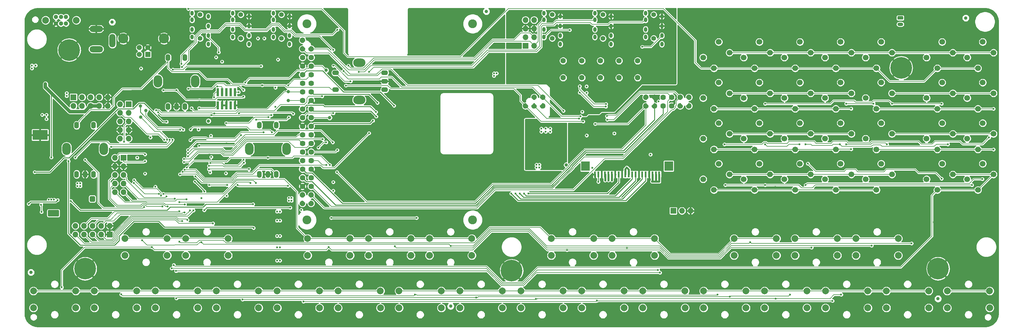
<source format=gbr>
G04 #@! TF.GenerationSoftware,KiCad,Pcbnew,5.1.9*
G04 #@! TF.CreationDate,2021-03-31T15:37:05+02:00*
G04 #@! TF.ProjectId,OTTO-Beta-Main,4f54544f-2d42-4657-9461-2d4d61696e2e,rev?*
G04 #@! TF.SameCoordinates,Original*
G04 #@! TF.FileFunction,Copper,L1,Top*
G04 #@! TF.FilePolarity,Positive*
%FSLAX46Y46*%
G04 Gerber Fmt 4.6, Leading zero omitted, Abs format (unit mm)*
G04 Created by KiCad (PCBNEW 5.1.9) date 2021-03-31 15:37:05*
%MOMM*%
%LPD*%
G01*
G04 APERTURE LIST*
G04 #@! TA.AperFunction,SMDPad,CuDef*
%ADD10R,0.600000X1.700000*%
G04 #@! TD*
G04 #@! TA.AperFunction,SMDPad,CuDef*
%ADD11R,2.500000X2.800000*%
G04 #@! TD*
G04 #@! TA.AperFunction,ComponentPad*
%ADD12C,0.500000*%
G04 #@! TD*
G04 #@! TA.AperFunction,SMDPad,CuDef*
%ADD13R,0.740000X2.400000*%
G04 #@! TD*
G04 #@! TA.AperFunction,ComponentPad*
%ADD14O,1.700000X1.700000*%
G04 #@! TD*
G04 #@! TA.AperFunction,ComponentPad*
%ADD15R,1.700000X1.700000*%
G04 #@! TD*
G04 #@! TA.AperFunction,SMDPad,CuDef*
%ADD16R,4.500000X2.950000*%
G04 #@! TD*
G04 #@! TA.AperFunction,ComponentPad*
%ADD17C,0.600000*%
G04 #@! TD*
G04 #@! TA.AperFunction,ComponentPad*
%ADD18C,1.620000*%
G04 #@! TD*
G04 #@! TA.AperFunction,ComponentPad*
%ADD19C,0.150000*%
G04 #@! TD*
G04 #@! TA.AperFunction,WasherPad*
%ADD20C,2.600000*%
G04 #@! TD*
G04 #@! TA.AperFunction,ComponentPad*
%ADD21C,0.800000*%
G04 #@! TD*
G04 #@! TA.AperFunction,ComponentPad*
%ADD22C,6.400000*%
G04 #@! TD*
G04 #@! TA.AperFunction,ComponentPad*
%ADD23O,1.700000X1.000000*%
G04 #@! TD*
G04 #@! TA.AperFunction,ComponentPad*
%ADD24C,1.700000*%
G04 #@! TD*
G04 #@! TA.AperFunction,ComponentPad*
%ADD25C,2.000000*%
G04 #@! TD*
G04 #@! TA.AperFunction,ComponentPad*
%ADD26C,1.300000*%
G04 #@! TD*
G04 #@! TA.AperFunction,ComponentPad*
%ADD27O,1.400000X2.000000*%
G04 #@! TD*
G04 #@! TA.AperFunction,ComponentPad*
%ADD28O,2.500000X3.600000*%
G04 #@! TD*
G04 #@! TA.AperFunction,ComponentPad*
%ADD29O,2.000000X1.400000*%
G04 #@! TD*
G04 #@! TA.AperFunction,ComponentPad*
%ADD30O,3.600000X2.500000*%
G04 #@! TD*
G04 #@! TA.AperFunction,ComponentPad*
%ADD31O,1.000000X1.400000*%
G04 #@! TD*
G04 #@! TA.AperFunction,WasherPad*
%ADD32C,1.400000*%
G04 #@! TD*
G04 #@! TA.AperFunction,ComponentPad*
%ADD33C,1.000000*%
G04 #@! TD*
G04 #@! TA.AperFunction,SMDPad,CuDef*
%ADD34C,1.000000*%
G04 #@! TD*
G04 #@! TA.AperFunction,ComponentPad*
%ADD35C,3.000000*%
G04 #@! TD*
G04 #@! TA.AperFunction,ComponentPad*
%ADD36C,1.500000*%
G04 #@! TD*
G04 #@! TA.AperFunction,ComponentPad*
%ADD37R,1.500000X1.500000*%
G04 #@! TD*
G04 #@! TA.AperFunction,ComponentPad*
%ADD38O,4.000000X1.800000*%
G04 #@! TD*
G04 #@! TA.AperFunction,ComponentPad*
%ADD39O,1.800000X4.000000*%
G04 #@! TD*
G04 #@! TA.AperFunction,ComponentPad*
%ADD40C,1.600000*%
G04 #@! TD*
G04 #@! TA.AperFunction,ViaPad*
%ADD41C,0.600000*%
G04 #@! TD*
G04 #@! TA.AperFunction,Conductor*
%ADD42C,0.600000*%
G04 #@! TD*
G04 #@! TA.AperFunction,Conductor*
%ADD43C,0.203200*%
G04 #@! TD*
G04 #@! TA.AperFunction,Conductor*
%ADD44C,0.254000*%
G04 #@! TD*
G04 #@! TA.AperFunction,Conductor*
%ADD45C,0.762000*%
G04 #@! TD*
G04 #@! TA.AperFunction,Conductor*
%ADD46C,1.000000*%
G04 #@! TD*
G04 #@! TA.AperFunction,Conductor*
%ADD47C,0.150000*%
G04 #@! TD*
G04 APERTURE END LIST*
D10*
X185831800Y-59146200D03*
X186831800Y-59146200D03*
X187831800Y-59146200D03*
X188831800Y-59146200D03*
X189831800Y-59146200D03*
X190831800Y-59146200D03*
X191831800Y-59146200D03*
X192831800Y-59146200D03*
X204831800Y-59146200D03*
D11*
X183031800Y-56676200D03*
X207631800Y-56676200D03*
D10*
X203831800Y-59146200D03*
X202831800Y-59146200D03*
X201831800Y-59146200D03*
X200831800Y-59146200D03*
X199831800Y-59146200D03*
X198831800Y-59146200D03*
X197831800Y-59146200D03*
X196831800Y-59146200D03*
X195831800Y-59146200D03*
X194831800Y-59146200D03*
X193831800Y-59146200D03*
G04 #@! TA.AperFunction,SMDPad,CuDef*
G36*
G01*
X24437600Y-69656000D02*
X27237600Y-69656000D01*
G75*
G02*
X27487600Y-69906000I0J-250000D01*
G01*
X27487600Y-71306000D01*
G75*
G02*
X27237600Y-71556000I-250000J0D01*
G01*
X24437600Y-71556000D01*
G75*
G02*
X24187600Y-71306000I0J250000D01*
G01*
X24187600Y-69906000D01*
G75*
G02*
X24437600Y-69656000I250000J0D01*
G01*
G37*
G04 #@! TD.AperFunction*
D12*
X27237600Y-71306000D03*
X27237600Y-69906000D03*
X25837600Y-71306000D03*
X25837600Y-69906000D03*
X24437600Y-71306000D03*
X24437600Y-69906000D03*
D13*
X79490000Y-34800000D03*
X79490000Y-38700000D03*
X78220000Y-34800000D03*
X78220000Y-38700000D03*
X76950000Y-34800000D03*
X76950000Y-38700000D03*
X75680000Y-34800000D03*
X75680000Y-38700000D03*
X74410000Y-34800000D03*
X74410000Y-38700000D03*
D14*
X41915800Y-38856000D03*
X41915800Y-36316000D03*
X39375800Y-38856000D03*
X39375800Y-36316000D03*
X36835800Y-38856000D03*
X36835800Y-36316000D03*
X34295800Y-38856000D03*
X34295800Y-36316000D03*
X31755800Y-38856000D03*
D15*
X31755800Y-36316000D03*
D14*
X45497200Y-48533400D03*
X48037200Y-48533400D03*
X45497200Y-45993400D03*
X48037200Y-45993400D03*
X45497200Y-43453400D03*
X48037200Y-43453400D03*
X45497200Y-40913400D03*
X48037200Y-40913400D03*
X45497200Y-38373400D03*
D15*
X48037200Y-38373400D03*
D14*
X43973200Y-64383000D03*
X46513200Y-64383000D03*
X43973200Y-61843000D03*
X46513200Y-61843000D03*
X43973200Y-59303000D03*
X46513200Y-59303000D03*
X43973200Y-56763000D03*
X46513200Y-56763000D03*
X43973200Y-54223000D03*
D15*
X46513200Y-54223000D03*
D14*
X32314600Y-74339800D03*
X32314600Y-76879800D03*
X34854600Y-74339800D03*
X34854600Y-76879800D03*
X37394600Y-74339800D03*
X37394600Y-76879800D03*
X39934600Y-74339800D03*
X39934600Y-76879800D03*
X42474600Y-74339800D03*
D15*
X42474600Y-76879800D03*
D16*
X21902400Y-47470200D03*
D17*
X23702400Y-48070200D03*
X22502400Y-48070200D03*
X22502400Y-46870200D03*
X23702400Y-46870200D03*
X20102400Y-48070200D03*
X21202400Y-48070200D03*
X21202400Y-46870200D03*
X20102400Y-46870200D03*
D18*
X99430000Y-37250000D03*
X99430000Y-42330000D03*
X99430000Y-29630000D03*
X99430000Y-27090000D03*
X99430000Y-39790000D03*
X99430000Y-34710000D03*
X99430000Y-32170000D03*
X99430000Y-24550000D03*
X99430000Y-62650000D03*
X99430000Y-47410000D03*
X99430000Y-60110000D03*
X99430000Y-44870000D03*
X99430000Y-57570000D03*
X99430000Y-49950000D03*
X99430000Y-55030000D03*
X99430000Y-52490000D03*
X101970000Y-49950000D03*
X101970000Y-44870000D03*
X101970000Y-47410000D03*
X101970000Y-62650000D03*
X101970000Y-52490000D03*
X101970000Y-55030000D03*
X101970000Y-57570000D03*
X101970000Y-60110000D03*
X101970000Y-42330000D03*
X101970000Y-34710000D03*
X101970000Y-37250000D03*
X101970000Y-39790000D03*
X101970000Y-32170000D03*
X101970000Y-27090000D03*
X101970000Y-29630000D03*
X101970000Y-24550000D03*
G04 #@! TA.AperFunction,ComponentPad*
D19*
G36*
X101899528Y-20279997D02*
G01*
X101899476Y-20279999D01*
X101899415Y-20279996D01*
X101897906Y-20279985D01*
X101891399Y-20279576D01*
X101884841Y-20279232D01*
X101884062Y-20279114D01*
X101883280Y-20279065D01*
X101876849Y-20278023D01*
X101870352Y-20277041D01*
X101869586Y-20276847D01*
X101868813Y-20276722D01*
X101862492Y-20275052D01*
X101856145Y-20273446D01*
X101855407Y-20273180D01*
X101854645Y-20272979D01*
X101848534Y-20270706D01*
X101842356Y-20268482D01*
X101841639Y-20268141D01*
X101840909Y-20267870D01*
X101835088Y-20265031D01*
X101829117Y-20262196D01*
X101828438Y-20261788D01*
X101827737Y-20261446D01*
X101822155Y-20258012D01*
X101816556Y-20254647D01*
X101815931Y-20254183D01*
X101815255Y-20253767D01*
X101810024Y-20249796D01*
X101804790Y-20245910D01*
X101804207Y-20245382D01*
X101803582Y-20244907D01*
X101798769Y-20240450D01*
X101793934Y-20236066D01*
X101203934Y-19646066D01*
X101203606Y-19645734D01*
X101203564Y-19645695D01*
X101203520Y-19645646D01*
X101202464Y-19644575D01*
X101198152Y-19639684D01*
X101193758Y-19634804D01*
X101193291Y-19634171D01*
X101192772Y-19633582D01*
X101188936Y-19628263D01*
X101185062Y-19623009D01*
X101184662Y-19622338D01*
X101184199Y-19621696D01*
X101180891Y-19616012D01*
X101177558Y-19610421D01*
X101177224Y-19609712D01*
X101176828Y-19609031D01*
X101174122Y-19603120D01*
X101171318Y-19597161D01*
X101171050Y-19596409D01*
X101170728Y-19595705D01*
X101168618Y-19589578D01*
X101166402Y-19583355D01*
X101166212Y-19582591D01*
X101165956Y-19581849D01*
X101164439Y-19575482D01*
X101162857Y-19569135D01*
X101162742Y-19568358D01*
X101162560Y-19567593D01*
X101161678Y-19561154D01*
X101160716Y-19554637D01*
X101160678Y-19553852D01*
X101160571Y-19553074D01*
X101160320Y-19546549D01*
X101160000Y-19540000D01*
X101160000Y-19470000D01*
X101160015Y-19467906D01*
X101160179Y-19465299D01*
X101160179Y-19462672D01*
X101163329Y-19398267D01*
X101163446Y-19396177D01*
X101164139Y-19390001D01*
X101164759Y-19383682D01*
X101174179Y-19319892D01*
X101174500Y-19317822D01*
X101175795Y-19311728D01*
X101177025Y-19305517D01*
X101192624Y-19242952D01*
X101193146Y-19240924D01*
X101195029Y-19234988D01*
X101196861Y-19228919D01*
X101218492Y-19168175D01*
X101219208Y-19166207D01*
X101221685Y-19160428D01*
X101224076Y-19154627D01*
X101251531Y-19096282D01*
X101252436Y-19094394D01*
X101255451Y-19088910D01*
X101258411Y-19083343D01*
X101291428Y-19027956D01*
X101292513Y-19026165D01*
X101296057Y-19020989D01*
X101299538Y-19015749D01*
X101337803Y-18963848D01*
X101339058Y-18962171D01*
X101343087Y-18957369D01*
X101347064Y-18952493D01*
X101390210Y-18904573D01*
X101391622Y-18903027D01*
X101396120Y-18898621D01*
X101400538Y-18894173D01*
X101448155Y-18850692D01*
X101449711Y-18849291D01*
X101454619Y-18845345D01*
X101459447Y-18841351D01*
X101511080Y-18802725D01*
X101512766Y-18801482D01*
X101518010Y-18798051D01*
X101523229Y-18794530D01*
X101578384Y-18761127D01*
X101580183Y-18760055D01*
X101585720Y-18757160D01*
X101591275Y-18754157D01*
X101649427Y-18726295D01*
X101651322Y-18725404D01*
X101657118Y-18723062D01*
X101662937Y-18720616D01*
X101723530Y-18698562D01*
X101725503Y-18697860D01*
X101731514Y-18696091D01*
X101737529Y-18694229D01*
X101799978Y-18678195D01*
X101799987Y-18678192D01*
X101799998Y-18678190D01*
X101802017Y-18677686D01*
X101808200Y-18676507D01*
X101814343Y-18675246D01*
X101878053Y-18665384D01*
X101878062Y-18665382D01*
X101878072Y-18665381D01*
X101880136Y-18665076D01*
X101886363Y-18664509D01*
X101892636Y-18663850D01*
X101957018Y-18660250D01*
X101959109Y-18660148D01*
X101965391Y-18660192D01*
X101971672Y-18660148D01*
X102036099Y-18662848D01*
X102038190Y-18662950D01*
X102044444Y-18663607D01*
X102050693Y-18664176D01*
X102114544Y-18673149D01*
X102114550Y-18673150D01*
X102114557Y-18673151D01*
X102116619Y-18673456D01*
X102122727Y-18674710D01*
X102128945Y-18675896D01*
X102191618Y-18691059D01*
X102193650Y-18691566D01*
X102199648Y-18693423D01*
X102205675Y-18695197D01*
X102266570Y-18716403D01*
X102268543Y-18717105D01*
X102274338Y-18719541D01*
X102280158Y-18721892D01*
X102338693Y-18748939D01*
X102340587Y-18749831D01*
X102346126Y-18752825D01*
X102351680Y-18755729D01*
X102407297Y-18788359D01*
X102409095Y-18789431D01*
X102414310Y-18792948D01*
X102419559Y-18796383D01*
X102471726Y-18834284D01*
X102471728Y-18834285D01*
X102471735Y-18834291D01*
X102473411Y-18835527D01*
X102478229Y-18839512D01*
X102483148Y-18843468D01*
X102531367Y-18886278D01*
X102532923Y-18887680D01*
X102537319Y-18892107D01*
X102541838Y-18896532D01*
X102585649Y-18943844D01*
X102587061Y-18945391D01*
X102590998Y-18950218D01*
X102595069Y-18955070D01*
X102634054Y-19006432D01*
X102635308Y-19008109D01*
X102638786Y-19013342D01*
X102642334Y-19018525D01*
X102676122Y-19073446D01*
X102677206Y-19075238D01*
X102680134Y-19080744D01*
X102683181Y-19086287D01*
X102711448Y-19144241D01*
X102712352Y-19146130D01*
X102714739Y-19151922D01*
X102717221Y-19157712D01*
X102739698Y-19218150D01*
X102740414Y-19220117D01*
X102742225Y-19226115D01*
X102744130Y-19232120D01*
X102760601Y-19294462D01*
X102761121Y-19296491D01*
X102762339Y-19302639D01*
X102763647Y-19308794D01*
X102773957Y-19372448D01*
X102774277Y-19374517D01*
X102774890Y-19380761D01*
X102775591Y-19387012D01*
X102779640Y-19451366D01*
X102779757Y-19453457D01*
X102779757Y-19459765D01*
X102779845Y-19466021D01*
X102777594Y-19530463D01*
X102777505Y-19532555D01*
X102776895Y-19538780D01*
X102776367Y-19545065D01*
X102767839Y-19608981D01*
X102767548Y-19611054D01*
X102766330Y-19617204D01*
X102765194Y-19623395D01*
X102750470Y-19686173D01*
X102749977Y-19688208D01*
X102748170Y-19694195D01*
X102746430Y-19700263D01*
X102725649Y-19761303D01*
X102724960Y-19763281D01*
X102722570Y-19769079D01*
X102720255Y-19774926D01*
X102693618Y-19833649D01*
X102692740Y-19835550D01*
X102689791Y-19841096D01*
X102686918Y-19846686D01*
X102654677Y-19902528D01*
X102653617Y-19904334D01*
X102650159Y-19909539D01*
X102646740Y-19914844D01*
X102609204Y-19967275D01*
X102607973Y-19968969D01*
X102604020Y-19973816D01*
X102600100Y-19978762D01*
X102557626Y-20027279D01*
X102556235Y-20028845D01*
X102551792Y-20033319D01*
X102547445Y-20037821D01*
X102500451Y-20081951D01*
X102500441Y-20081961D01*
X102500429Y-20081972D01*
X102498904Y-20083383D01*
X102494111Y-20087348D01*
X102489281Y-20091459D01*
X102438193Y-20130801D01*
X102436525Y-20132067D01*
X102431351Y-20135557D01*
X102426160Y-20139165D01*
X102371476Y-20173336D01*
X102369692Y-20174433D01*
X102364186Y-20177410D01*
X102358681Y-20180487D01*
X102300933Y-20209152D01*
X102300925Y-20209156D01*
X102300915Y-20209160D01*
X102299042Y-20210074D01*
X102293276Y-20212498D01*
X102287496Y-20215023D01*
X102227217Y-20237921D01*
X102225254Y-20238650D01*
X102219283Y-20240499D01*
X102213281Y-20242449D01*
X102151055Y-20259356D01*
X102151052Y-20259357D01*
X102151047Y-20259358D01*
X102149030Y-20259891D01*
X102142901Y-20261149D01*
X102136739Y-20262504D01*
X102073161Y-20273257D01*
X102071094Y-20273591D01*
X102064866Y-20274246D01*
X102058610Y-20274992D01*
X101994285Y-20279490D01*
X101992195Y-20279621D01*
X101988798Y-20279645D01*
X101985395Y-20279847D01*
X101971573Y-20279992D01*
X101970060Y-20279997D01*
X101970000Y-20280000D01*
X101900000Y-20280000D01*
X101899528Y-20279997D01*
G37*
G04 #@! TD.AperFunction*
G04 #@! TA.AperFunction,ComponentPad*
G36*
X99427906Y-20279985D02*
G01*
X99425299Y-20279821D01*
X99422672Y-20279821D01*
X99358267Y-20276671D01*
X99358265Y-20276671D01*
X99356177Y-20276554D01*
X99349966Y-20275857D01*
X99343682Y-20275241D01*
X99279892Y-20265821D01*
X99277822Y-20265500D01*
X99271720Y-20264203D01*
X99265518Y-20262975D01*
X99202952Y-20247376D01*
X99200924Y-20246855D01*
X99194930Y-20244954D01*
X99188920Y-20243139D01*
X99128175Y-20221508D01*
X99126208Y-20220792D01*
X99120428Y-20218315D01*
X99114627Y-20215924D01*
X99056282Y-20188469D01*
X99054394Y-20187564D01*
X99048910Y-20184549D01*
X99043343Y-20181589D01*
X98987956Y-20148572D01*
X98986165Y-20147487D01*
X98980989Y-20143943D01*
X98975749Y-20140462D01*
X98923848Y-20102197D01*
X98922171Y-20100942D01*
X98917369Y-20096913D01*
X98912493Y-20092936D01*
X98864573Y-20049790D01*
X98863027Y-20048378D01*
X98858642Y-20043900D01*
X98854172Y-20039462D01*
X98810692Y-19991845D01*
X98809291Y-19990288D01*
X98805358Y-19985397D01*
X98801351Y-19980553D01*
X98762725Y-19928920D01*
X98761483Y-19927234D01*
X98758070Y-19922019D01*
X98754530Y-19916771D01*
X98721127Y-19861616D01*
X98720056Y-19859817D01*
X98717165Y-19854288D01*
X98714157Y-19848725D01*
X98686295Y-19790573D01*
X98685404Y-19788679D01*
X98683052Y-19782857D01*
X98680616Y-19777063D01*
X98658562Y-19716470D01*
X98657860Y-19714497D01*
X98656091Y-19708486D01*
X98654229Y-19702471D01*
X98638192Y-19640014D01*
X98637686Y-19637982D01*
X98636508Y-19631808D01*
X98635246Y-19625657D01*
X98625381Y-19561935D01*
X98625076Y-19559864D01*
X98624509Y-19553632D01*
X98623850Y-19547363D01*
X98620250Y-19482982D01*
X98620148Y-19480890D01*
X98620192Y-19474609D01*
X98620148Y-19468328D01*
X98622848Y-19403901D01*
X98622950Y-19401810D01*
X98623607Y-19395556D01*
X98624176Y-19389307D01*
X98633150Y-19325452D01*
X98633456Y-19323381D01*
X98634705Y-19317297D01*
X98635896Y-19311055D01*
X98651059Y-19248382D01*
X98651566Y-19246350D01*
X98653423Y-19240352D01*
X98655197Y-19234325D01*
X98676403Y-19173430D01*
X98677105Y-19171457D01*
X98679541Y-19165662D01*
X98681892Y-19159842D01*
X98708939Y-19101307D01*
X98709831Y-19099413D01*
X98712825Y-19093874D01*
X98715729Y-19088320D01*
X98748359Y-19032703D01*
X98749431Y-19030905D01*
X98752948Y-19025690D01*
X98756383Y-19020441D01*
X98794284Y-18968274D01*
X98795527Y-18966589D01*
X98799512Y-18961771D01*
X98803468Y-18956852D01*
X98846278Y-18908633D01*
X98847680Y-18907077D01*
X98852107Y-18902681D01*
X98856532Y-18898162D01*
X98903844Y-18854351D01*
X98905391Y-18852939D01*
X98910218Y-18849002D01*
X98915070Y-18844931D01*
X98966432Y-18805946D01*
X98968109Y-18804692D01*
X98973342Y-18801214D01*
X98978525Y-18797666D01*
X99033446Y-18763878D01*
X99035238Y-18762794D01*
X99040744Y-18759866D01*
X99046287Y-18756819D01*
X99104241Y-18728552D01*
X99106130Y-18727648D01*
X99111922Y-18725261D01*
X99117712Y-18722779D01*
X99178147Y-18700303D01*
X99178152Y-18700301D01*
X99178158Y-18700299D01*
X99180117Y-18699586D01*
X99186107Y-18697777D01*
X99192120Y-18695870D01*
X99254462Y-18679399D01*
X99256491Y-18678879D01*
X99262639Y-18677661D01*
X99268794Y-18676353D01*
X99332448Y-18666043D01*
X99334517Y-18665723D01*
X99340761Y-18665110D01*
X99347012Y-18664409D01*
X99411366Y-18660360D01*
X99413457Y-18660243D01*
X99419732Y-18660243D01*
X99426022Y-18660155D01*
X99490463Y-18662406D01*
X99492556Y-18662495D01*
X99498787Y-18663106D01*
X99505065Y-18663633D01*
X99568981Y-18672161D01*
X99571055Y-18672452D01*
X99577225Y-18673674D01*
X99583394Y-18674806D01*
X99646173Y-18689530D01*
X99648208Y-18690023D01*
X99654186Y-18691828D01*
X99660263Y-18693570D01*
X99721304Y-18714351D01*
X99723281Y-18715040D01*
X99729079Y-18717430D01*
X99734926Y-18719745D01*
X99793649Y-18746382D01*
X99793652Y-18746383D01*
X99793659Y-18746387D01*
X99795550Y-18747260D01*
X99801096Y-18750209D01*
X99806686Y-18753082D01*
X99862528Y-18785323D01*
X99864334Y-18786383D01*
X99869539Y-18789841D01*
X99874844Y-18793260D01*
X99927275Y-18830796D01*
X99928969Y-18832027D01*
X99933816Y-18835980D01*
X99938762Y-18839900D01*
X99987279Y-18882374D01*
X99988845Y-18883765D01*
X99993334Y-18888222D01*
X99997821Y-18892555D01*
X100041961Y-18939560D01*
X100043384Y-18941096D01*
X100047398Y-18945949D01*
X100051459Y-18950720D01*
X100090802Y-19001807D01*
X100092067Y-19003476D01*
X100095552Y-19008643D01*
X100099164Y-19013840D01*
X100133336Y-19068524D01*
X100134432Y-19070308D01*
X100137402Y-19075800D01*
X100140487Y-19081320D01*
X100169157Y-19139076D01*
X100170074Y-19140959D01*
X100172480Y-19146683D01*
X100175023Y-19152503D01*
X100197921Y-19212783D01*
X100198650Y-19214745D01*
X100200502Y-19220729D01*
X100202449Y-19226719D01*
X100219356Y-19288945D01*
X100219891Y-19290970D01*
X100221149Y-19297099D01*
X100222504Y-19303261D01*
X100233257Y-19366839D01*
X100233591Y-19368906D01*
X100234246Y-19375134D01*
X100234992Y-19381390D01*
X100239490Y-19445715D01*
X100239621Y-19447805D01*
X100239645Y-19451202D01*
X100239847Y-19454604D01*
X100239992Y-19468427D01*
X100239997Y-19469940D01*
X100240000Y-19470000D01*
X100240000Y-19540000D01*
X100239997Y-19540472D01*
X100239999Y-19540524D01*
X100239996Y-19540585D01*
X100239985Y-19542094D01*
X100239576Y-19548601D01*
X100239232Y-19555159D01*
X100239114Y-19555938D01*
X100239065Y-19556720D01*
X100238023Y-19563151D01*
X100237041Y-19569648D01*
X100236847Y-19570414D01*
X100236722Y-19571187D01*
X100235052Y-19577508D01*
X100233446Y-19583855D01*
X100233180Y-19584593D01*
X100232979Y-19585355D01*
X100230706Y-19591466D01*
X100228482Y-19597644D01*
X100228141Y-19598361D01*
X100227870Y-19599091D01*
X100225031Y-19604912D01*
X100222196Y-19610883D01*
X100221788Y-19611562D01*
X100221446Y-19612263D01*
X100218012Y-19617845D01*
X100214647Y-19623444D01*
X100214183Y-19624069D01*
X100213767Y-19624745D01*
X100209796Y-19629976D01*
X100205910Y-19635210D01*
X100205382Y-19635793D01*
X100204907Y-19636418D01*
X100200450Y-19641231D01*
X100196066Y-19646066D01*
X99606066Y-20236066D01*
X99605734Y-20236394D01*
X99605695Y-20236436D01*
X99605646Y-20236480D01*
X99604575Y-20237536D01*
X99599684Y-20241848D01*
X99594804Y-20246242D01*
X99594171Y-20246709D01*
X99593582Y-20247228D01*
X99588263Y-20251064D01*
X99583009Y-20254938D01*
X99582338Y-20255338D01*
X99581696Y-20255801D01*
X99576012Y-20259109D01*
X99570421Y-20262442D01*
X99569712Y-20262776D01*
X99569031Y-20263172D01*
X99563120Y-20265878D01*
X99557161Y-20268682D01*
X99556409Y-20268950D01*
X99555705Y-20269272D01*
X99549578Y-20271382D01*
X99543355Y-20273598D01*
X99542591Y-20273788D01*
X99541849Y-20274044D01*
X99535482Y-20275561D01*
X99529135Y-20277143D01*
X99528358Y-20277258D01*
X99527593Y-20277440D01*
X99521107Y-20278328D01*
X99514637Y-20279284D01*
X99513852Y-20279322D01*
X99513074Y-20279429D01*
X99506528Y-20279681D01*
X99500000Y-20280000D01*
X99430000Y-20280000D01*
X99427906Y-20279985D01*
G37*
G04 #@! TD.AperFunction*
G04 #@! TA.AperFunction,ComponentPad*
G36*
X101909537Y-22817594D02*
G01*
X101907445Y-22817505D01*
X101901220Y-22816895D01*
X101894935Y-22816367D01*
X101831019Y-22807839D01*
X101828946Y-22807548D01*
X101822796Y-22806330D01*
X101816605Y-22805194D01*
X101753827Y-22790470D01*
X101751792Y-22789977D01*
X101745805Y-22788170D01*
X101739737Y-22786430D01*
X101678697Y-22765649D01*
X101676719Y-22764960D01*
X101670921Y-22762570D01*
X101665074Y-22760255D01*
X101606354Y-22733619D01*
X101606348Y-22733617D01*
X101606341Y-22733613D01*
X101604450Y-22732740D01*
X101598904Y-22729791D01*
X101593314Y-22726918D01*
X101537472Y-22694677D01*
X101535666Y-22693617D01*
X101530461Y-22690159D01*
X101525156Y-22686740D01*
X101472725Y-22649204D01*
X101471031Y-22647973D01*
X101466184Y-22644020D01*
X101461238Y-22640100D01*
X101412721Y-22597626D01*
X101411155Y-22596235D01*
X101406681Y-22591792D01*
X101402179Y-22587445D01*
X101358049Y-22540451D01*
X101358039Y-22540441D01*
X101358028Y-22540429D01*
X101356617Y-22538904D01*
X101352652Y-22534111D01*
X101348541Y-22529281D01*
X101309199Y-22478193D01*
X101307933Y-22476525D01*
X101304443Y-22471351D01*
X101300835Y-22466160D01*
X101266664Y-22411476D01*
X101265567Y-22409692D01*
X101262590Y-22404186D01*
X101259513Y-22398681D01*
X101230844Y-22340924D01*
X101229926Y-22339042D01*
X101227502Y-22333276D01*
X101224977Y-22327496D01*
X101202079Y-22267217D01*
X101201350Y-22265254D01*
X101199501Y-22259283D01*
X101197551Y-22253281D01*
X101180644Y-22191055D01*
X101180109Y-22189030D01*
X101178851Y-22182901D01*
X101177496Y-22176739D01*
X101166743Y-22113161D01*
X101166409Y-22111094D01*
X101165754Y-22104866D01*
X101165008Y-22098610D01*
X101160510Y-22034285D01*
X101160379Y-22032195D01*
X101160355Y-22028798D01*
X101160153Y-22025395D01*
X101160008Y-22011573D01*
X101160003Y-22010060D01*
X101160000Y-22010000D01*
X101160000Y-21940000D01*
X101160003Y-21939528D01*
X101160001Y-21939476D01*
X101160004Y-21939415D01*
X101160015Y-21937906D01*
X101160424Y-21931399D01*
X101160768Y-21924841D01*
X101160886Y-21924062D01*
X101160935Y-21923280D01*
X101161977Y-21916849D01*
X101162959Y-21910352D01*
X101163153Y-21909586D01*
X101163278Y-21908813D01*
X101164948Y-21902492D01*
X101166554Y-21896145D01*
X101166820Y-21895407D01*
X101167021Y-21894645D01*
X101169294Y-21888534D01*
X101171518Y-21882356D01*
X101171859Y-21881639D01*
X101172130Y-21880909D01*
X101174944Y-21875140D01*
X101177804Y-21869117D01*
X101178212Y-21868438D01*
X101178554Y-21867737D01*
X101181988Y-21862155D01*
X101185353Y-21856556D01*
X101185817Y-21855931D01*
X101186233Y-21855255D01*
X101190204Y-21850024D01*
X101194090Y-21844790D01*
X101194618Y-21844207D01*
X101195093Y-21843582D01*
X101199550Y-21838769D01*
X101203934Y-21833934D01*
X101793934Y-21243934D01*
X101794266Y-21243606D01*
X101794305Y-21243564D01*
X101794354Y-21243520D01*
X101795425Y-21242464D01*
X101800316Y-21238152D01*
X101805196Y-21233758D01*
X101805829Y-21233291D01*
X101806418Y-21232772D01*
X101811737Y-21228936D01*
X101816991Y-21225062D01*
X101817662Y-21224662D01*
X101818304Y-21224199D01*
X101823988Y-21220891D01*
X101829579Y-21217558D01*
X101830288Y-21217224D01*
X101830969Y-21216828D01*
X101836880Y-21214122D01*
X101842839Y-21211318D01*
X101843591Y-21211050D01*
X101844295Y-21210728D01*
X101850422Y-21208618D01*
X101856645Y-21206402D01*
X101857409Y-21206212D01*
X101858151Y-21205956D01*
X101864518Y-21204439D01*
X101870865Y-21202857D01*
X101871642Y-21202742D01*
X101872407Y-21202560D01*
X101878893Y-21201672D01*
X101885363Y-21200716D01*
X101886148Y-21200678D01*
X101886926Y-21200571D01*
X101893472Y-21200319D01*
X101900000Y-21200000D01*
X101970000Y-21200000D01*
X101972094Y-21200015D01*
X101974701Y-21200179D01*
X101977328Y-21200179D01*
X102041733Y-21203329D01*
X102043823Y-21203446D01*
X102050037Y-21204143D01*
X102056318Y-21204759D01*
X102120108Y-21214179D01*
X102122178Y-21214500D01*
X102128272Y-21215795D01*
X102134483Y-21217025D01*
X102197048Y-21232624D01*
X102199076Y-21233146D01*
X102205012Y-21235029D01*
X102211081Y-21236861D01*
X102271825Y-21258492D01*
X102273793Y-21259208D01*
X102279572Y-21261685D01*
X102285373Y-21264076D01*
X102343718Y-21291531D01*
X102345606Y-21292436D01*
X102351090Y-21295451D01*
X102356657Y-21298411D01*
X102412044Y-21331428D01*
X102413835Y-21332513D01*
X102419011Y-21336057D01*
X102424251Y-21339538D01*
X102476152Y-21377803D01*
X102477829Y-21379058D01*
X102482631Y-21383087D01*
X102487507Y-21387064D01*
X102535427Y-21430210D01*
X102536973Y-21431622D01*
X102541379Y-21436120D01*
X102545827Y-21440538D01*
X102589308Y-21488155D01*
X102590709Y-21489711D01*
X102594655Y-21494619D01*
X102598649Y-21499447D01*
X102637275Y-21551080D01*
X102638518Y-21552766D01*
X102641949Y-21558010D01*
X102645470Y-21563229D01*
X102678873Y-21618384D01*
X102679945Y-21620183D01*
X102682840Y-21625720D01*
X102685843Y-21631275D01*
X102713705Y-21689427D01*
X102714596Y-21691322D01*
X102716938Y-21697118D01*
X102719384Y-21702937D01*
X102741438Y-21763530D01*
X102742140Y-21765503D01*
X102743909Y-21771514D01*
X102745771Y-21777529D01*
X102761807Y-21839985D01*
X102761808Y-21839987D01*
X102761810Y-21839998D01*
X102762314Y-21842017D01*
X102763493Y-21848200D01*
X102764754Y-21854343D01*
X102774618Y-21918065D01*
X102774924Y-21920136D01*
X102775491Y-21926363D01*
X102776150Y-21932636D01*
X102779750Y-21997018D01*
X102779852Y-21999109D01*
X102779808Y-22005391D01*
X102779852Y-22011673D01*
X102777152Y-22076099D01*
X102777050Y-22078191D01*
X102776393Y-22084442D01*
X102775824Y-22090694D01*
X102766850Y-22154548D01*
X102766544Y-22156620D01*
X102765289Y-22162735D01*
X102764104Y-22168945D01*
X102748941Y-22231618D01*
X102748434Y-22233650D01*
X102746577Y-22239648D01*
X102744803Y-22245675D01*
X102723597Y-22306570D01*
X102722894Y-22308543D01*
X102720473Y-22314303D01*
X102718108Y-22320158D01*
X102691068Y-22378676D01*
X102691061Y-22378693D01*
X102691051Y-22378712D01*
X102690169Y-22380588D01*
X102687191Y-22386095D01*
X102684271Y-22391680D01*
X102651642Y-22447296D01*
X102650569Y-22449095D01*
X102647061Y-22454296D01*
X102643617Y-22459559D01*
X102605716Y-22511726D01*
X102604473Y-22513412D01*
X102600467Y-22518255D01*
X102596533Y-22523148D01*
X102553722Y-22571367D01*
X102552320Y-22572923D01*
X102547893Y-22577319D01*
X102543468Y-22581838D01*
X102496156Y-22625649D01*
X102494609Y-22627061D01*
X102489743Y-22631030D01*
X102484930Y-22635068D01*
X102433568Y-22674054D01*
X102431891Y-22675308D01*
X102426692Y-22678762D01*
X102421475Y-22682335D01*
X102366553Y-22716122D01*
X102364762Y-22717206D01*
X102359274Y-22720124D01*
X102353714Y-22723181D01*
X102295759Y-22751448D01*
X102293870Y-22752352D01*
X102288078Y-22754739D01*
X102282288Y-22757221D01*
X102221851Y-22779698D01*
X102219883Y-22780414D01*
X102213893Y-22782223D01*
X102207880Y-22784130D01*
X102145538Y-22800601D01*
X102143510Y-22801121D01*
X102137338Y-22802343D01*
X102131205Y-22803647D01*
X102067552Y-22813957D01*
X102065482Y-22814277D01*
X102059246Y-22814889D01*
X102052988Y-22815591D01*
X101988634Y-22819640D01*
X101986543Y-22819756D01*
X101980310Y-22819756D01*
X101973979Y-22819845D01*
X101909537Y-22817594D01*
G37*
G04 #@! TD.AperFunction*
G04 #@! TA.AperFunction,ComponentPad*
G36*
X99363901Y-22817152D02*
G01*
X99363899Y-22817152D01*
X99361809Y-22817050D01*
X99355558Y-22816393D01*
X99349306Y-22815824D01*
X99285456Y-22806851D01*
X99285450Y-22806850D01*
X99285443Y-22806849D01*
X99283380Y-22806544D01*
X99277265Y-22805289D01*
X99271055Y-22804104D01*
X99208382Y-22788941D01*
X99206350Y-22788434D01*
X99200352Y-22786577D01*
X99194325Y-22784803D01*
X99133430Y-22763597D01*
X99131457Y-22762894D01*
X99125697Y-22760473D01*
X99119842Y-22758108D01*
X99061324Y-22731068D01*
X99061307Y-22731061D01*
X99061288Y-22731051D01*
X99059412Y-22730169D01*
X99053905Y-22727191D01*
X99048320Y-22724271D01*
X98992704Y-22691642D01*
X98990905Y-22690569D01*
X98985704Y-22687061D01*
X98980441Y-22683617D01*
X98928274Y-22645716D01*
X98926588Y-22644473D01*
X98921745Y-22640467D01*
X98916852Y-22636533D01*
X98868633Y-22593722D01*
X98867077Y-22592320D01*
X98862681Y-22587893D01*
X98858162Y-22583468D01*
X98814351Y-22536156D01*
X98812939Y-22534609D01*
X98808970Y-22529743D01*
X98804932Y-22524930D01*
X98765946Y-22473568D01*
X98764692Y-22471891D01*
X98761238Y-22466692D01*
X98757665Y-22461475D01*
X98723878Y-22406553D01*
X98722794Y-22404762D01*
X98719876Y-22399274D01*
X98716819Y-22393714D01*
X98688552Y-22335759D01*
X98687648Y-22333870D01*
X98685261Y-22328078D01*
X98682779Y-22322288D01*
X98660302Y-22261851D01*
X98659586Y-22259883D01*
X98657777Y-22253893D01*
X98655870Y-22247880D01*
X98639399Y-22185538D01*
X98638879Y-22183510D01*
X98637657Y-22177338D01*
X98636353Y-22171205D01*
X98626043Y-22107552D01*
X98625723Y-22105482D01*
X98625111Y-22099246D01*
X98624409Y-22092988D01*
X98620360Y-22028634D01*
X98620244Y-22026543D01*
X98620244Y-22020309D01*
X98620155Y-22013978D01*
X98622406Y-21949537D01*
X98622495Y-21947444D01*
X98623106Y-21941213D01*
X98623633Y-21934935D01*
X98632161Y-21871019D01*
X98632452Y-21868945D01*
X98633674Y-21862775D01*
X98634806Y-21856606D01*
X98649530Y-21793827D01*
X98650023Y-21791792D01*
X98651828Y-21785814D01*
X98653570Y-21779737D01*
X98674351Y-21718696D01*
X98675040Y-21716719D01*
X98677430Y-21710921D01*
X98679745Y-21705074D01*
X98706382Y-21646351D01*
X98707260Y-21644450D01*
X98710209Y-21638904D01*
X98713082Y-21633314D01*
X98745323Y-21577472D01*
X98746383Y-21575666D01*
X98749841Y-21570461D01*
X98753260Y-21565156D01*
X98790796Y-21512725D01*
X98792027Y-21511031D01*
X98795980Y-21506184D01*
X98799900Y-21501238D01*
X98842374Y-21452721D01*
X98843765Y-21451155D01*
X98848208Y-21446681D01*
X98852555Y-21442179D01*
X98899560Y-21398039D01*
X98901096Y-21396616D01*
X98905949Y-21392602D01*
X98910720Y-21388541D01*
X98961807Y-21349198D01*
X98963476Y-21347933D01*
X98968643Y-21344448D01*
X98973840Y-21340836D01*
X99028524Y-21306664D01*
X99030308Y-21305568D01*
X99035800Y-21302598D01*
X99041320Y-21299513D01*
X99099076Y-21270843D01*
X99100959Y-21269926D01*
X99106683Y-21267520D01*
X99112503Y-21264977D01*
X99172783Y-21242079D01*
X99174745Y-21241350D01*
X99180729Y-21239498D01*
X99186719Y-21237551D01*
X99248945Y-21220644D01*
X99248948Y-21220643D01*
X99248953Y-21220642D01*
X99250970Y-21220109D01*
X99257099Y-21218851D01*
X99263261Y-21217496D01*
X99326839Y-21206743D01*
X99328906Y-21206409D01*
X99335134Y-21205754D01*
X99341390Y-21205008D01*
X99405715Y-21200510D01*
X99407805Y-21200379D01*
X99411202Y-21200355D01*
X99414604Y-21200153D01*
X99428427Y-21200008D01*
X99429940Y-21200003D01*
X99430000Y-21200000D01*
X99500000Y-21200000D01*
X99500472Y-21200003D01*
X99500524Y-21200001D01*
X99500585Y-21200004D01*
X99502094Y-21200015D01*
X99508601Y-21200424D01*
X99515159Y-21200768D01*
X99515938Y-21200886D01*
X99516720Y-21200935D01*
X99523151Y-21201977D01*
X99529648Y-21202959D01*
X99530414Y-21203153D01*
X99531187Y-21203278D01*
X99537508Y-21204948D01*
X99543855Y-21206554D01*
X99544593Y-21206820D01*
X99545355Y-21207021D01*
X99551466Y-21209294D01*
X99557644Y-21211518D01*
X99558361Y-21211859D01*
X99559091Y-21212130D01*
X99564912Y-21214969D01*
X99570883Y-21217804D01*
X99571562Y-21218212D01*
X99572263Y-21218554D01*
X99577845Y-21221988D01*
X99583444Y-21225353D01*
X99584069Y-21225817D01*
X99584745Y-21226233D01*
X99589976Y-21230204D01*
X99595210Y-21234090D01*
X99595793Y-21234618D01*
X99596418Y-21235093D01*
X99601231Y-21239550D01*
X99606066Y-21243934D01*
X100196066Y-21833934D01*
X100196394Y-21834266D01*
X100196436Y-21834305D01*
X100196480Y-21834354D01*
X100197536Y-21835425D01*
X100201848Y-21840316D01*
X100206242Y-21845196D01*
X100206709Y-21845829D01*
X100207228Y-21846418D01*
X100211064Y-21851737D01*
X100214938Y-21856991D01*
X100215338Y-21857662D01*
X100215801Y-21858304D01*
X100219109Y-21863988D01*
X100222442Y-21869579D01*
X100222776Y-21870288D01*
X100223172Y-21870969D01*
X100225878Y-21876880D01*
X100228682Y-21882839D01*
X100228950Y-21883591D01*
X100229272Y-21884295D01*
X100231382Y-21890422D01*
X100233598Y-21896645D01*
X100233788Y-21897409D01*
X100234044Y-21898151D01*
X100235561Y-21904518D01*
X100237143Y-21910865D01*
X100237258Y-21911642D01*
X100237440Y-21912407D01*
X100238328Y-21918893D01*
X100239284Y-21925363D01*
X100239322Y-21926148D01*
X100239429Y-21926926D01*
X100239681Y-21933472D01*
X100240000Y-21940000D01*
X100240000Y-22010000D01*
X100239985Y-22012094D01*
X100239821Y-22014701D01*
X100239821Y-22017328D01*
X100236671Y-22081733D01*
X100236554Y-22083823D01*
X100235856Y-22090048D01*
X100235241Y-22096318D01*
X100225821Y-22160108D01*
X100225500Y-22162178D01*
X100224203Y-22168280D01*
X100222975Y-22174482D01*
X100207376Y-22237048D01*
X100206855Y-22239076D01*
X100204954Y-22245070D01*
X100203139Y-22251080D01*
X100181508Y-22311825D01*
X100180792Y-22313792D01*
X100178315Y-22319572D01*
X100175924Y-22325373D01*
X100148469Y-22383718D01*
X100147564Y-22385606D01*
X100144549Y-22391090D01*
X100141589Y-22396657D01*
X100108572Y-22452044D01*
X100107487Y-22453835D01*
X100103943Y-22459011D01*
X100100462Y-22464251D01*
X100062197Y-22516152D01*
X100060942Y-22517829D01*
X100056913Y-22522631D01*
X100052936Y-22527507D01*
X100009790Y-22575427D01*
X100008378Y-22576973D01*
X100003900Y-22581358D01*
X99999462Y-22585828D01*
X99951845Y-22629308D01*
X99950288Y-22630709D01*
X99945397Y-22634642D01*
X99940553Y-22638649D01*
X99888920Y-22677275D01*
X99887234Y-22678517D01*
X99882019Y-22681930D01*
X99876771Y-22685470D01*
X99821616Y-22718873D01*
X99819817Y-22719944D01*
X99814288Y-22722835D01*
X99808725Y-22725843D01*
X99750573Y-22753705D01*
X99748679Y-22754596D01*
X99742857Y-22756948D01*
X99737063Y-22759384D01*
X99676470Y-22781438D01*
X99674497Y-22782140D01*
X99668486Y-22783909D01*
X99662471Y-22785771D01*
X99600014Y-22801808D01*
X99597982Y-22802314D01*
X99591808Y-22803492D01*
X99585657Y-22804754D01*
X99521935Y-22814619D01*
X99519864Y-22814924D01*
X99513632Y-22815491D01*
X99507363Y-22816150D01*
X99442982Y-22819750D01*
X99440890Y-22819852D01*
X99434609Y-22819808D01*
X99428327Y-22819852D01*
X99363901Y-22817152D01*
G37*
G04 #@! TD.AperFunction*
G04 #@! TA.AperFunction,ComponentPad*
G36*
X101899528Y-65999997D02*
G01*
X101899476Y-65999999D01*
X101899415Y-65999996D01*
X101897906Y-65999985D01*
X101891399Y-65999576D01*
X101884841Y-65999232D01*
X101884062Y-65999114D01*
X101883280Y-65999065D01*
X101876849Y-65998023D01*
X101870352Y-65997041D01*
X101869586Y-65996847D01*
X101868813Y-65996722D01*
X101862492Y-65995052D01*
X101856145Y-65993446D01*
X101855407Y-65993180D01*
X101854645Y-65992979D01*
X101848534Y-65990706D01*
X101842356Y-65988482D01*
X101841639Y-65988141D01*
X101840909Y-65987870D01*
X101835088Y-65985031D01*
X101829117Y-65982196D01*
X101828438Y-65981788D01*
X101827737Y-65981446D01*
X101822155Y-65978012D01*
X101816556Y-65974647D01*
X101815931Y-65974183D01*
X101815255Y-65973767D01*
X101810024Y-65969796D01*
X101804790Y-65965910D01*
X101804207Y-65965382D01*
X101803582Y-65964907D01*
X101798769Y-65960450D01*
X101793934Y-65956066D01*
X101203934Y-65366066D01*
X101203606Y-65365734D01*
X101203564Y-65365695D01*
X101203520Y-65365646D01*
X101202464Y-65364575D01*
X101198152Y-65359684D01*
X101193758Y-65354804D01*
X101193291Y-65354171D01*
X101192772Y-65353582D01*
X101188936Y-65348263D01*
X101185062Y-65343009D01*
X101184662Y-65342338D01*
X101184199Y-65341696D01*
X101180891Y-65336012D01*
X101177558Y-65330421D01*
X101177224Y-65329712D01*
X101176828Y-65329031D01*
X101174122Y-65323120D01*
X101171318Y-65317161D01*
X101171050Y-65316409D01*
X101170728Y-65315705D01*
X101168618Y-65309578D01*
X101166402Y-65303355D01*
X101166212Y-65302591D01*
X101165956Y-65301849D01*
X101164439Y-65295482D01*
X101162857Y-65289135D01*
X101162742Y-65288358D01*
X101162560Y-65287593D01*
X101161678Y-65281154D01*
X101160716Y-65274637D01*
X101160678Y-65273852D01*
X101160571Y-65273074D01*
X101160320Y-65266549D01*
X101160000Y-65260000D01*
X101160000Y-65190000D01*
X101160015Y-65187906D01*
X101160179Y-65185299D01*
X101160179Y-65182672D01*
X101163329Y-65118267D01*
X101163446Y-65116177D01*
X101164139Y-65110001D01*
X101164759Y-65103682D01*
X101174179Y-65039892D01*
X101174500Y-65037822D01*
X101175795Y-65031728D01*
X101177025Y-65025517D01*
X101192624Y-64962952D01*
X101193146Y-64960924D01*
X101195029Y-64954988D01*
X101196861Y-64948919D01*
X101218492Y-64888175D01*
X101219208Y-64886207D01*
X101221685Y-64880428D01*
X101224076Y-64874627D01*
X101251531Y-64816282D01*
X101252436Y-64814394D01*
X101255451Y-64808910D01*
X101258411Y-64803343D01*
X101291428Y-64747956D01*
X101292513Y-64746165D01*
X101296057Y-64740989D01*
X101299538Y-64735749D01*
X101337803Y-64683848D01*
X101339058Y-64682171D01*
X101343087Y-64677369D01*
X101347064Y-64672493D01*
X101390210Y-64624573D01*
X101391622Y-64623027D01*
X101396120Y-64618621D01*
X101400538Y-64614173D01*
X101448155Y-64570692D01*
X101449711Y-64569291D01*
X101454619Y-64565345D01*
X101459447Y-64561351D01*
X101511080Y-64522725D01*
X101512766Y-64521482D01*
X101518010Y-64518051D01*
X101523229Y-64514530D01*
X101578384Y-64481127D01*
X101580183Y-64480055D01*
X101585720Y-64477160D01*
X101591275Y-64474157D01*
X101649427Y-64446295D01*
X101651322Y-64445404D01*
X101657118Y-64443062D01*
X101662937Y-64440616D01*
X101723530Y-64418562D01*
X101725503Y-64417860D01*
X101731514Y-64416091D01*
X101737529Y-64414229D01*
X101799978Y-64398195D01*
X101799987Y-64398192D01*
X101799998Y-64398190D01*
X101802017Y-64397686D01*
X101808200Y-64396507D01*
X101814343Y-64395246D01*
X101878053Y-64385384D01*
X101878062Y-64385382D01*
X101878072Y-64385381D01*
X101880136Y-64385076D01*
X101886363Y-64384509D01*
X101892636Y-64383850D01*
X101957018Y-64380250D01*
X101959109Y-64380148D01*
X101965391Y-64380192D01*
X101971672Y-64380148D01*
X102036099Y-64382848D01*
X102038190Y-64382950D01*
X102044444Y-64383607D01*
X102050693Y-64384176D01*
X102114544Y-64393149D01*
X102114550Y-64393150D01*
X102114557Y-64393151D01*
X102116619Y-64393456D01*
X102122727Y-64394710D01*
X102128945Y-64395896D01*
X102191618Y-64411059D01*
X102193650Y-64411566D01*
X102199648Y-64413423D01*
X102205675Y-64415197D01*
X102266570Y-64436403D01*
X102268543Y-64437105D01*
X102274338Y-64439541D01*
X102280158Y-64441892D01*
X102338693Y-64468939D01*
X102340587Y-64469831D01*
X102346126Y-64472825D01*
X102351680Y-64475729D01*
X102407297Y-64508359D01*
X102409095Y-64509431D01*
X102414310Y-64512948D01*
X102419559Y-64516383D01*
X102471726Y-64554284D01*
X102471728Y-64554285D01*
X102471735Y-64554291D01*
X102473411Y-64555527D01*
X102478229Y-64559512D01*
X102483148Y-64563468D01*
X102531367Y-64606278D01*
X102532923Y-64607680D01*
X102537319Y-64612107D01*
X102541838Y-64616532D01*
X102585649Y-64663844D01*
X102587061Y-64665391D01*
X102590998Y-64670218D01*
X102595069Y-64675070D01*
X102634054Y-64726432D01*
X102635308Y-64728109D01*
X102638786Y-64733342D01*
X102642334Y-64738525D01*
X102676122Y-64793446D01*
X102677206Y-64795238D01*
X102680134Y-64800744D01*
X102683181Y-64806287D01*
X102711448Y-64864241D01*
X102712352Y-64866130D01*
X102714739Y-64871922D01*
X102717221Y-64877712D01*
X102739698Y-64938150D01*
X102740414Y-64940117D01*
X102742225Y-64946115D01*
X102744130Y-64952120D01*
X102760601Y-65014462D01*
X102761121Y-65016491D01*
X102762339Y-65022639D01*
X102763647Y-65028794D01*
X102773957Y-65092448D01*
X102774277Y-65094517D01*
X102774890Y-65100761D01*
X102775591Y-65107012D01*
X102779640Y-65171366D01*
X102779757Y-65173457D01*
X102779757Y-65179765D01*
X102779845Y-65186021D01*
X102777594Y-65250463D01*
X102777505Y-65252555D01*
X102776895Y-65258780D01*
X102776367Y-65265065D01*
X102767839Y-65328981D01*
X102767548Y-65331054D01*
X102766330Y-65337204D01*
X102765194Y-65343395D01*
X102750470Y-65406173D01*
X102749977Y-65408208D01*
X102748170Y-65414195D01*
X102746430Y-65420263D01*
X102725649Y-65481303D01*
X102724960Y-65483281D01*
X102722570Y-65489079D01*
X102720255Y-65494926D01*
X102693618Y-65553649D01*
X102692740Y-65555550D01*
X102689791Y-65561096D01*
X102686918Y-65566686D01*
X102654677Y-65622528D01*
X102653617Y-65624334D01*
X102650159Y-65629539D01*
X102646740Y-65634844D01*
X102609204Y-65687275D01*
X102607973Y-65688969D01*
X102604020Y-65693816D01*
X102600100Y-65698762D01*
X102557626Y-65747279D01*
X102556235Y-65748845D01*
X102551792Y-65753319D01*
X102547445Y-65757821D01*
X102500451Y-65801951D01*
X102500441Y-65801961D01*
X102500429Y-65801972D01*
X102498904Y-65803383D01*
X102494111Y-65807348D01*
X102489281Y-65811459D01*
X102438193Y-65850801D01*
X102436525Y-65852067D01*
X102431351Y-65855557D01*
X102426160Y-65859165D01*
X102371476Y-65893336D01*
X102369692Y-65894433D01*
X102364186Y-65897410D01*
X102358681Y-65900487D01*
X102300933Y-65929152D01*
X102300925Y-65929156D01*
X102300915Y-65929160D01*
X102299042Y-65930074D01*
X102293276Y-65932498D01*
X102287496Y-65935023D01*
X102227217Y-65957921D01*
X102225254Y-65958650D01*
X102219283Y-65960499D01*
X102213281Y-65962449D01*
X102151055Y-65979356D01*
X102151052Y-65979357D01*
X102151047Y-65979358D01*
X102149030Y-65979891D01*
X102142901Y-65981149D01*
X102136739Y-65982504D01*
X102073161Y-65993257D01*
X102071094Y-65993591D01*
X102064866Y-65994246D01*
X102058610Y-65994992D01*
X101994285Y-65999490D01*
X101992195Y-65999621D01*
X101988798Y-65999645D01*
X101985395Y-65999847D01*
X101971573Y-65999992D01*
X101970060Y-65999997D01*
X101970000Y-66000000D01*
X101900000Y-66000000D01*
X101899528Y-65999997D01*
G37*
G04 #@! TD.AperFunction*
G04 #@! TA.AperFunction,ComponentPad*
G36*
X99427906Y-65999985D02*
G01*
X99425299Y-65999821D01*
X99422672Y-65999821D01*
X99358267Y-65996671D01*
X99358265Y-65996671D01*
X99356177Y-65996554D01*
X99349966Y-65995857D01*
X99343682Y-65995241D01*
X99279892Y-65985821D01*
X99277822Y-65985500D01*
X99271720Y-65984203D01*
X99265518Y-65982975D01*
X99202952Y-65967376D01*
X99200924Y-65966855D01*
X99194930Y-65964954D01*
X99188920Y-65963139D01*
X99128175Y-65941508D01*
X99126208Y-65940792D01*
X99120428Y-65938315D01*
X99114627Y-65935924D01*
X99056282Y-65908469D01*
X99054394Y-65907564D01*
X99048910Y-65904549D01*
X99043343Y-65901589D01*
X98987956Y-65868572D01*
X98986165Y-65867487D01*
X98980989Y-65863943D01*
X98975749Y-65860462D01*
X98923848Y-65822197D01*
X98922171Y-65820942D01*
X98917369Y-65816913D01*
X98912493Y-65812936D01*
X98864573Y-65769790D01*
X98863027Y-65768378D01*
X98858642Y-65763900D01*
X98854172Y-65759462D01*
X98810692Y-65711845D01*
X98809291Y-65710288D01*
X98805358Y-65705397D01*
X98801351Y-65700553D01*
X98762725Y-65648920D01*
X98761483Y-65647234D01*
X98758070Y-65642019D01*
X98754530Y-65636771D01*
X98721127Y-65581616D01*
X98720056Y-65579817D01*
X98717165Y-65574288D01*
X98714157Y-65568725D01*
X98686295Y-65510573D01*
X98685404Y-65508679D01*
X98683052Y-65502857D01*
X98680616Y-65497063D01*
X98658562Y-65436470D01*
X98657860Y-65434497D01*
X98656091Y-65428486D01*
X98654229Y-65422471D01*
X98638192Y-65360014D01*
X98637686Y-65357982D01*
X98636508Y-65351808D01*
X98635246Y-65345657D01*
X98625381Y-65281935D01*
X98625076Y-65279864D01*
X98624509Y-65273632D01*
X98623850Y-65267363D01*
X98620250Y-65202982D01*
X98620148Y-65200890D01*
X98620192Y-65194609D01*
X98620148Y-65188328D01*
X98622848Y-65123901D01*
X98622950Y-65121810D01*
X98623607Y-65115556D01*
X98624176Y-65109307D01*
X98633150Y-65045452D01*
X98633456Y-65043381D01*
X98634705Y-65037297D01*
X98635896Y-65031055D01*
X98651059Y-64968382D01*
X98651566Y-64966350D01*
X98653423Y-64960352D01*
X98655197Y-64954325D01*
X98676403Y-64893430D01*
X98677105Y-64891457D01*
X98679541Y-64885662D01*
X98681892Y-64879842D01*
X98708939Y-64821307D01*
X98709831Y-64819413D01*
X98712825Y-64813874D01*
X98715729Y-64808320D01*
X98748359Y-64752703D01*
X98749431Y-64750905D01*
X98752948Y-64745690D01*
X98756383Y-64740441D01*
X98794284Y-64688274D01*
X98795527Y-64686589D01*
X98799512Y-64681771D01*
X98803468Y-64676852D01*
X98846278Y-64628633D01*
X98847680Y-64627077D01*
X98852107Y-64622681D01*
X98856532Y-64618162D01*
X98903844Y-64574351D01*
X98905391Y-64572939D01*
X98910218Y-64569002D01*
X98915070Y-64564931D01*
X98966432Y-64525946D01*
X98968109Y-64524692D01*
X98973342Y-64521214D01*
X98978525Y-64517666D01*
X99033446Y-64483878D01*
X99035238Y-64482794D01*
X99040744Y-64479866D01*
X99046287Y-64476819D01*
X99104241Y-64448552D01*
X99106130Y-64447648D01*
X99111922Y-64445261D01*
X99117712Y-64442779D01*
X99178147Y-64420303D01*
X99178152Y-64420301D01*
X99178158Y-64420299D01*
X99180117Y-64419586D01*
X99186107Y-64417777D01*
X99192120Y-64415870D01*
X99254462Y-64399399D01*
X99256491Y-64398879D01*
X99262639Y-64397661D01*
X99268794Y-64396353D01*
X99332448Y-64386043D01*
X99334517Y-64385723D01*
X99340761Y-64385110D01*
X99347012Y-64384409D01*
X99411366Y-64380360D01*
X99413457Y-64380243D01*
X99419732Y-64380243D01*
X99426022Y-64380155D01*
X99490463Y-64382406D01*
X99492556Y-64382495D01*
X99498787Y-64383106D01*
X99505065Y-64383633D01*
X99568981Y-64392161D01*
X99571055Y-64392452D01*
X99577225Y-64393674D01*
X99583394Y-64394806D01*
X99646173Y-64409530D01*
X99648208Y-64410023D01*
X99654186Y-64411828D01*
X99660263Y-64413570D01*
X99721304Y-64434351D01*
X99723281Y-64435040D01*
X99729079Y-64437430D01*
X99734926Y-64439745D01*
X99793649Y-64466382D01*
X99793652Y-64466383D01*
X99793659Y-64466387D01*
X99795550Y-64467260D01*
X99801096Y-64470209D01*
X99806686Y-64473082D01*
X99862528Y-64505323D01*
X99864334Y-64506383D01*
X99869539Y-64509841D01*
X99874844Y-64513260D01*
X99927275Y-64550796D01*
X99928969Y-64552027D01*
X99933816Y-64555980D01*
X99938762Y-64559900D01*
X99987279Y-64602374D01*
X99988845Y-64603765D01*
X99993334Y-64608222D01*
X99997821Y-64612555D01*
X100041961Y-64659560D01*
X100043384Y-64661096D01*
X100047398Y-64665949D01*
X100051459Y-64670720D01*
X100090802Y-64721807D01*
X100092067Y-64723476D01*
X100095552Y-64728643D01*
X100099164Y-64733840D01*
X100133336Y-64788524D01*
X100134432Y-64790308D01*
X100137402Y-64795800D01*
X100140487Y-64801320D01*
X100169157Y-64859076D01*
X100170074Y-64860959D01*
X100172480Y-64866683D01*
X100175023Y-64872503D01*
X100197921Y-64932783D01*
X100198650Y-64934745D01*
X100200502Y-64940729D01*
X100202449Y-64946719D01*
X100219356Y-65008945D01*
X100219891Y-65010970D01*
X100221149Y-65017099D01*
X100222504Y-65023261D01*
X100233257Y-65086839D01*
X100233591Y-65088906D01*
X100234246Y-65095134D01*
X100234992Y-65101390D01*
X100239490Y-65165715D01*
X100239621Y-65167805D01*
X100239645Y-65171202D01*
X100239847Y-65174604D01*
X100239992Y-65188427D01*
X100239997Y-65189940D01*
X100240000Y-65190000D01*
X100240000Y-65260000D01*
X100239997Y-65260472D01*
X100239999Y-65260524D01*
X100239996Y-65260585D01*
X100239985Y-65262094D01*
X100239576Y-65268601D01*
X100239232Y-65275159D01*
X100239114Y-65275938D01*
X100239065Y-65276720D01*
X100238023Y-65283151D01*
X100237041Y-65289648D01*
X100236847Y-65290414D01*
X100236722Y-65291187D01*
X100235052Y-65297508D01*
X100233446Y-65303855D01*
X100233180Y-65304593D01*
X100232979Y-65305355D01*
X100230706Y-65311466D01*
X100228482Y-65317644D01*
X100228141Y-65318361D01*
X100227870Y-65319091D01*
X100225031Y-65324912D01*
X100222196Y-65330883D01*
X100221788Y-65331562D01*
X100221446Y-65332263D01*
X100218012Y-65337845D01*
X100214647Y-65343444D01*
X100214183Y-65344069D01*
X100213767Y-65344745D01*
X100209796Y-65349976D01*
X100205910Y-65355210D01*
X100205382Y-65355793D01*
X100204907Y-65356418D01*
X100200450Y-65361231D01*
X100196066Y-65366066D01*
X99606066Y-65956066D01*
X99605734Y-65956394D01*
X99605695Y-65956436D01*
X99605646Y-65956480D01*
X99604575Y-65957536D01*
X99599684Y-65961848D01*
X99594804Y-65966242D01*
X99594171Y-65966709D01*
X99593582Y-65967228D01*
X99588263Y-65971064D01*
X99583009Y-65974938D01*
X99582338Y-65975338D01*
X99581696Y-65975801D01*
X99576012Y-65979109D01*
X99570421Y-65982442D01*
X99569712Y-65982776D01*
X99569031Y-65983172D01*
X99563120Y-65985878D01*
X99557161Y-65988682D01*
X99556409Y-65988950D01*
X99555705Y-65989272D01*
X99549578Y-65991382D01*
X99543355Y-65993598D01*
X99542591Y-65993788D01*
X99541849Y-65994044D01*
X99535482Y-65995561D01*
X99529135Y-65997143D01*
X99528358Y-65997258D01*
X99527593Y-65997440D01*
X99521107Y-65998328D01*
X99514637Y-65999284D01*
X99513852Y-65999322D01*
X99513074Y-65999429D01*
X99506528Y-65999681D01*
X99500000Y-66000000D01*
X99430000Y-66000000D01*
X99427906Y-65999985D01*
G37*
G04 #@! TD.AperFunction*
G04 #@! TA.AperFunction,ComponentPad*
G36*
X101909537Y-68537594D02*
G01*
X101907445Y-68537505D01*
X101901220Y-68536895D01*
X101894935Y-68536367D01*
X101831019Y-68527839D01*
X101828946Y-68527548D01*
X101822796Y-68526330D01*
X101816605Y-68525194D01*
X101753827Y-68510470D01*
X101751792Y-68509977D01*
X101745805Y-68508170D01*
X101739737Y-68506430D01*
X101678697Y-68485649D01*
X101676719Y-68484960D01*
X101670921Y-68482570D01*
X101665074Y-68480255D01*
X101606354Y-68453619D01*
X101606348Y-68453617D01*
X101606341Y-68453613D01*
X101604450Y-68452740D01*
X101598904Y-68449791D01*
X101593314Y-68446918D01*
X101537472Y-68414677D01*
X101535666Y-68413617D01*
X101530461Y-68410159D01*
X101525156Y-68406740D01*
X101472725Y-68369204D01*
X101471031Y-68367973D01*
X101466184Y-68364020D01*
X101461238Y-68360100D01*
X101412721Y-68317626D01*
X101411155Y-68316235D01*
X101406681Y-68311792D01*
X101402179Y-68307445D01*
X101358049Y-68260451D01*
X101358039Y-68260441D01*
X101358028Y-68260429D01*
X101356617Y-68258904D01*
X101352652Y-68254111D01*
X101348541Y-68249281D01*
X101309199Y-68198193D01*
X101307933Y-68196525D01*
X101304443Y-68191351D01*
X101300835Y-68186160D01*
X101266664Y-68131476D01*
X101265567Y-68129692D01*
X101262590Y-68124186D01*
X101259513Y-68118681D01*
X101230844Y-68060924D01*
X101229926Y-68059042D01*
X101227502Y-68053276D01*
X101224977Y-68047496D01*
X101202079Y-67987217D01*
X101201350Y-67985254D01*
X101199501Y-67979283D01*
X101197551Y-67973281D01*
X101180644Y-67911055D01*
X101180109Y-67909030D01*
X101178851Y-67902901D01*
X101177496Y-67896739D01*
X101166743Y-67833161D01*
X101166409Y-67831094D01*
X101165754Y-67824866D01*
X101165008Y-67818610D01*
X101160510Y-67754285D01*
X101160379Y-67752195D01*
X101160355Y-67748798D01*
X101160153Y-67745395D01*
X101160008Y-67731573D01*
X101160003Y-67730060D01*
X101160000Y-67730000D01*
X101160000Y-67660000D01*
X101160003Y-67659528D01*
X101160001Y-67659476D01*
X101160004Y-67659415D01*
X101160015Y-67657906D01*
X101160424Y-67651399D01*
X101160768Y-67644841D01*
X101160886Y-67644062D01*
X101160935Y-67643280D01*
X101161977Y-67636849D01*
X101162959Y-67630352D01*
X101163153Y-67629586D01*
X101163278Y-67628813D01*
X101164948Y-67622492D01*
X101166554Y-67616145D01*
X101166820Y-67615407D01*
X101167021Y-67614645D01*
X101169294Y-67608534D01*
X101171518Y-67602356D01*
X101171859Y-67601639D01*
X101172130Y-67600909D01*
X101174944Y-67595140D01*
X101177804Y-67589117D01*
X101178212Y-67588438D01*
X101178554Y-67587737D01*
X101181988Y-67582155D01*
X101185353Y-67576556D01*
X101185817Y-67575931D01*
X101186233Y-67575255D01*
X101190204Y-67570024D01*
X101194090Y-67564790D01*
X101194618Y-67564207D01*
X101195093Y-67563582D01*
X101199550Y-67558769D01*
X101203934Y-67553934D01*
X101793934Y-66963934D01*
X101794266Y-66963606D01*
X101794305Y-66963564D01*
X101794354Y-66963520D01*
X101795425Y-66962464D01*
X101800316Y-66958152D01*
X101805196Y-66953758D01*
X101805829Y-66953291D01*
X101806418Y-66952772D01*
X101811737Y-66948936D01*
X101816991Y-66945062D01*
X101817662Y-66944662D01*
X101818304Y-66944199D01*
X101823988Y-66940891D01*
X101829579Y-66937558D01*
X101830288Y-66937224D01*
X101830969Y-66936828D01*
X101836880Y-66934122D01*
X101842839Y-66931318D01*
X101843591Y-66931050D01*
X101844295Y-66930728D01*
X101850422Y-66928618D01*
X101856645Y-66926402D01*
X101857409Y-66926212D01*
X101858151Y-66925956D01*
X101864518Y-66924439D01*
X101870865Y-66922857D01*
X101871642Y-66922742D01*
X101872407Y-66922560D01*
X101878893Y-66921672D01*
X101885363Y-66920716D01*
X101886148Y-66920678D01*
X101886926Y-66920571D01*
X101893472Y-66920319D01*
X101900000Y-66920000D01*
X101970000Y-66920000D01*
X101972094Y-66920015D01*
X101974701Y-66920179D01*
X101977328Y-66920179D01*
X102041733Y-66923329D01*
X102043823Y-66923446D01*
X102050037Y-66924143D01*
X102056318Y-66924759D01*
X102120108Y-66934179D01*
X102122178Y-66934500D01*
X102128272Y-66935795D01*
X102134483Y-66937025D01*
X102197048Y-66952624D01*
X102199076Y-66953146D01*
X102205012Y-66955029D01*
X102211081Y-66956861D01*
X102271825Y-66978492D01*
X102273793Y-66979208D01*
X102279572Y-66981685D01*
X102285373Y-66984076D01*
X102343718Y-67011531D01*
X102345606Y-67012436D01*
X102351090Y-67015451D01*
X102356657Y-67018411D01*
X102412044Y-67051428D01*
X102413835Y-67052513D01*
X102419011Y-67056057D01*
X102424251Y-67059538D01*
X102476152Y-67097803D01*
X102477829Y-67099058D01*
X102482631Y-67103087D01*
X102487507Y-67107064D01*
X102535427Y-67150210D01*
X102536973Y-67151622D01*
X102541379Y-67156120D01*
X102545827Y-67160538D01*
X102589308Y-67208155D01*
X102590709Y-67209711D01*
X102594655Y-67214619D01*
X102598649Y-67219447D01*
X102637275Y-67271080D01*
X102638518Y-67272766D01*
X102641949Y-67278010D01*
X102645470Y-67283229D01*
X102678873Y-67338384D01*
X102679945Y-67340183D01*
X102682840Y-67345720D01*
X102685843Y-67351275D01*
X102713705Y-67409427D01*
X102714596Y-67411322D01*
X102716938Y-67417118D01*
X102719384Y-67422937D01*
X102741438Y-67483530D01*
X102742140Y-67485503D01*
X102743909Y-67491514D01*
X102745771Y-67497529D01*
X102761807Y-67559985D01*
X102761808Y-67559987D01*
X102761810Y-67559998D01*
X102762314Y-67562017D01*
X102763493Y-67568200D01*
X102764754Y-67574343D01*
X102774618Y-67638065D01*
X102774924Y-67640136D01*
X102775491Y-67646363D01*
X102776150Y-67652636D01*
X102779750Y-67717018D01*
X102779852Y-67719109D01*
X102779808Y-67725391D01*
X102779852Y-67731673D01*
X102777152Y-67796099D01*
X102777050Y-67798191D01*
X102776393Y-67804442D01*
X102775824Y-67810694D01*
X102766850Y-67874548D01*
X102766544Y-67876620D01*
X102765289Y-67882735D01*
X102764104Y-67888945D01*
X102748941Y-67951618D01*
X102748434Y-67953650D01*
X102746577Y-67959648D01*
X102744803Y-67965675D01*
X102723597Y-68026570D01*
X102722894Y-68028543D01*
X102720473Y-68034303D01*
X102718108Y-68040158D01*
X102691068Y-68098676D01*
X102691061Y-68098693D01*
X102691051Y-68098712D01*
X102690169Y-68100588D01*
X102687191Y-68106095D01*
X102684271Y-68111680D01*
X102651642Y-68167296D01*
X102650569Y-68169095D01*
X102647061Y-68174296D01*
X102643617Y-68179559D01*
X102605716Y-68231726D01*
X102604473Y-68233412D01*
X102600467Y-68238255D01*
X102596533Y-68243148D01*
X102553722Y-68291367D01*
X102552320Y-68292923D01*
X102547893Y-68297319D01*
X102543468Y-68301838D01*
X102496156Y-68345649D01*
X102494609Y-68347061D01*
X102489743Y-68351030D01*
X102484930Y-68355068D01*
X102433568Y-68394054D01*
X102431891Y-68395308D01*
X102426692Y-68398762D01*
X102421475Y-68402335D01*
X102366553Y-68436122D01*
X102364762Y-68437206D01*
X102359274Y-68440124D01*
X102353714Y-68443181D01*
X102295759Y-68471448D01*
X102293870Y-68472352D01*
X102288078Y-68474739D01*
X102282288Y-68477221D01*
X102221851Y-68499698D01*
X102219883Y-68500414D01*
X102213893Y-68502223D01*
X102207880Y-68504130D01*
X102145538Y-68520601D01*
X102143510Y-68521121D01*
X102137338Y-68522343D01*
X102131205Y-68523647D01*
X102067552Y-68533957D01*
X102065482Y-68534277D01*
X102059246Y-68534889D01*
X102052988Y-68535591D01*
X101988634Y-68539640D01*
X101986543Y-68539756D01*
X101980310Y-68539756D01*
X101973979Y-68539845D01*
X101909537Y-68537594D01*
G37*
G04 #@! TD.AperFunction*
G04 #@! TA.AperFunction,ComponentPad*
G36*
X99363901Y-68537152D02*
G01*
X99363899Y-68537152D01*
X99361809Y-68537050D01*
X99355558Y-68536393D01*
X99349306Y-68535824D01*
X99285456Y-68526851D01*
X99285450Y-68526850D01*
X99285443Y-68526849D01*
X99283380Y-68526544D01*
X99277265Y-68525289D01*
X99271055Y-68524104D01*
X99208382Y-68508941D01*
X99206350Y-68508434D01*
X99200352Y-68506577D01*
X99194325Y-68504803D01*
X99133430Y-68483597D01*
X99131457Y-68482894D01*
X99125697Y-68480473D01*
X99119842Y-68478108D01*
X99061324Y-68451068D01*
X99061307Y-68451061D01*
X99061288Y-68451051D01*
X99059412Y-68450169D01*
X99053905Y-68447191D01*
X99048320Y-68444271D01*
X98992704Y-68411642D01*
X98990905Y-68410569D01*
X98985704Y-68407061D01*
X98980441Y-68403617D01*
X98928274Y-68365716D01*
X98926588Y-68364473D01*
X98921745Y-68360467D01*
X98916852Y-68356533D01*
X98868633Y-68313722D01*
X98867077Y-68312320D01*
X98862681Y-68307893D01*
X98858162Y-68303468D01*
X98814351Y-68256156D01*
X98812939Y-68254609D01*
X98808970Y-68249743D01*
X98804932Y-68244930D01*
X98765946Y-68193568D01*
X98764692Y-68191891D01*
X98761238Y-68186692D01*
X98757665Y-68181475D01*
X98723878Y-68126553D01*
X98722794Y-68124762D01*
X98719876Y-68119274D01*
X98716819Y-68113714D01*
X98688552Y-68055759D01*
X98687648Y-68053870D01*
X98685261Y-68048078D01*
X98682779Y-68042288D01*
X98660302Y-67981851D01*
X98659586Y-67979883D01*
X98657777Y-67973893D01*
X98655870Y-67967880D01*
X98639399Y-67905538D01*
X98638879Y-67903510D01*
X98637657Y-67897338D01*
X98636353Y-67891205D01*
X98626043Y-67827552D01*
X98625723Y-67825482D01*
X98625111Y-67819246D01*
X98624409Y-67812988D01*
X98620360Y-67748634D01*
X98620244Y-67746543D01*
X98620244Y-67740309D01*
X98620155Y-67733978D01*
X98622406Y-67669537D01*
X98622495Y-67667444D01*
X98623106Y-67661213D01*
X98623633Y-67654935D01*
X98632161Y-67591019D01*
X98632452Y-67588945D01*
X98633674Y-67582775D01*
X98634806Y-67576606D01*
X98649530Y-67513827D01*
X98650023Y-67511792D01*
X98651828Y-67505814D01*
X98653570Y-67499737D01*
X98674351Y-67438696D01*
X98675040Y-67436719D01*
X98677430Y-67430921D01*
X98679745Y-67425074D01*
X98706382Y-67366351D01*
X98707260Y-67364450D01*
X98710209Y-67358904D01*
X98713082Y-67353314D01*
X98745323Y-67297472D01*
X98746383Y-67295666D01*
X98749841Y-67290461D01*
X98753260Y-67285156D01*
X98790796Y-67232725D01*
X98792027Y-67231031D01*
X98795980Y-67226184D01*
X98799900Y-67221238D01*
X98842374Y-67172721D01*
X98843765Y-67171155D01*
X98848208Y-67166681D01*
X98852555Y-67162179D01*
X98899560Y-67118039D01*
X98901096Y-67116616D01*
X98905949Y-67112602D01*
X98910720Y-67108541D01*
X98961807Y-67069198D01*
X98963476Y-67067933D01*
X98968643Y-67064448D01*
X98973840Y-67060836D01*
X99028524Y-67026664D01*
X99030308Y-67025568D01*
X99035800Y-67022598D01*
X99041320Y-67019513D01*
X99099076Y-66990843D01*
X99100959Y-66989926D01*
X99106683Y-66987520D01*
X99112503Y-66984977D01*
X99172783Y-66962079D01*
X99174745Y-66961350D01*
X99180729Y-66959498D01*
X99186719Y-66957551D01*
X99248945Y-66940644D01*
X99248948Y-66940643D01*
X99248953Y-66940642D01*
X99250970Y-66940109D01*
X99257099Y-66938851D01*
X99263261Y-66937496D01*
X99326839Y-66926743D01*
X99328906Y-66926409D01*
X99335134Y-66925754D01*
X99341390Y-66925008D01*
X99405715Y-66920510D01*
X99407805Y-66920379D01*
X99411202Y-66920355D01*
X99414604Y-66920153D01*
X99428427Y-66920008D01*
X99429940Y-66920003D01*
X99430000Y-66920000D01*
X99500000Y-66920000D01*
X99500472Y-66920003D01*
X99500524Y-66920001D01*
X99500585Y-66920004D01*
X99502094Y-66920015D01*
X99508601Y-66920424D01*
X99515159Y-66920768D01*
X99515938Y-66920886D01*
X99516720Y-66920935D01*
X99523151Y-66921977D01*
X99529648Y-66922959D01*
X99530414Y-66923153D01*
X99531187Y-66923278D01*
X99537508Y-66924948D01*
X99543855Y-66926554D01*
X99544593Y-66926820D01*
X99545355Y-66927021D01*
X99551466Y-66929294D01*
X99557644Y-66931518D01*
X99558361Y-66931859D01*
X99559091Y-66932130D01*
X99564912Y-66934969D01*
X99570883Y-66937804D01*
X99571562Y-66938212D01*
X99572263Y-66938554D01*
X99577845Y-66941988D01*
X99583444Y-66945353D01*
X99584069Y-66945817D01*
X99584745Y-66946233D01*
X99589976Y-66950204D01*
X99595210Y-66954090D01*
X99595793Y-66954618D01*
X99596418Y-66955093D01*
X99601231Y-66959550D01*
X99606066Y-66963934D01*
X100196066Y-67553934D01*
X100196394Y-67554266D01*
X100196436Y-67554305D01*
X100196480Y-67554354D01*
X100197536Y-67555425D01*
X100201848Y-67560316D01*
X100206242Y-67565196D01*
X100206709Y-67565829D01*
X100207228Y-67566418D01*
X100211064Y-67571737D01*
X100214938Y-67576991D01*
X100215338Y-67577662D01*
X100215801Y-67578304D01*
X100219109Y-67583988D01*
X100222442Y-67589579D01*
X100222776Y-67590288D01*
X100223172Y-67590969D01*
X100225878Y-67596880D01*
X100228682Y-67602839D01*
X100228950Y-67603591D01*
X100229272Y-67604295D01*
X100231382Y-67610422D01*
X100233598Y-67616645D01*
X100233788Y-67617409D01*
X100234044Y-67618151D01*
X100235561Y-67624518D01*
X100237143Y-67630865D01*
X100237258Y-67631642D01*
X100237440Y-67632407D01*
X100238328Y-67638893D01*
X100239284Y-67645363D01*
X100239322Y-67646148D01*
X100239429Y-67646926D01*
X100239681Y-67653472D01*
X100240000Y-67660000D01*
X100240000Y-67730000D01*
X100239985Y-67732094D01*
X100239821Y-67734701D01*
X100239821Y-67737328D01*
X100236671Y-67801733D01*
X100236554Y-67803823D01*
X100235856Y-67810048D01*
X100235241Y-67816318D01*
X100225821Y-67880108D01*
X100225500Y-67882178D01*
X100224203Y-67888280D01*
X100222975Y-67894482D01*
X100207376Y-67957048D01*
X100206855Y-67959076D01*
X100204954Y-67965070D01*
X100203139Y-67971080D01*
X100181508Y-68031825D01*
X100180792Y-68033792D01*
X100178315Y-68039572D01*
X100175924Y-68045373D01*
X100148469Y-68103718D01*
X100147564Y-68105606D01*
X100144549Y-68111090D01*
X100141589Y-68116657D01*
X100108572Y-68172044D01*
X100107487Y-68173835D01*
X100103943Y-68179011D01*
X100100462Y-68184251D01*
X100062197Y-68236152D01*
X100060942Y-68237829D01*
X100056913Y-68242631D01*
X100052936Y-68247507D01*
X100009790Y-68295427D01*
X100008378Y-68296973D01*
X100003900Y-68301358D01*
X99999462Y-68305828D01*
X99951845Y-68349308D01*
X99950288Y-68350709D01*
X99945397Y-68354642D01*
X99940553Y-68358649D01*
X99888920Y-68397275D01*
X99887234Y-68398517D01*
X99882019Y-68401930D01*
X99876771Y-68405470D01*
X99821616Y-68438873D01*
X99819817Y-68439944D01*
X99814288Y-68442835D01*
X99808725Y-68445843D01*
X99750573Y-68473705D01*
X99748679Y-68474596D01*
X99742857Y-68476948D01*
X99737063Y-68479384D01*
X99676470Y-68501438D01*
X99674497Y-68502140D01*
X99668486Y-68503909D01*
X99662471Y-68505771D01*
X99600014Y-68521808D01*
X99597982Y-68522314D01*
X99591808Y-68523492D01*
X99585657Y-68524754D01*
X99521935Y-68534619D01*
X99519864Y-68534924D01*
X99513632Y-68535491D01*
X99507363Y-68536150D01*
X99442982Y-68539750D01*
X99440890Y-68539852D01*
X99434609Y-68539808D01*
X99428327Y-68539852D01*
X99363901Y-68537152D01*
G37*
G04 #@! TD.AperFunction*
D20*
X100700000Y-72600000D03*
X149700000Y-72600000D03*
X100700000Y-14600000D03*
X149700000Y-14600000D03*
D21*
X162897056Y-85902944D03*
X161200000Y-85200000D03*
X159502944Y-85902944D03*
X158800000Y-87600000D03*
X159502944Y-89297056D03*
X161200000Y-90000000D03*
X162897056Y-89297056D03*
X163600000Y-87600000D03*
D22*
X161200000Y-87600000D03*
D21*
X288897056Y-85302944D03*
X287200000Y-84600000D03*
X285502944Y-85302944D03*
X284800000Y-87000000D03*
X285502944Y-88697056D03*
X287200000Y-89400000D03*
X288897056Y-88697056D03*
X289600000Y-87000000D03*
D22*
X287200000Y-87000000D03*
D21*
X36894556Y-85302944D03*
X35197500Y-84600000D03*
X33500444Y-85302944D03*
X32797500Y-87000000D03*
X33500444Y-88697056D03*
X35197500Y-89400000D03*
X36894556Y-88697056D03*
X37597500Y-87000000D03*
D22*
X35197500Y-87000000D03*
D21*
X278007056Y-25911944D03*
X276310000Y-25209000D03*
X274612944Y-25911944D03*
X273910000Y-27609000D03*
X274612944Y-29306056D03*
X276310000Y-30009000D03*
X278007056Y-29306056D03*
X278710000Y-27609000D03*
D22*
X276310000Y-27609000D03*
D21*
X32167056Y-20652944D03*
X30470000Y-19950000D03*
X28772944Y-20652944D03*
X28070000Y-22350000D03*
X28772944Y-24047056D03*
X30470000Y-24750000D03*
X32167056Y-24047056D03*
X32870000Y-22350000D03*
D22*
X30470000Y-22350000D03*
D14*
X214080000Y-69900000D03*
X211540000Y-69900000D03*
D15*
X209000000Y-69900000D03*
D23*
X276070000Y-14750000D03*
G04 #@! TA.AperFunction,ComponentPad*
G36*
G01*
X275370000Y-12350000D02*
X276770000Y-12350000D01*
G75*
G02*
X276920000Y-12500000I0J-150000D01*
G01*
X276920000Y-13200000D01*
G75*
G02*
X276770000Y-13350000I-150000J0D01*
G01*
X275370000Y-13350000D01*
G75*
G02*
X275220000Y-13200000I0J150000D01*
G01*
X275220000Y-12500000D01*
G75*
G02*
X275370000Y-12350000I150000J0D01*
G01*
G37*
G04 #@! TD.AperFunction*
D24*
X273589087Y-23142893D03*
X268992893Y-27739087D03*
X270407107Y-19960913D03*
X265810913Y-24557107D03*
X291589087Y-23142893D03*
X286992893Y-27739087D03*
X288407107Y-19960913D03*
X283810913Y-24557107D03*
X225589087Y-23142893D03*
X220992893Y-27739087D03*
X222407107Y-19960913D03*
X217810913Y-24557107D03*
X237589087Y-23142893D03*
X232992893Y-27739087D03*
X234407107Y-19960913D03*
X229810913Y-24557107D03*
X249589087Y-23142893D03*
X244992893Y-27739087D03*
X246407107Y-19960913D03*
X241810913Y-24557107D03*
X261589087Y-23142893D03*
X256992893Y-27739087D03*
X258407107Y-19960913D03*
X253810913Y-24557107D03*
X303589087Y-23142893D03*
X298992893Y-27739087D03*
X300407107Y-19960913D03*
X295810913Y-24557107D03*
X303589087Y-35142893D03*
X298992893Y-39739087D03*
X300407107Y-31960913D03*
X295810913Y-36557107D03*
X291589087Y-35142893D03*
X286992893Y-39739087D03*
X288407107Y-31960913D03*
X283810913Y-36557107D03*
X273589087Y-35142893D03*
X268992893Y-39739087D03*
X270407107Y-31960913D03*
X265810913Y-36557107D03*
X261589087Y-35142893D03*
X256992893Y-39739087D03*
X258407107Y-31960913D03*
X253810913Y-36557107D03*
X249589087Y-35142893D03*
X244992893Y-39739087D03*
X246407107Y-31960913D03*
X241810913Y-36557107D03*
X237589087Y-35142893D03*
X232992893Y-39739087D03*
X234407107Y-31960913D03*
X229810913Y-36557107D03*
X225589087Y-35142893D03*
X220992893Y-39739087D03*
X222407107Y-31960913D03*
X217810913Y-36557107D03*
X303589087Y-47142893D03*
X298992893Y-51739087D03*
X300407107Y-43960913D03*
X295810913Y-48557107D03*
X291589087Y-47142893D03*
X286992893Y-51739087D03*
X288407107Y-43960913D03*
X283810913Y-48557107D03*
X273589087Y-47142893D03*
X268992893Y-51739087D03*
X270407107Y-43960913D03*
X265810913Y-48557107D03*
X261589087Y-47142893D03*
X256992893Y-51739087D03*
X258407107Y-43960913D03*
X253810913Y-48557107D03*
X249589087Y-47142893D03*
X244992893Y-51739087D03*
X246407107Y-43960913D03*
X241810913Y-48557107D03*
X237589087Y-47142893D03*
X232992893Y-51739087D03*
X234407107Y-43960913D03*
X229810913Y-48557107D03*
X225589087Y-47142893D03*
X220992893Y-51739087D03*
X222407107Y-43960913D03*
X217810913Y-48557107D03*
X303589087Y-59142893D03*
X298992893Y-63739087D03*
X300407107Y-55960913D03*
X295810913Y-60557107D03*
X291589087Y-59142893D03*
X286992893Y-63739087D03*
X288407107Y-55960913D03*
X283810913Y-60557107D03*
X273589087Y-59142893D03*
X268992893Y-63739087D03*
X270407107Y-55960913D03*
X265810913Y-60557107D03*
X261589087Y-59142893D03*
X256992893Y-63739087D03*
X258407107Y-55960913D03*
X253810913Y-60557107D03*
X249589087Y-59142893D03*
X244992893Y-63739087D03*
X246407107Y-55960913D03*
X241810913Y-60557107D03*
X237589087Y-59142893D03*
X232992893Y-63739087D03*
X234407107Y-55960913D03*
X229810913Y-60557107D03*
X225589087Y-59142893D03*
X220992893Y-63739087D03*
X222407107Y-55960913D03*
X217810913Y-60557107D03*
D25*
X275460000Y-83100000D03*
X262950000Y-83100000D03*
X275450000Y-78100000D03*
X262950000Y-78100000D03*
X257460000Y-83100000D03*
X244950000Y-83100000D03*
X257450000Y-78100000D03*
X244950000Y-78100000D03*
X239460000Y-83100000D03*
X226950000Y-83100000D03*
X239450000Y-78100000D03*
X226950000Y-78100000D03*
X203460000Y-83100000D03*
X190950000Y-83100000D03*
X203450000Y-78100000D03*
X190950000Y-78100000D03*
X185460000Y-83100000D03*
X172950000Y-83100000D03*
X185450000Y-78100000D03*
X172950000Y-78100000D03*
X149460000Y-83100000D03*
X136950000Y-83100000D03*
X149450000Y-78100000D03*
X136950000Y-78100000D03*
X131460000Y-83100000D03*
X118950000Y-83100000D03*
X131450000Y-78100000D03*
X118950000Y-78100000D03*
X113460000Y-83100000D03*
X100950000Y-83100000D03*
X113450000Y-78100000D03*
X100950000Y-78100000D03*
X77460000Y-83100000D03*
X64950000Y-83100000D03*
X77450000Y-78100000D03*
X64950000Y-78100000D03*
X59460000Y-83100000D03*
X46950000Y-83100000D03*
X59450000Y-78100000D03*
X46950000Y-78100000D03*
X289950000Y-93600000D03*
X302450000Y-93600000D03*
X289950000Y-98600000D03*
X302460000Y-98600000D03*
X271950000Y-93600000D03*
X284450000Y-93600000D03*
X271950000Y-98600000D03*
X284460000Y-98600000D03*
X253950000Y-93600000D03*
X266450000Y-93600000D03*
X253950000Y-98600000D03*
X266460000Y-98600000D03*
X235950000Y-93600000D03*
X248450000Y-93600000D03*
X235950000Y-98600000D03*
X248460000Y-98600000D03*
X217950000Y-93600000D03*
X230450000Y-93600000D03*
X217950000Y-98600000D03*
X230460000Y-98600000D03*
X199950000Y-93600000D03*
X212450000Y-93600000D03*
X199950000Y-98600000D03*
X212460000Y-98600000D03*
X181950000Y-93600000D03*
X194450000Y-93600000D03*
X181950000Y-98600000D03*
X194460000Y-98600000D03*
X163950000Y-93600000D03*
X176450000Y-93600000D03*
X163950000Y-98600000D03*
X176460000Y-98600000D03*
X145950000Y-93600000D03*
X158450000Y-93600000D03*
X145950000Y-98600000D03*
X158460000Y-98600000D03*
X127950000Y-93600000D03*
X140450000Y-93600000D03*
X127950000Y-98600000D03*
X140460000Y-98600000D03*
X109950000Y-93600000D03*
X122450000Y-93600000D03*
X109950000Y-98600000D03*
X122460000Y-98600000D03*
X91950000Y-93600000D03*
X104450000Y-93600000D03*
X91950000Y-98600000D03*
X104460000Y-98600000D03*
X73950000Y-93600000D03*
X86450000Y-93600000D03*
X73950000Y-98600000D03*
X86460000Y-98600000D03*
X55950000Y-93600000D03*
X68450000Y-93600000D03*
X55950000Y-98600000D03*
X68460000Y-98600000D03*
X37950000Y-93600000D03*
X50450000Y-93600000D03*
X37950000Y-98600000D03*
X50460000Y-98600000D03*
X19945000Y-93600000D03*
X32445000Y-93600000D03*
X19945000Y-98600000D03*
X32455000Y-98600000D03*
X32620000Y-13550000D03*
X23520000Y-13560000D03*
D26*
X29570000Y-12550000D03*
X28070000Y-12550000D03*
X26570000Y-12550000D03*
X29570000Y-14550000D03*
X28070000Y-14550000D03*
X26570000Y-14550000D03*
D27*
X32700000Y-59100000D03*
X35200000Y-59100000D03*
X37700000Y-59100000D03*
X32700000Y-44600000D03*
X37700000Y-44600000D03*
D28*
X29700000Y-51600000D03*
X40700000Y-51600000D03*
D29*
X123700000Y-34100000D03*
X123700000Y-31600000D03*
X123700000Y-29100000D03*
X109200000Y-34100000D03*
X109200000Y-29100000D03*
D30*
X116200000Y-37100000D03*
X116200000Y-26100000D03*
D27*
X86700000Y-59100000D03*
X89200000Y-59100000D03*
X91700000Y-59100000D03*
X86700000Y-44600000D03*
X91700000Y-44600000D03*
D28*
X83700000Y-51600000D03*
X94700000Y-51600000D03*
D27*
X59700000Y-39100000D03*
X62200000Y-39100000D03*
X64700000Y-39100000D03*
X59700000Y-24600000D03*
X64700000Y-24600000D03*
D28*
X56700000Y-31600000D03*
X67700000Y-31600000D03*
D31*
X95600000Y-12400000D03*
X95600000Y-15250000D03*
X95600000Y-18100000D03*
X95600000Y-20600000D03*
X90800000Y-18500000D03*
X90800000Y-16250000D03*
X90800000Y-13450000D03*
X90800000Y-11500000D03*
D32*
X93200000Y-11900000D03*
X93200000Y-18900000D03*
D31*
X175600000Y-12400000D03*
X175600000Y-15250000D03*
X175600000Y-18100000D03*
X175600000Y-20600000D03*
X170800000Y-18500000D03*
X170800000Y-16250000D03*
X170800000Y-13450000D03*
X170800000Y-11500000D03*
D32*
X173200000Y-11900000D03*
X173200000Y-18900000D03*
D31*
X190600000Y-12400000D03*
X190600000Y-15250000D03*
X190600000Y-18100000D03*
X190600000Y-20600000D03*
X185800000Y-18500000D03*
X185800000Y-16250000D03*
X185800000Y-13450000D03*
X185800000Y-11500000D03*
D32*
X188200000Y-11900000D03*
X188200000Y-18900000D03*
D31*
X205600000Y-12400000D03*
X205600000Y-15250000D03*
X205600000Y-18100000D03*
X205600000Y-20600000D03*
X200800000Y-18500000D03*
X200800000Y-16250000D03*
X200800000Y-13450000D03*
X200800000Y-11500000D03*
D32*
X203200000Y-11900000D03*
X203200000Y-18900000D03*
D31*
X71600000Y-12400000D03*
X71600000Y-15250000D03*
X71600000Y-18100000D03*
X71600000Y-20600000D03*
X66800000Y-18500000D03*
X66800000Y-16250000D03*
X66800000Y-13450000D03*
X66800000Y-11500000D03*
D32*
X69200000Y-11900000D03*
X69200000Y-18900000D03*
D31*
X83600000Y-12400000D03*
X83600000Y-15250000D03*
X83600000Y-18100000D03*
X83600000Y-20600000D03*
X78800000Y-18500000D03*
X78800000Y-16250000D03*
X78800000Y-13450000D03*
X78800000Y-11500000D03*
D32*
X81200000Y-11900000D03*
X81200000Y-18900000D03*
D33*
X53168000Y-40253000D03*
X51517000Y-38906800D03*
X71650000Y-43350000D03*
X177348600Y-56305800D03*
X106450000Y-28350000D03*
X107450000Y-42330000D03*
X95200000Y-34700000D03*
X95200000Y-37250000D03*
X51593200Y-42234200D03*
D34*
X287200000Y-95900000D03*
X295400000Y-12900000D03*
X143200000Y-98100000D03*
X153750000Y-10950000D03*
X19200000Y-88100000D03*
X43200000Y-14100000D03*
D35*
X58490000Y-18950000D03*
X46450000Y-18950000D03*
D36*
X51220000Y-23660000D03*
X51220000Y-21660000D03*
D37*
X53720000Y-23660000D03*
D36*
X53720000Y-21660000D03*
D14*
X167860000Y-13470000D03*
X165320000Y-13470000D03*
X167860000Y-16010000D03*
X165320000Y-16010000D03*
X167860000Y-18550000D03*
X165320000Y-18550000D03*
X167860000Y-21090000D03*
D15*
X165320000Y-21090000D03*
G04 #@! TA.AperFunction,ComponentPad*
D19*
G36*
X167050015Y-36327906D02*
G01*
X167050179Y-36325299D01*
X167050179Y-36322672D01*
X167053329Y-36258267D01*
X167053329Y-36258265D01*
X167053446Y-36256177D01*
X167054143Y-36249966D01*
X167054759Y-36243682D01*
X167064179Y-36179892D01*
X167064500Y-36177822D01*
X167065797Y-36171720D01*
X167067025Y-36165518D01*
X167082624Y-36102952D01*
X167083145Y-36100924D01*
X167085046Y-36094930D01*
X167086861Y-36088920D01*
X167108492Y-36028175D01*
X167109208Y-36026208D01*
X167111685Y-36020428D01*
X167114076Y-36014627D01*
X167141531Y-35956282D01*
X167142436Y-35954394D01*
X167145451Y-35948910D01*
X167148411Y-35943343D01*
X167181428Y-35887956D01*
X167182513Y-35886165D01*
X167186057Y-35880989D01*
X167189538Y-35875749D01*
X167227803Y-35823848D01*
X167229058Y-35822171D01*
X167233087Y-35817369D01*
X167237064Y-35812493D01*
X167280210Y-35764573D01*
X167281622Y-35763027D01*
X167286100Y-35758642D01*
X167290538Y-35754172D01*
X167338155Y-35710692D01*
X167339712Y-35709291D01*
X167344603Y-35705358D01*
X167349447Y-35701351D01*
X167401080Y-35662725D01*
X167402766Y-35661483D01*
X167407981Y-35658070D01*
X167413229Y-35654530D01*
X167468384Y-35621127D01*
X167470183Y-35620056D01*
X167475712Y-35617165D01*
X167481275Y-35614157D01*
X167539427Y-35586295D01*
X167541321Y-35585404D01*
X167547143Y-35583052D01*
X167552937Y-35580616D01*
X167613530Y-35558562D01*
X167615503Y-35557860D01*
X167621514Y-35556091D01*
X167627529Y-35554229D01*
X167689986Y-35538192D01*
X167692018Y-35537686D01*
X167698192Y-35536508D01*
X167704343Y-35535246D01*
X167768065Y-35525381D01*
X167770136Y-35525076D01*
X167776368Y-35524509D01*
X167782637Y-35523850D01*
X167847018Y-35520250D01*
X167849110Y-35520148D01*
X167855391Y-35520192D01*
X167861672Y-35520148D01*
X167926099Y-35522848D01*
X167928190Y-35522950D01*
X167934444Y-35523607D01*
X167940693Y-35524176D01*
X168004548Y-35533150D01*
X168006619Y-35533456D01*
X168012727Y-35534710D01*
X168018945Y-35535896D01*
X168081618Y-35551059D01*
X168083650Y-35551566D01*
X168089648Y-35553423D01*
X168095675Y-35555197D01*
X168156570Y-35576403D01*
X168158543Y-35577105D01*
X168164338Y-35579541D01*
X168170158Y-35581892D01*
X168228693Y-35608939D01*
X168230587Y-35609831D01*
X168236126Y-35612825D01*
X168241680Y-35615729D01*
X168297297Y-35648359D01*
X168299095Y-35649431D01*
X168304310Y-35652948D01*
X168309559Y-35656383D01*
X168361726Y-35694284D01*
X168363411Y-35695527D01*
X168368229Y-35699512D01*
X168373148Y-35703468D01*
X168421367Y-35746278D01*
X168422923Y-35747680D01*
X168427319Y-35752107D01*
X168431838Y-35756532D01*
X168475649Y-35803844D01*
X168477061Y-35805391D01*
X168480998Y-35810218D01*
X168485069Y-35815070D01*
X168524054Y-35866432D01*
X168525308Y-35868109D01*
X168528786Y-35873342D01*
X168532334Y-35878525D01*
X168566122Y-35933446D01*
X168567206Y-35935238D01*
X168570134Y-35940744D01*
X168573181Y-35946287D01*
X168601448Y-36004241D01*
X168602352Y-36006130D01*
X168604739Y-36011922D01*
X168607221Y-36017712D01*
X168629697Y-36078147D01*
X168629699Y-36078152D01*
X168629701Y-36078158D01*
X168630414Y-36080117D01*
X168632223Y-36086107D01*
X168634130Y-36092120D01*
X168650601Y-36154462D01*
X168651121Y-36156491D01*
X168652339Y-36162639D01*
X168653647Y-36168794D01*
X168663957Y-36232448D01*
X168664277Y-36234517D01*
X168664890Y-36240761D01*
X168665591Y-36247012D01*
X168669640Y-36311366D01*
X168669757Y-36313457D01*
X168669757Y-36316609D01*
X168669932Y-36319743D01*
X168669996Y-36328958D01*
X168669996Y-36329918D01*
X168670000Y-36330000D01*
X168670000Y-36400000D01*
X168669997Y-36400472D01*
X168669999Y-36400524D01*
X168669996Y-36400585D01*
X168669985Y-36402094D01*
X168669576Y-36408601D01*
X168669232Y-36415159D01*
X168669114Y-36415938D01*
X168669065Y-36416720D01*
X168668023Y-36423151D01*
X168667041Y-36429648D01*
X168666847Y-36430414D01*
X168666722Y-36431187D01*
X168665052Y-36437508D01*
X168663446Y-36443855D01*
X168663180Y-36444593D01*
X168662979Y-36445355D01*
X168660706Y-36451466D01*
X168658482Y-36457644D01*
X168658141Y-36458361D01*
X168657870Y-36459091D01*
X168655031Y-36464912D01*
X168652196Y-36470883D01*
X168651788Y-36471562D01*
X168651446Y-36472263D01*
X168648012Y-36477845D01*
X168644647Y-36483444D01*
X168644183Y-36484069D01*
X168643767Y-36484745D01*
X168639796Y-36489976D01*
X168635910Y-36495210D01*
X168635382Y-36495793D01*
X168634907Y-36496418D01*
X168630450Y-36501231D01*
X168626066Y-36506066D01*
X168036066Y-37096066D01*
X168035734Y-37096394D01*
X168035695Y-37096436D01*
X168035646Y-37096480D01*
X168034575Y-37097536D01*
X168029684Y-37101848D01*
X168024804Y-37106242D01*
X168024171Y-37106709D01*
X168023582Y-37107228D01*
X168018263Y-37111064D01*
X168013009Y-37114938D01*
X168012338Y-37115338D01*
X168011696Y-37115801D01*
X168006012Y-37119109D01*
X168000421Y-37122442D01*
X167999712Y-37122776D01*
X167999031Y-37123172D01*
X167993120Y-37125878D01*
X167987161Y-37128682D01*
X167986409Y-37128950D01*
X167985705Y-37129272D01*
X167979578Y-37131382D01*
X167973355Y-37133598D01*
X167972591Y-37133788D01*
X167971849Y-37134044D01*
X167965482Y-37135561D01*
X167959135Y-37137143D01*
X167958358Y-37137258D01*
X167957593Y-37137440D01*
X167951107Y-37138328D01*
X167944637Y-37139284D01*
X167943852Y-37139322D01*
X167943074Y-37139429D01*
X167936528Y-37139681D01*
X167930000Y-37140000D01*
X167790000Y-37140000D01*
X167789528Y-37139997D01*
X167789476Y-37139999D01*
X167789415Y-37139996D01*
X167787906Y-37139985D01*
X167781399Y-37139576D01*
X167774841Y-37139232D01*
X167774062Y-37139114D01*
X167773280Y-37139065D01*
X167766849Y-37138023D01*
X167760352Y-37137041D01*
X167759586Y-37136847D01*
X167758813Y-37136722D01*
X167752492Y-37135052D01*
X167746145Y-37133446D01*
X167745407Y-37133180D01*
X167744645Y-37132979D01*
X167738534Y-37130706D01*
X167732356Y-37128482D01*
X167731639Y-37128141D01*
X167730909Y-37127870D01*
X167725088Y-37125031D01*
X167719117Y-37122196D01*
X167718438Y-37121788D01*
X167717737Y-37121446D01*
X167712155Y-37118012D01*
X167706556Y-37114647D01*
X167705931Y-37114183D01*
X167705255Y-37113767D01*
X167700024Y-37109796D01*
X167694790Y-37105910D01*
X167694207Y-37105382D01*
X167693582Y-37104907D01*
X167688769Y-37100450D01*
X167683934Y-37096066D01*
X167093934Y-36506066D01*
X167093606Y-36505734D01*
X167093564Y-36505695D01*
X167093520Y-36505646D01*
X167092464Y-36504575D01*
X167088152Y-36499684D01*
X167083758Y-36494804D01*
X167083291Y-36494171D01*
X167082772Y-36493582D01*
X167078936Y-36488263D01*
X167075062Y-36483009D01*
X167074662Y-36482338D01*
X167074199Y-36481696D01*
X167070891Y-36476012D01*
X167067558Y-36470421D01*
X167067224Y-36469712D01*
X167066828Y-36469031D01*
X167064122Y-36463120D01*
X167061318Y-36457161D01*
X167061050Y-36456409D01*
X167060728Y-36455705D01*
X167058618Y-36449578D01*
X167056402Y-36443355D01*
X167056212Y-36442591D01*
X167055956Y-36441849D01*
X167054439Y-36435482D01*
X167052857Y-36429135D01*
X167052742Y-36428358D01*
X167052560Y-36427593D01*
X167051672Y-36421107D01*
X167050716Y-36414637D01*
X167050678Y-36413852D01*
X167050571Y-36413074D01*
X167050319Y-36406528D01*
X167050000Y-36400000D01*
X167050000Y-36330000D01*
X167050015Y-36327906D01*
G37*
G04 #@! TD.AperFunction*
G04 #@! TA.AperFunction,ComponentPad*
G36*
X168669985Y-38872094D02*
G01*
X168669821Y-38874701D01*
X168669821Y-38877328D01*
X168666671Y-38941733D01*
X168666671Y-38941735D01*
X168666554Y-38943823D01*
X168665857Y-38950034D01*
X168665241Y-38956318D01*
X168655821Y-39020108D01*
X168655500Y-39022178D01*
X168654203Y-39028280D01*
X168652975Y-39034482D01*
X168637376Y-39097048D01*
X168636855Y-39099076D01*
X168634954Y-39105070D01*
X168633139Y-39111080D01*
X168611508Y-39171825D01*
X168610792Y-39173792D01*
X168608315Y-39179572D01*
X168605924Y-39185373D01*
X168578469Y-39243718D01*
X168577564Y-39245606D01*
X168574549Y-39251090D01*
X168571589Y-39256657D01*
X168538572Y-39312044D01*
X168537487Y-39313835D01*
X168533943Y-39319011D01*
X168530462Y-39324251D01*
X168492197Y-39376152D01*
X168490942Y-39377829D01*
X168486913Y-39382631D01*
X168482936Y-39387507D01*
X168439790Y-39435427D01*
X168438378Y-39436973D01*
X168433900Y-39441358D01*
X168429462Y-39445828D01*
X168381845Y-39489308D01*
X168380288Y-39490709D01*
X168375397Y-39494642D01*
X168370553Y-39498649D01*
X168318920Y-39537275D01*
X168317234Y-39538517D01*
X168312019Y-39541930D01*
X168306771Y-39545470D01*
X168251616Y-39578873D01*
X168249817Y-39579944D01*
X168244288Y-39582835D01*
X168238725Y-39585843D01*
X168180573Y-39613705D01*
X168178679Y-39614596D01*
X168172857Y-39616948D01*
X168167063Y-39619384D01*
X168106470Y-39641438D01*
X168104497Y-39642140D01*
X168098486Y-39643909D01*
X168092471Y-39645771D01*
X168030014Y-39661808D01*
X168027982Y-39662314D01*
X168021808Y-39663492D01*
X168015657Y-39664754D01*
X167951935Y-39674619D01*
X167949864Y-39674924D01*
X167943632Y-39675491D01*
X167937363Y-39676150D01*
X167872982Y-39679750D01*
X167870890Y-39679852D01*
X167864609Y-39679808D01*
X167858328Y-39679852D01*
X167793901Y-39677152D01*
X167791810Y-39677050D01*
X167785556Y-39676393D01*
X167779307Y-39675824D01*
X167715452Y-39666850D01*
X167713381Y-39666544D01*
X167707273Y-39665290D01*
X167701055Y-39664104D01*
X167638382Y-39648941D01*
X167636350Y-39648434D01*
X167630352Y-39646577D01*
X167624325Y-39644803D01*
X167563430Y-39623597D01*
X167561457Y-39622895D01*
X167555662Y-39620459D01*
X167549842Y-39618108D01*
X167491307Y-39591061D01*
X167489413Y-39590169D01*
X167483874Y-39587175D01*
X167478320Y-39584271D01*
X167422703Y-39551641D01*
X167420905Y-39550569D01*
X167415690Y-39547052D01*
X167410441Y-39543617D01*
X167358274Y-39505716D01*
X167356589Y-39504473D01*
X167351771Y-39500488D01*
X167346852Y-39496532D01*
X167298633Y-39453722D01*
X167297077Y-39452320D01*
X167292681Y-39447893D01*
X167288162Y-39443468D01*
X167244351Y-39396156D01*
X167242939Y-39394609D01*
X167239002Y-39389782D01*
X167234931Y-39384930D01*
X167195946Y-39333568D01*
X167194692Y-39331891D01*
X167191214Y-39326658D01*
X167187666Y-39321475D01*
X167153878Y-39266554D01*
X167152794Y-39264762D01*
X167149866Y-39259256D01*
X167146819Y-39253713D01*
X167118552Y-39195759D01*
X167117648Y-39193870D01*
X167115261Y-39188078D01*
X167112779Y-39182288D01*
X167090303Y-39121853D01*
X167090301Y-39121848D01*
X167090299Y-39121842D01*
X167089586Y-39119883D01*
X167087777Y-39113893D01*
X167085870Y-39107880D01*
X167069399Y-39045538D01*
X167068879Y-39043509D01*
X167067661Y-39037361D01*
X167066353Y-39031206D01*
X167056043Y-38967552D01*
X167055723Y-38965483D01*
X167055110Y-38959239D01*
X167054409Y-38952988D01*
X167050360Y-38888634D01*
X167050243Y-38886543D01*
X167050243Y-38883391D01*
X167050068Y-38880257D01*
X167050004Y-38871042D01*
X167050004Y-38870082D01*
X167050000Y-38870000D01*
X167050000Y-38800000D01*
X167050003Y-38799528D01*
X167050001Y-38799476D01*
X167050004Y-38799415D01*
X167050015Y-38797906D01*
X167050424Y-38791399D01*
X167050768Y-38784841D01*
X167050886Y-38784062D01*
X167050935Y-38783280D01*
X167051977Y-38776849D01*
X167052959Y-38770352D01*
X167053153Y-38769586D01*
X167053278Y-38768813D01*
X167054948Y-38762492D01*
X167056554Y-38756145D01*
X167056820Y-38755407D01*
X167057021Y-38754645D01*
X167059294Y-38748534D01*
X167061518Y-38742356D01*
X167061859Y-38741639D01*
X167062130Y-38740909D01*
X167064969Y-38735088D01*
X167067804Y-38729117D01*
X167068212Y-38728438D01*
X167068554Y-38727737D01*
X167071988Y-38722155D01*
X167075353Y-38716556D01*
X167075817Y-38715931D01*
X167076233Y-38715255D01*
X167080204Y-38710024D01*
X167084090Y-38704790D01*
X167084618Y-38704207D01*
X167085093Y-38703582D01*
X167089550Y-38698769D01*
X167093934Y-38693934D01*
X167683934Y-38103934D01*
X167684266Y-38103606D01*
X167684305Y-38103564D01*
X167684354Y-38103520D01*
X167685425Y-38102464D01*
X167690316Y-38098152D01*
X167695196Y-38093758D01*
X167695829Y-38093291D01*
X167696418Y-38092772D01*
X167701737Y-38088936D01*
X167706991Y-38085062D01*
X167707662Y-38084662D01*
X167708304Y-38084199D01*
X167713988Y-38080891D01*
X167719579Y-38077558D01*
X167720288Y-38077224D01*
X167720969Y-38076828D01*
X167726880Y-38074122D01*
X167732839Y-38071318D01*
X167733591Y-38071050D01*
X167734295Y-38070728D01*
X167740422Y-38068618D01*
X167746645Y-38066402D01*
X167747409Y-38066212D01*
X167748151Y-38065956D01*
X167754518Y-38064439D01*
X167760865Y-38062857D01*
X167761642Y-38062742D01*
X167762407Y-38062560D01*
X167768893Y-38061672D01*
X167775363Y-38060716D01*
X167776148Y-38060678D01*
X167776926Y-38060571D01*
X167783472Y-38060319D01*
X167790000Y-38060000D01*
X167930000Y-38060000D01*
X167930472Y-38060003D01*
X167930524Y-38060001D01*
X167930585Y-38060004D01*
X167932094Y-38060015D01*
X167938601Y-38060424D01*
X167945159Y-38060768D01*
X167945938Y-38060886D01*
X167946720Y-38060935D01*
X167953151Y-38061977D01*
X167959648Y-38062959D01*
X167960414Y-38063153D01*
X167961187Y-38063278D01*
X167967508Y-38064948D01*
X167973855Y-38066554D01*
X167974593Y-38066820D01*
X167975355Y-38067021D01*
X167981466Y-38069294D01*
X167987644Y-38071518D01*
X167988361Y-38071859D01*
X167989091Y-38072130D01*
X167994912Y-38074969D01*
X168000883Y-38077804D01*
X168001562Y-38078212D01*
X168002263Y-38078554D01*
X168007845Y-38081988D01*
X168013444Y-38085353D01*
X168014069Y-38085817D01*
X168014745Y-38086233D01*
X168019976Y-38090204D01*
X168025210Y-38094090D01*
X168025793Y-38094618D01*
X168026418Y-38095093D01*
X168031231Y-38099550D01*
X168036066Y-38103934D01*
X168626066Y-38693934D01*
X168626394Y-38694266D01*
X168626436Y-38694305D01*
X168626480Y-38694354D01*
X168627536Y-38695425D01*
X168631848Y-38700316D01*
X168636242Y-38705196D01*
X168636709Y-38705829D01*
X168637228Y-38706418D01*
X168641064Y-38711737D01*
X168644938Y-38716991D01*
X168645338Y-38717662D01*
X168645801Y-38718304D01*
X168649109Y-38723988D01*
X168652442Y-38729579D01*
X168652776Y-38730288D01*
X168653172Y-38730969D01*
X168655878Y-38736880D01*
X168658682Y-38742839D01*
X168658950Y-38743591D01*
X168659272Y-38744295D01*
X168661382Y-38750422D01*
X168663598Y-38756645D01*
X168663788Y-38757409D01*
X168664044Y-38758151D01*
X168665561Y-38764518D01*
X168667143Y-38770865D01*
X168667258Y-38771642D01*
X168667440Y-38772407D01*
X168668328Y-38778893D01*
X168669284Y-38785363D01*
X168669322Y-38786148D01*
X168669429Y-38786926D01*
X168669681Y-38793472D01*
X168670000Y-38800000D01*
X168670000Y-38870000D01*
X168669985Y-38872094D01*
G37*
G04 #@! TD.AperFunction*
G04 #@! TA.AperFunction,ComponentPad*
G36*
X171207152Y-38936099D02*
G01*
X171207152Y-38936101D01*
X171207050Y-38938191D01*
X171206393Y-38944442D01*
X171205824Y-38950694D01*
X171196851Y-39014544D01*
X171196850Y-39014550D01*
X171196849Y-39014557D01*
X171196544Y-39016620D01*
X171195289Y-39022735D01*
X171194104Y-39028945D01*
X171178941Y-39091618D01*
X171178434Y-39093650D01*
X171176577Y-39099648D01*
X171174803Y-39105675D01*
X171153597Y-39166570D01*
X171152894Y-39168543D01*
X171150473Y-39174303D01*
X171148108Y-39180158D01*
X171121068Y-39238676D01*
X171121061Y-39238693D01*
X171121051Y-39238712D01*
X171120169Y-39240588D01*
X171117191Y-39246095D01*
X171114271Y-39251680D01*
X171081642Y-39307296D01*
X171080569Y-39309095D01*
X171077061Y-39314296D01*
X171073617Y-39319559D01*
X171035716Y-39371726D01*
X171034473Y-39373412D01*
X171030467Y-39378255D01*
X171026533Y-39383148D01*
X170983722Y-39431367D01*
X170982320Y-39432923D01*
X170977893Y-39437319D01*
X170973468Y-39441838D01*
X170926156Y-39485649D01*
X170924609Y-39487061D01*
X170919743Y-39491030D01*
X170914930Y-39495068D01*
X170863568Y-39534054D01*
X170861891Y-39535308D01*
X170856692Y-39538762D01*
X170851475Y-39542335D01*
X170796553Y-39576122D01*
X170794762Y-39577206D01*
X170789274Y-39580124D01*
X170783714Y-39583181D01*
X170725759Y-39611448D01*
X170723870Y-39612352D01*
X170718078Y-39614739D01*
X170712288Y-39617221D01*
X170651851Y-39639698D01*
X170649883Y-39640414D01*
X170643893Y-39642223D01*
X170637880Y-39644130D01*
X170575538Y-39660601D01*
X170573510Y-39661121D01*
X170567338Y-39662343D01*
X170561205Y-39663647D01*
X170497552Y-39673957D01*
X170495482Y-39674277D01*
X170489246Y-39674889D01*
X170482988Y-39675591D01*
X170418634Y-39679640D01*
X170416543Y-39679756D01*
X170410309Y-39679756D01*
X170403978Y-39679845D01*
X170339537Y-39677594D01*
X170337444Y-39677505D01*
X170331213Y-39676894D01*
X170324935Y-39676367D01*
X170261019Y-39667839D01*
X170258945Y-39667548D01*
X170252775Y-39666326D01*
X170246606Y-39665194D01*
X170183827Y-39650470D01*
X170181792Y-39649977D01*
X170175814Y-39648172D01*
X170169737Y-39646430D01*
X170108696Y-39625649D01*
X170106719Y-39624960D01*
X170100921Y-39622570D01*
X170095074Y-39620255D01*
X170036351Y-39593618D01*
X170034450Y-39592740D01*
X170028904Y-39589791D01*
X170023314Y-39586918D01*
X169967472Y-39554677D01*
X169965666Y-39553617D01*
X169960461Y-39550159D01*
X169955156Y-39546740D01*
X169902725Y-39509204D01*
X169901031Y-39507973D01*
X169896184Y-39504020D01*
X169891238Y-39500100D01*
X169842721Y-39457626D01*
X169841155Y-39456235D01*
X169836681Y-39451792D01*
X169832179Y-39447445D01*
X169788039Y-39400440D01*
X169786616Y-39398904D01*
X169782602Y-39394051D01*
X169778541Y-39389280D01*
X169739198Y-39338193D01*
X169737933Y-39336524D01*
X169734448Y-39331357D01*
X169730836Y-39326160D01*
X169696664Y-39271476D01*
X169695568Y-39269692D01*
X169692598Y-39264200D01*
X169689513Y-39258680D01*
X169660843Y-39200924D01*
X169659926Y-39199041D01*
X169657520Y-39193317D01*
X169654977Y-39187497D01*
X169632079Y-39127217D01*
X169631350Y-39125255D01*
X169629498Y-39119271D01*
X169627551Y-39113281D01*
X169610644Y-39051055D01*
X169610643Y-39051052D01*
X169610642Y-39051047D01*
X169610109Y-39049030D01*
X169608851Y-39042901D01*
X169607496Y-39036739D01*
X169596743Y-38973161D01*
X169596409Y-38971094D01*
X169595754Y-38964866D01*
X169595008Y-38958610D01*
X169590510Y-38894285D01*
X169590379Y-38892195D01*
X169590355Y-38888798D01*
X169590153Y-38885396D01*
X169590008Y-38871573D01*
X169590003Y-38870060D01*
X169590000Y-38870000D01*
X169590000Y-38800000D01*
X169590003Y-38799528D01*
X169590001Y-38799476D01*
X169590004Y-38799415D01*
X169590015Y-38797906D01*
X169590424Y-38791399D01*
X169590768Y-38784841D01*
X169590886Y-38784062D01*
X169590935Y-38783280D01*
X169591977Y-38776849D01*
X169592959Y-38770352D01*
X169593153Y-38769586D01*
X169593278Y-38768813D01*
X169594948Y-38762492D01*
X169596554Y-38756145D01*
X169596820Y-38755407D01*
X169597021Y-38754645D01*
X169599294Y-38748534D01*
X169601518Y-38742356D01*
X169601859Y-38741639D01*
X169602130Y-38740909D01*
X169604969Y-38735088D01*
X169607804Y-38729117D01*
X169608212Y-38728438D01*
X169608554Y-38727737D01*
X169611988Y-38722155D01*
X169615353Y-38716556D01*
X169615817Y-38715931D01*
X169616233Y-38715255D01*
X169620204Y-38710024D01*
X169624090Y-38704790D01*
X169624618Y-38704207D01*
X169625093Y-38703582D01*
X169629550Y-38698769D01*
X169633934Y-38693934D01*
X170223934Y-38103934D01*
X170224266Y-38103606D01*
X170224305Y-38103564D01*
X170224354Y-38103520D01*
X170225425Y-38102464D01*
X170230316Y-38098152D01*
X170235196Y-38093758D01*
X170235829Y-38093291D01*
X170236418Y-38092772D01*
X170241737Y-38088936D01*
X170246991Y-38085062D01*
X170247662Y-38084662D01*
X170248304Y-38084199D01*
X170253988Y-38080891D01*
X170259579Y-38077558D01*
X170260288Y-38077224D01*
X170260969Y-38076828D01*
X170266880Y-38074122D01*
X170272839Y-38071318D01*
X170273591Y-38071050D01*
X170274295Y-38070728D01*
X170280422Y-38068618D01*
X170286645Y-38066402D01*
X170287409Y-38066212D01*
X170288151Y-38065956D01*
X170294518Y-38064439D01*
X170300865Y-38062857D01*
X170301642Y-38062742D01*
X170302407Y-38062560D01*
X170308893Y-38061672D01*
X170315363Y-38060716D01*
X170316148Y-38060678D01*
X170316926Y-38060571D01*
X170323472Y-38060319D01*
X170330000Y-38060000D01*
X170400000Y-38060000D01*
X170402094Y-38060015D01*
X170404701Y-38060179D01*
X170407328Y-38060179D01*
X170471733Y-38063329D01*
X170473823Y-38063446D01*
X170480048Y-38064144D01*
X170486318Y-38064759D01*
X170550108Y-38074179D01*
X170552178Y-38074500D01*
X170558280Y-38075797D01*
X170564482Y-38077025D01*
X170627048Y-38092624D01*
X170629076Y-38093145D01*
X170635070Y-38095046D01*
X170641080Y-38096861D01*
X170701825Y-38118492D01*
X170703792Y-38119208D01*
X170709572Y-38121685D01*
X170715373Y-38124076D01*
X170773718Y-38151531D01*
X170775606Y-38152436D01*
X170781090Y-38155451D01*
X170786657Y-38158411D01*
X170842044Y-38191428D01*
X170843835Y-38192513D01*
X170849011Y-38196057D01*
X170854251Y-38199538D01*
X170906152Y-38237803D01*
X170907829Y-38239058D01*
X170912631Y-38243087D01*
X170917507Y-38247064D01*
X170965427Y-38290210D01*
X170966973Y-38291622D01*
X170971358Y-38296100D01*
X170975828Y-38300538D01*
X171019308Y-38348155D01*
X171020709Y-38349712D01*
X171024642Y-38354603D01*
X171028649Y-38359447D01*
X171067275Y-38411080D01*
X171068517Y-38412766D01*
X171071930Y-38417981D01*
X171075470Y-38423229D01*
X171108873Y-38478384D01*
X171109944Y-38480183D01*
X171112835Y-38485712D01*
X171115843Y-38491275D01*
X171143705Y-38549427D01*
X171144596Y-38551321D01*
X171146948Y-38557143D01*
X171149384Y-38562937D01*
X171171438Y-38623530D01*
X171172140Y-38625503D01*
X171173909Y-38631514D01*
X171175771Y-38637529D01*
X171191808Y-38699986D01*
X171192314Y-38702018D01*
X171193492Y-38708192D01*
X171194754Y-38714343D01*
X171204619Y-38778065D01*
X171204924Y-38780136D01*
X171205491Y-38786368D01*
X171206150Y-38792637D01*
X171209750Y-38857018D01*
X171209852Y-38859110D01*
X171209808Y-38865391D01*
X171209852Y-38871673D01*
X171207152Y-38936099D01*
G37*
G04 #@! TD.AperFunction*
G04 #@! TA.AperFunction,ComponentPad*
G36*
X171207594Y-36390463D02*
G01*
X171207505Y-36392555D01*
X171206895Y-36398780D01*
X171206367Y-36405065D01*
X171197839Y-36468981D01*
X171197548Y-36471054D01*
X171196330Y-36477204D01*
X171195194Y-36483395D01*
X171180470Y-36546173D01*
X171179977Y-36548208D01*
X171178170Y-36554195D01*
X171176430Y-36560263D01*
X171155649Y-36621303D01*
X171154960Y-36623281D01*
X171152570Y-36629079D01*
X171150255Y-36634926D01*
X171123619Y-36693646D01*
X171123617Y-36693652D01*
X171123613Y-36693659D01*
X171122740Y-36695550D01*
X171119791Y-36701096D01*
X171116918Y-36706686D01*
X171084677Y-36762528D01*
X171083617Y-36764334D01*
X171080159Y-36769539D01*
X171076740Y-36774844D01*
X171039204Y-36827275D01*
X171037973Y-36828969D01*
X171034020Y-36833816D01*
X171030100Y-36838762D01*
X170987626Y-36887279D01*
X170986235Y-36888845D01*
X170981792Y-36893319D01*
X170977445Y-36897821D01*
X170930451Y-36941951D01*
X170930441Y-36941961D01*
X170930429Y-36941972D01*
X170928904Y-36943383D01*
X170924111Y-36947348D01*
X170919281Y-36951459D01*
X170868193Y-36990801D01*
X170866525Y-36992067D01*
X170861351Y-36995557D01*
X170856160Y-36999165D01*
X170801476Y-37033336D01*
X170799692Y-37034433D01*
X170794186Y-37037410D01*
X170788681Y-37040487D01*
X170730924Y-37069156D01*
X170729042Y-37070074D01*
X170723276Y-37072498D01*
X170717496Y-37075023D01*
X170657217Y-37097921D01*
X170655254Y-37098650D01*
X170649283Y-37100499D01*
X170643281Y-37102449D01*
X170581055Y-37119356D01*
X170579030Y-37119891D01*
X170572901Y-37121149D01*
X170566739Y-37122504D01*
X170503161Y-37133257D01*
X170501094Y-37133591D01*
X170494866Y-37134246D01*
X170488610Y-37134992D01*
X170424285Y-37139490D01*
X170422195Y-37139621D01*
X170418798Y-37139645D01*
X170415395Y-37139847D01*
X170401573Y-37139992D01*
X170400060Y-37139997D01*
X170400000Y-37140000D01*
X170330000Y-37140000D01*
X170329528Y-37139997D01*
X170329476Y-37139999D01*
X170329415Y-37139996D01*
X170327906Y-37139985D01*
X170321399Y-37139576D01*
X170314841Y-37139232D01*
X170314062Y-37139114D01*
X170313280Y-37139065D01*
X170306849Y-37138023D01*
X170300352Y-37137041D01*
X170299586Y-37136847D01*
X170298813Y-37136722D01*
X170292492Y-37135052D01*
X170286145Y-37133446D01*
X170285407Y-37133180D01*
X170284645Y-37132979D01*
X170278534Y-37130706D01*
X170272356Y-37128482D01*
X170271639Y-37128141D01*
X170270909Y-37127870D01*
X170265140Y-37125056D01*
X170259117Y-37122196D01*
X170258438Y-37121788D01*
X170257737Y-37121446D01*
X170252155Y-37118012D01*
X170246556Y-37114647D01*
X170245931Y-37114183D01*
X170245255Y-37113767D01*
X170240024Y-37109796D01*
X170234790Y-37105910D01*
X170234207Y-37105382D01*
X170233582Y-37104907D01*
X170228769Y-37100450D01*
X170223934Y-37096066D01*
X169633934Y-36506066D01*
X169633606Y-36505734D01*
X169633564Y-36505695D01*
X169633520Y-36505646D01*
X169632464Y-36504575D01*
X169628152Y-36499684D01*
X169623758Y-36494804D01*
X169623291Y-36494171D01*
X169622772Y-36493582D01*
X169618936Y-36488263D01*
X169615062Y-36483009D01*
X169614662Y-36482338D01*
X169614199Y-36481696D01*
X169610891Y-36476012D01*
X169607558Y-36470421D01*
X169607224Y-36469712D01*
X169606828Y-36469031D01*
X169604122Y-36463120D01*
X169601318Y-36457161D01*
X169601050Y-36456409D01*
X169600728Y-36455705D01*
X169598618Y-36449578D01*
X169596402Y-36443355D01*
X169596212Y-36442591D01*
X169595956Y-36441849D01*
X169594439Y-36435482D01*
X169592857Y-36429135D01*
X169592742Y-36428358D01*
X169592560Y-36427593D01*
X169591672Y-36421107D01*
X169590716Y-36414637D01*
X169590678Y-36413852D01*
X169590571Y-36413074D01*
X169590319Y-36406528D01*
X169590000Y-36400000D01*
X169590000Y-36330000D01*
X169590015Y-36327906D01*
X169590179Y-36325299D01*
X169590179Y-36322672D01*
X169593329Y-36258267D01*
X169593446Y-36256177D01*
X169594143Y-36249963D01*
X169594759Y-36243682D01*
X169604179Y-36179892D01*
X169604500Y-36177822D01*
X169605795Y-36171728D01*
X169607025Y-36165517D01*
X169622624Y-36102952D01*
X169623146Y-36100924D01*
X169625029Y-36094988D01*
X169626861Y-36088919D01*
X169648492Y-36028175D01*
X169649208Y-36026207D01*
X169651685Y-36020428D01*
X169654076Y-36014627D01*
X169681531Y-35956282D01*
X169682436Y-35954394D01*
X169685451Y-35948910D01*
X169688411Y-35943343D01*
X169721428Y-35887956D01*
X169722513Y-35886165D01*
X169726057Y-35880989D01*
X169729538Y-35875749D01*
X169767803Y-35823848D01*
X169769058Y-35822171D01*
X169773087Y-35817369D01*
X169777064Y-35812493D01*
X169820210Y-35764573D01*
X169821622Y-35763027D01*
X169826120Y-35758621D01*
X169830538Y-35754173D01*
X169878155Y-35710692D01*
X169879711Y-35709291D01*
X169884619Y-35705345D01*
X169889447Y-35701351D01*
X169941080Y-35662725D01*
X169942766Y-35661482D01*
X169948010Y-35658051D01*
X169953229Y-35654530D01*
X170008384Y-35621127D01*
X170010183Y-35620055D01*
X170015720Y-35617160D01*
X170021275Y-35614157D01*
X170079427Y-35586295D01*
X170081322Y-35585404D01*
X170087118Y-35583062D01*
X170092937Y-35580616D01*
X170153530Y-35558562D01*
X170155503Y-35557860D01*
X170161514Y-35556091D01*
X170167529Y-35554229D01*
X170229985Y-35538193D01*
X170229987Y-35538192D01*
X170229998Y-35538190D01*
X170232017Y-35537686D01*
X170238200Y-35536507D01*
X170244343Y-35535246D01*
X170308065Y-35525382D01*
X170310136Y-35525076D01*
X170316363Y-35524509D01*
X170322636Y-35523850D01*
X170387018Y-35520250D01*
X170389109Y-35520148D01*
X170395391Y-35520192D01*
X170401673Y-35520148D01*
X170466099Y-35522848D01*
X170468191Y-35522950D01*
X170474442Y-35523607D01*
X170480694Y-35524176D01*
X170544548Y-35533150D01*
X170546620Y-35533456D01*
X170552735Y-35534711D01*
X170558945Y-35535896D01*
X170621618Y-35551059D01*
X170623650Y-35551566D01*
X170629648Y-35553423D01*
X170635675Y-35555197D01*
X170696570Y-35576403D01*
X170698543Y-35577106D01*
X170704303Y-35579527D01*
X170710158Y-35581892D01*
X170768676Y-35608932D01*
X170768693Y-35608939D01*
X170768712Y-35608949D01*
X170770588Y-35609831D01*
X170776095Y-35612809D01*
X170781680Y-35615729D01*
X170837296Y-35648358D01*
X170839095Y-35649431D01*
X170844296Y-35652939D01*
X170849559Y-35656383D01*
X170901726Y-35694284D01*
X170903412Y-35695527D01*
X170908255Y-35699533D01*
X170913148Y-35703467D01*
X170961367Y-35746278D01*
X170962923Y-35747680D01*
X170967319Y-35752107D01*
X170971838Y-35756532D01*
X171015649Y-35803844D01*
X171017061Y-35805391D01*
X171021030Y-35810257D01*
X171025068Y-35815070D01*
X171064054Y-35866432D01*
X171065308Y-35868109D01*
X171068762Y-35873308D01*
X171072335Y-35878525D01*
X171106122Y-35933447D01*
X171107206Y-35935238D01*
X171110124Y-35940726D01*
X171113181Y-35946286D01*
X171141448Y-36004241D01*
X171142352Y-36006130D01*
X171144739Y-36011922D01*
X171147221Y-36017712D01*
X171169698Y-36078149D01*
X171170414Y-36080117D01*
X171172223Y-36086107D01*
X171174130Y-36092120D01*
X171190601Y-36154462D01*
X171191121Y-36156490D01*
X171192343Y-36162662D01*
X171193647Y-36168795D01*
X171203957Y-36232448D01*
X171204277Y-36234518D01*
X171204889Y-36240754D01*
X171205591Y-36247012D01*
X171209640Y-36311366D01*
X171209756Y-36313457D01*
X171209756Y-36319690D01*
X171209845Y-36326021D01*
X171207594Y-36390463D01*
G37*
G04 #@! TD.AperFunction*
G04 #@! TA.AperFunction,ComponentPad*
G36*
X166129985Y-38872094D02*
G01*
X166129821Y-38874701D01*
X166129821Y-38877328D01*
X166126671Y-38941733D01*
X166126671Y-38941735D01*
X166126554Y-38943823D01*
X166125857Y-38950034D01*
X166125241Y-38956318D01*
X166115821Y-39020108D01*
X166115500Y-39022178D01*
X166114203Y-39028280D01*
X166112975Y-39034482D01*
X166097376Y-39097048D01*
X166096855Y-39099076D01*
X166094954Y-39105070D01*
X166093139Y-39111080D01*
X166071508Y-39171825D01*
X166070792Y-39173792D01*
X166068315Y-39179572D01*
X166065924Y-39185373D01*
X166038469Y-39243718D01*
X166037564Y-39245606D01*
X166034549Y-39251090D01*
X166031589Y-39256657D01*
X165998572Y-39312044D01*
X165997487Y-39313835D01*
X165993943Y-39319011D01*
X165990462Y-39324251D01*
X165952197Y-39376152D01*
X165950942Y-39377829D01*
X165946913Y-39382631D01*
X165942936Y-39387507D01*
X165899790Y-39435427D01*
X165898378Y-39436973D01*
X165893900Y-39441358D01*
X165889462Y-39445828D01*
X165841845Y-39489308D01*
X165840288Y-39490709D01*
X165835397Y-39494642D01*
X165830553Y-39498649D01*
X165778920Y-39537275D01*
X165777234Y-39538517D01*
X165772019Y-39541930D01*
X165766771Y-39545470D01*
X165711616Y-39578873D01*
X165709817Y-39579944D01*
X165704288Y-39582835D01*
X165698725Y-39585843D01*
X165640573Y-39613705D01*
X165638679Y-39614596D01*
X165632857Y-39616948D01*
X165627063Y-39619384D01*
X165566470Y-39641438D01*
X165564497Y-39642140D01*
X165558486Y-39643909D01*
X165552471Y-39645771D01*
X165490014Y-39661808D01*
X165487982Y-39662314D01*
X165481808Y-39663492D01*
X165475657Y-39664754D01*
X165411935Y-39674619D01*
X165409864Y-39674924D01*
X165403632Y-39675491D01*
X165397363Y-39676150D01*
X165332982Y-39679750D01*
X165330890Y-39679852D01*
X165324609Y-39679808D01*
X165318328Y-39679852D01*
X165253901Y-39677152D01*
X165251810Y-39677050D01*
X165245556Y-39676393D01*
X165239307Y-39675824D01*
X165175452Y-39666850D01*
X165173381Y-39666544D01*
X165167297Y-39665295D01*
X165161055Y-39664104D01*
X165098382Y-39648941D01*
X165096350Y-39648434D01*
X165090352Y-39646577D01*
X165084325Y-39644803D01*
X165023430Y-39623597D01*
X165021457Y-39622895D01*
X165015662Y-39620459D01*
X165009842Y-39618108D01*
X164951307Y-39591061D01*
X164949413Y-39590169D01*
X164943874Y-39587175D01*
X164938320Y-39584271D01*
X164882703Y-39551641D01*
X164880905Y-39550569D01*
X164875690Y-39547052D01*
X164870441Y-39543617D01*
X164818274Y-39505716D01*
X164816589Y-39504473D01*
X164811771Y-39500488D01*
X164806852Y-39496532D01*
X164758633Y-39453722D01*
X164757077Y-39452320D01*
X164752681Y-39447893D01*
X164748162Y-39443468D01*
X164704351Y-39396156D01*
X164702939Y-39394609D01*
X164699002Y-39389782D01*
X164694931Y-39384930D01*
X164655946Y-39333568D01*
X164654692Y-39331891D01*
X164651214Y-39326658D01*
X164647666Y-39321475D01*
X164613878Y-39266554D01*
X164612794Y-39264762D01*
X164609866Y-39259256D01*
X164606819Y-39253713D01*
X164578552Y-39195759D01*
X164577648Y-39193870D01*
X164575261Y-39188078D01*
X164572779Y-39182288D01*
X164550303Y-39121853D01*
X164550301Y-39121848D01*
X164550299Y-39121842D01*
X164549586Y-39119883D01*
X164547777Y-39113893D01*
X164545870Y-39107880D01*
X164529399Y-39045538D01*
X164528879Y-39043509D01*
X164527661Y-39037361D01*
X164526353Y-39031206D01*
X164516043Y-38967552D01*
X164515723Y-38965483D01*
X164515110Y-38959239D01*
X164514409Y-38952988D01*
X164510360Y-38888634D01*
X164510243Y-38886543D01*
X164510243Y-38880268D01*
X164510155Y-38873978D01*
X164512406Y-38809537D01*
X164512495Y-38807444D01*
X164513106Y-38801213D01*
X164513633Y-38794935D01*
X164522161Y-38731019D01*
X164522452Y-38728945D01*
X164523674Y-38722775D01*
X164524806Y-38716606D01*
X164539530Y-38653827D01*
X164540023Y-38651792D01*
X164541828Y-38645814D01*
X164543570Y-38639737D01*
X164564351Y-38578696D01*
X164565040Y-38576719D01*
X164567430Y-38570921D01*
X164569745Y-38565074D01*
X164596382Y-38506351D01*
X164596383Y-38506348D01*
X164596387Y-38506341D01*
X164597260Y-38504450D01*
X164600209Y-38498904D01*
X164603082Y-38493314D01*
X164635323Y-38437472D01*
X164636383Y-38435666D01*
X164639841Y-38430461D01*
X164643260Y-38425156D01*
X164680796Y-38372725D01*
X164682027Y-38371031D01*
X164685980Y-38366184D01*
X164689900Y-38361238D01*
X164732374Y-38312721D01*
X164733765Y-38311155D01*
X164738222Y-38306666D01*
X164742555Y-38302179D01*
X164789560Y-38258039D01*
X164791096Y-38256616D01*
X164795949Y-38252602D01*
X164800720Y-38248541D01*
X164851807Y-38209198D01*
X164853476Y-38207933D01*
X164858643Y-38204448D01*
X164863840Y-38200836D01*
X164918524Y-38166664D01*
X164920308Y-38165568D01*
X164925800Y-38162598D01*
X164931320Y-38159513D01*
X164989076Y-38130843D01*
X164990959Y-38129926D01*
X164996683Y-38127520D01*
X165002503Y-38124977D01*
X165062783Y-38102079D01*
X165064745Y-38101350D01*
X165070729Y-38099498D01*
X165076719Y-38097551D01*
X165138945Y-38080644D01*
X165140970Y-38080109D01*
X165147099Y-38078851D01*
X165153261Y-38077496D01*
X165216839Y-38066743D01*
X165218906Y-38066409D01*
X165225134Y-38065754D01*
X165231390Y-38065008D01*
X165295715Y-38060510D01*
X165297805Y-38060379D01*
X165301202Y-38060355D01*
X165304604Y-38060153D01*
X165318427Y-38060008D01*
X165319940Y-38060003D01*
X165320000Y-38060000D01*
X165390000Y-38060000D01*
X165390472Y-38060003D01*
X165390524Y-38060001D01*
X165390585Y-38060004D01*
X165392094Y-38060015D01*
X165398601Y-38060424D01*
X165405159Y-38060768D01*
X165405938Y-38060886D01*
X165406720Y-38060935D01*
X165413151Y-38061977D01*
X165419648Y-38062959D01*
X165420414Y-38063153D01*
X165421187Y-38063278D01*
X165427508Y-38064948D01*
X165433855Y-38066554D01*
X165434593Y-38066820D01*
X165435355Y-38067021D01*
X165441466Y-38069294D01*
X165447644Y-38071518D01*
X165448361Y-38071859D01*
X165449091Y-38072130D01*
X165454912Y-38074969D01*
X165460883Y-38077804D01*
X165461562Y-38078212D01*
X165462263Y-38078554D01*
X165467845Y-38081988D01*
X165473444Y-38085353D01*
X165474069Y-38085817D01*
X165474745Y-38086233D01*
X165479976Y-38090204D01*
X165485210Y-38094090D01*
X165485793Y-38094618D01*
X165486418Y-38095093D01*
X165491231Y-38099550D01*
X165496066Y-38103934D01*
X166086066Y-38693934D01*
X166086394Y-38694266D01*
X166086436Y-38694305D01*
X166086480Y-38694354D01*
X166087536Y-38695425D01*
X166091848Y-38700316D01*
X166096242Y-38705196D01*
X166096709Y-38705829D01*
X166097228Y-38706418D01*
X166101064Y-38711737D01*
X166104938Y-38716991D01*
X166105338Y-38717662D01*
X166105801Y-38718304D01*
X166109109Y-38723988D01*
X166112442Y-38729579D01*
X166112776Y-38730288D01*
X166113172Y-38730969D01*
X166115878Y-38736880D01*
X166118682Y-38742839D01*
X166118950Y-38743591D01*
X166119272Y-38744295D01*
X166121382Y-38750422D01*
X166123598Y-38756645D01*
X166123788Y-38757409D01*
X166124044Y-38758151D01*
X166125561Y-38764518D01*
X166127143Y-38770865D01*
X166127258Y-38771642D01*
X166127440Y-38772407D01*
X166128328Y-38778893D01*
X166129284Y-38785363D01*
X166129322Y-38786148D01*
X166129429Y-38786926D01*
X166129681Y-38793472D01*
X166130000Y-38800000D01*
X166130000Y-38870000D01*
X166129985Y-38872094D01*
G37*
G04 #@! TD.AperFunction*
G04 #@! TA.AperFunction,ComponentPad*
G36*
X166129997Y-36400472D02*
G01*
X166129999Y-36400524D01*
X166129996Y-36400585D01*
X166129985Y-36402094D01*
X166129576Y-36408601D01*
X166129232Y-36415159D01*
X166129114Y-36415938D01*
X166129065Y-36416720D01*
X166128023Y-36423151D01*
X166127041Y-36429648D01*
X166126847Y-36430414D01*
X166126722Y-36431187D01*
X166125052Y-36437508D01*
X166123446Y-36443855D01*
X166123180Y-36444593D01*
X166122979Y-36445355D01*
X166120706Y-36451466D01*
X166118482Y-36457644D01*
X166118141Y-36458361D01*
X166117870Y-36459091D01*
X166115031Y-36464912D01*
X166112196Y-36470883D01*
X166111788Y-36471562D01*
X166111446Y-36472263D01*
X166108012Y-36477845D01*
X166104647Y-36483444D01*
X166104183Y-36484069D01*
X166103767Y-36484745D01*
X166099796Y-36489976D01*
X166095910Y-36495210D01*
X166095382Y-36495793D01*
X166094907Y-36496418D01*
X166090450Y-36501231D01*
X166086066Y-36506066D01*
X165496066Y-37096066D01*
X165495734Y-37096394D01*
X165495695Y-37096436D01*
X165495646Y-37096480D01*
X165494575Y-37097536D01*
X165489684Y-37101848D01*
X165484804Y-37106242D01*
X165484171Y-37106709D01*
X165483582Y-37107228D01*
X165478263Y-37111064D01*
X165473009Y-37114938D01*
X165472338Y-37115338D01*
X165471696Y-37115801D01*
X165466012Y-37119109D01*
X165460421Y-37122442D01*
X165459712Y-37122776D01*
X165459031Y-37123172D01*
X165453120Y-37125878D01*
X165447161Y-37128682D01*
X165446409Y-37128950D01*
X165445705Y-37129272D01*
X165439578Y-37131382D01*
X165433355Y-37133598D01*
X165432591Y-37133788D01*
X165431849Y-37134044D01*
X165425482Y-37135561D01*
X165419135Y-37137143D01*
X165418358Y-37137258D01*
X165417593Y-37137440D01*
X165411154Y-37138322D01*
X165404637Y-37139284D01*
X165403852Y-37139322D01*
X165403074Y-37139429D01*
X165396549Y-37139680D01*
X165390000Y-37140000D01*
X165320000Y-37140000D01*
X165317906Y-37139985D01*
X165315299Y-37139821D01*
X165312672Y-37139821D01*
X165248267Y-37136671D01*
X165246177Y-37136554D01*
X165240001Y-37135861D01*
X165233682Y-37135241D01*
X165169892Y-37125821D01*
X165167822Y-37125500D01*
X165161728Y-37124205D01*
X165155517Y-37122975D01*
X165092952Y-37107376D01*
X165090924Y-37106854D01*
X165084988Y-37104971D01*
X165078919Y-37103139D01*
X165018175Y-37081508D01*
X165016207Y-37080792D01*
X165010428Y-37078315D01*
X165004627Y-37075924D01*
X164946282Y-37048469D01*
X164944394Y-37047564D01*
X164938910Y-37044549D01*
X164933343Y-37041589D01*
X164877956Y-37008572D01*
X164876165Y-37007487D01*
X164870989Y-37003943D01*
X164865749Y-37000462D01*
X164813848Y-36962197D01*
X164812171Y-36960942D01*
X164807369Y-36956913D01*
X164802493Y-36952936D01*
X164754573Y-36909790D01*
X164753027Y-36908378D01*
X164748621Y-36903880D01*
X164744173Y-36899462D01*
X164700692Y-36851845D01*
X164699291Y-36850289D01*
X164695345Y-36845381D01*
X164691351Y-36840553D01*
X164652725Y-36788920D01*
X164651482Y-36787234D01*
X164648051Y-36781990D01*
X164644530Y-36776771D01*
X164611127Y-36721616D01*
X164610055Y-36719817D01*
X164607160Y-36714280D01*
X164604157Y-36708725D01*
X164576295Y-36650573D01*
X164575404Y-36648678D01*
X164573062Y-36642882D01*
X164570616Y-36637063D01*
X164548562Y-36576470D01*
X164547860Y-36574497D01*
X164546091Y-36568486D01*
X164544229Y-36562471D01*
X164528195Y-36500022D01*
X164528192Y-36500013D01*
X164528190Y-36500002D01*
X164527686Y-36497983D01*
X164526507Y-36491800D01*
X164525246Y-36485657D01*
X164515384Y-36421947D01*
X164515382Y-36421938D01*
X164515381Y-36421928D01*
X164515076Y-36419864D01*
X164514509Y-36413637D01*
X164513850Y-36407364D01*
X164510250Y-36342982D01*
X164510148Y-36340891D01*
X164510192Y-36334609D01*
X164510148Y-36328328D01*
X164512848Y-36263901D01*
X164512950Y-36261810D01*
X164513607Y-36255556D01*
X164514176Y-36249307D01*
X164523149Y-36185456D01*
X164523150Y-36185450D01*
X164523151Y-36185443D01*
X164523456Y-36183381D01*
X164524710Y-36177273D01*
X164525896Y-36171055D01*
X164541059Y-36108382D01*
X164541566Y-36106350D01*
X164543423Y-36100352D01*
X164545197Y-36094325D01*
X164566403Y-36033430D01*
X164567105Y-36031457D01*
X164569541Y-36025662D01*
X164571892Y-36019842D01*
X164598939Y-35961307D01*
X164599831Y-35959413D01*
X164602825Y-35953874D01*
X164605729Y-35948320D01*
X164638359Y-35892703D01*
X164639431Y-35890905D01*
X164642948Y-35885690D01*
X164646383Y-35880441D01*
X164684284Y-35828274D01*
X164684285Y-35828272D01*
X164684291Y-35828265D01*
X164685527Y-35826589D01*
X164689512Y-35821771D01*
X164693468Y-35816852D01*
X164736278Y-35768633D01*
X164737680Y-35767077D01*
X164742107Y-35762681D01*
X164746532Y-35758162D01*
X164793844Y-35714351D01*
X164795391Y-35712939D01*
X164800218Y-35709002D01*
X164805070Y-35704931D01*
X164856432Y-35665946D01*
X164858109Y-35664692D01*
X164863342Y-35661214D01*
X164868525Y-35657666D01*
X164923446Y-35623878D01*
X164925238Y-35622794D01*
X164930744Y-35619866D01*
X164936287Y-35616819D01*
X164994241Y-35588552D01*
X164996130Y-35587648D01*
X165001922Y-35585261D01*
X165007712Y-35582779D01*
X165068150Y-35560302D01*
X165070117Y-35559586D01*
X165076115Y-35557775D01*
X165082120Y-35555870D01*
X165144462Y-35539399D01*
X165146491Y-35538879D01*
X165152639Y-35537661D01*
X165158794Y-35536353D01*
X165222448Y-35526043D01*
X165224517Y-35525723D01*
X165230761Y-35525110D01*
X165237012Y-35524409D01*
X165301366Y-35520360D01*
X165303457Y-35520243D01*
X165309765Y-35520243D01*
X165316021Y-35520155D01*
X165380463Y-35522406D01*
X165382555Y-35522495D01*
X165388780Y-35523105D01*
X165395065Y-35523633D01*
X165458981Y-35532161D01*
X165461054Y-35532452D01*
X165467204Y-35533670D01*
X165473395Y-35534806D01*
X165536173Y-35549530D01*
X165538208Y-35550023D01*
X165544195Y-35551830D01*
X165550263Y-35553570D01*
X165611303Y-35574351D01*
X165613281Y-35575040D01*
X165619079Y-35577430D01*
X165624926Y-35579745D01*
X165683649Y-35606382D01*
X165685550Y-35607260D01*
X165691096Y-35610209D01*
X165696686Y-35613082D01*
X165752528Y-35645323D01*
X165754334Y-35646383D01*
X165759539Y-35649841D01*
X165764844Y-35653260D01*
X165817275Y-35690796D01*
X165818969Y-35692027D01*
X165823816Y-35695980D01*
X165828762Y-35699900D01*
X165877279Y-35742374D01*
X165878845Y-35743765D01*
X165883319Y-35748208D01*
X165887821Y-35752555D01*
X165931951Y-35799549D01*
X165931961Y-35799559D01*
X165931972Y-35799571D01*
X165933383Y-35801096D01*
X165937348Y-35805889D01*
X165941459Y-35810719D01*
X165980801Y-35861807D01*
X165982067Y-35863475D01*
X165985557Y-35868649D01*
X165989165Y-35873840D01*
X166023336Y-35928524D01*
X166024433Y-35930308D01*
X166027410Y-35935814D01*
X166030487Y-35941319D01*
X166059152Y-35999067D01*
X166059156Y-35999075D01*
X166059160Y-35999085D01*
X166060074Y-36000958D01*
X166062498Y-36006724D01*
X166065023Y-36012504D01*
X166087921Y-36072783D01*
X166088650Y-36074746D01*
X166090499Y-36080717D01*
X166092449Y-36086719D01*
X166109356Y-36148945D01*
X166109357Y-36148948D01*
X166109358Y-36148953D01*
X166109891Y-36150970D01*
X166111149Y-36157099D01*
X166112504Y-36163261D01*
X166123257Y-36226839D01*
X166123591Y-36228906D01*
X166124246Y-36235134D01*
X166124992Y-36241390D01*
X166129490Y-36305715D01*
X166129621Y-36307805D01*
X166129645Y-36311202D01*
X166129847Y-36314605D01*
X166129992Y-36328427D01*
X166129997Y-36329940D01*
X166130000Y-36330000D01*
X166130000Y-36400000D01*
X166129997Y-36400472D01*
G37*
G04 #@! TD.AperFunction*
D18*
X205960000Y-38870000D03*
X208500000Y-38870000D03*
X208500000Y-36330000D03*
X205960000Y-36330000D03*
G04 #@! TA.AperFunction,ComponentPad*
D19*
G36*
X201689997Y-36400472D02*
G01*
X201689999Y-36400524D01*
X201689996Y-36400585D01*
X201689985Y-36402094D01*
X201689576Y-36408601D01*
X201689232Y-36415159D01*
X201689114Y-36415938D01*
X201689065Y-36416720D01*
X201688023Y-36423151D01*
X201687041Y-36429648D01*
X201686847Y-36430414D01*
X201686722Y-36431187D01*
X201685052Y-36437508D01*
X201683446Y-36443855D01*
X201683180Y-36444593D01*
X201682979Y-36445355D01*
X201680706Y-36451466D01*
X201678482Y-36457644D01*
X201678141Y-36458361D01*
X201677870Y-36459091D01*
X201675031Y-36464912D01*
X201672196Y-36470883D01*
X201671788Y-36471562D01*
X201671446Y-36472263D01*
X201668012Y-36477845D01*
X201664647Y-36483444D01*
X201664183Y-36484069D01*
X201663767Y-36484745D01*
X201659796Y-36489976D01*
X201655910Y-36495210D01*
X201655382Y-36495793D01*
X201654907Y-36496418D01*
X201650450Y-36501231D01*
X201646066Y-36506066D01*
X201056066Y-37096066D01*
X201055734Y-37096394D01*
X201055695Y-37096436D01*
X201055646Y-37096480D01*
X201054575Y-37097536D01*
X201049684Y-37101848D01*
X201044804Y-37106242D01*
X201044171Y-37106709D01*
X201043582Y-37107228D01*
X201038263Y-37111064D01*
X201033009Y-37114938D01*
X201032338Y-37115338D01*
X201031696Y-37115801D01*
X201026012Y-37119109D01*
X201020421Y-37122442D01*
X201019712Y-37122776D01*
X201019031Y-37123172D01*
X201013120Y-37125878D01*
X201007161Y-37128682D01*
X201006409Y-37128950D01*
X201005705Y-37129272D01*
X200999578Y-37131382D01*
X200993355Y-37133598D01*
X200992591Y-37133788D01*
X200991849Y-37134044D01*
X200985482Y-37135561D01*
X200979135Y-37137143D01*
X200978358Y-37137258D01*
X200977593Y-37137440D01*
X200971154Y-37138322D01*
X200964637Y-37139284D01*
X200963852Y-37139322D01*
X200963074Y-37139429D01*
X200956549Y-37139680D01*
X200950000Y-37140000D01*
X200880000Y-37140000D01*
X200877906Y-37139985D01*
X200875299Y-37139821D01*
X200872672Y-37139821D01*
X200808267Y-37136671D01*
X200806177Y-37136554D01*
X200800001Y-37135861D01*
X200793682Y-37135241D01*
X200729892Y-37125821D01*
X200727822Y-37125500D01*
X200721728Y-37124205D01*
X200715517Y-37122975D01*
X200652952Y-37107376D01*
X200650924Y-37106854D01*
X200644988Y-37104971D01*
X200638919Y-37103139D01*
X200578175Y-37081508D01*
X200576207Y-37080792D01*
X200570428Y-37078315D01*
X200564627Y-37075924D01*
X200506282Y-37048469D01*
X200504394Y-37047564D01*
X200498910Y-37044549D01*
X200493343Y-37041589D01*
X200437956Y-37008572D01*
X200436165Y-37007487D01*
X200430989Y-37003943D01*
X200425749Y-37000462D01*
X200373848Y-36962197D01*
X200372171Y-36960942D01*
X200367369Y-36956913D01*
X200362493Y-36952936D01*
X200314573Y-36909790D01*
X200313027Y-36908378D01*
X200308621Y-36903880D01*
X200304173Y-36899462D01*
X200260692Y-36851845D01*
X200259291Y-36850289D01*
X200255345Y-36845381D01*
X200251351Y-36840553D01*
X200212725Y-36788920D01*
X200211482Y-36787234D01*
X200208051Y-36781990D01*
X200204530Y-36776771D01*
X200171127Y-36721616D01*
X200170055Y-36719817D01*
X200167160Y-36714280D01*
X200164157Y-36708725D01*
X200136295Y-36650573D01*
X200135404Y-36648678D01*
X200133062Y-36642882D01*
X200130616Y-36637063D01*
X200108562Y-36576470D01*
X200107860Y-36574497D01*
X200106091Y-36568486D01*
X200104229Y-36562471D01*
X200088195Y-36500022D01*
X200088192Y-36500013D01*
X200088190Y-36500002D01*
X200087686Y-36497983D01*
X200086507Y-36491800D01*
X200085246Y-36485657D01*
X200075384Y-36421947D01*
X200075382Y-36421938D01*
X200075381Y-36421928D01*
X200075076Y-36419864D01*
X200074509Y-36413637D01*
X200073850Y-36407364D01*
X200070250Y-36342982D01*
X200070148Y-36340891D01*
X200070192Y-36334609D01*
X200070148Y-36328328D01*
X200072848Y-36263901D01*
X200072950Y-36261810D01*
X200073607Y-36255556D01*
X200074176Y-36249307D01*
X200083149Y-36185456D01*
X200083150Y-36185450D01*
X200083151Y-36185443D01*
X200083456Y-36183381D01*
X200084710Y-36177273D01*
X200085896Y-36171055D01*
X200101059Y-36108382D01*
X200101566Y-36106350D01*
X200103423Y-36100352D01*
X200105197Y-36094325D01*
X200126403Y-36033430D01*
X200127105Y-36031457D01*
X200129541Y-36025662D01*
X200131892Y-36019842D01*
X200158939Y-35961307D01*
X200159831Y-35959413D01*
X200162825Y-35953874D01*
X200165729Y-35948320D01*
X200198359Y-35892703D01*
X200199431Y-35890905D01*
X200202948Y-35885690D01*
X200206383Y-35880441D01*
X200244284Y-35828274D01*
X200244285Y-35828272D01*
X200244291Y-35828265D01*
X200245527Y-35826589D01*
X200249512Y-35821771D01*
X200253468Y-35816852D01*
X200296278Y-35768633D01*
X200297680Y-35767077D01*
X200302107Y-35762681D01*
X200306532Y-35758162D01*
X200353844Y-35714351D01*
X200355391Y-35712939D01*
X200360218Y-35709002D01*
X200365070Y-35704931D01*
X200416432Y-35665946D01*
X200418109Y-35664692D01*
X200423342Y-35661214D01*
X200428525Y-35657666D01*
X200483446Y-35623878D01*
X200485238Y-35622794D01*
X200490744Y-35619866D01*
X200496287Y-35616819D01*
X200554241Y-35588552D01*
X200556130Y-35587648D01*
X200561922Y-35585261D01*
X200567712Y-35582779D01*
X200628150Y-35560302D01*
X200630117Y-35559586D01*
X200636115Y-35557775D01*
X200642120Y-35555870D01*
X200704462Y-35539399D01*
X200706491Y-35538879D01*
X200712639Y-35537661D01*
X200718794Y-35536353D01*
X200782448Y-35526043D01*
X200784517Y-35525723D01*
X200790761Y-35525110D01*
X200797012Y-35524409D01*
X200861366Y-35520360D01*
X200863457Y-35520243D01*
X200869765Y-35520243D01*
X200876021Y-35520155D01*
X200940463Y-35522406D01*
X200942555Y-35522495D01*
X200948780Y-35523105D01*
X200955065Y-35523633D01*
X201018981Y-35532161D01*
X201021054Y-35532452D01*
X201027204Y-35533670D01*
X201033395Y-35534806D01*
X201096173Y-35549530D01*
X201098208Y-35550023D01*
X201104195Y-35551830D01*
X201110263Y-35553570D01*
X201171303Y-35574351D01*
X201173281Y-35575040D01*
X201179079Y-35577430D01*
X201184926Y-35579745D01*
X201243649Y-35606382D01*
X201245550Y-35607260D01*
X201251096Y-35610209D01*
X201256686Y-35613082D01*
X201312528Y-35645323D01*
X201314334Y-35646383D01*
X201319539Y-35649841D01*
X201324844Y-35653260D01*
X201377275Y-35690796D01*
X201378969Y-35692027D01*
X201383816Y-35695980D01*
X201388762Y-35699900D01*
X201437279Y-35742374D01*
X201438845Y-35743765D01*
X201443319Y-35748208D01*
X201447821Y-35752555D01*
X201491951Y-35799549D01*
X201491961Y-35799559D01*
X201491972Y-35799571D01*
X201493383Y-35801096D01*
X201497348Y-35805889D01*
X201501459Y-35810719D01*
X201540801Y-35861807D01*
X201542067Y-35863475D01*
X201545557Y-35868649D01*
X201549165Y-35873840D01*
X201583336Y-35928524D01*
X201584433Y-35930308D01*
X201587410Y-35935814D01*
X201590487Y-35941319D01*
X201619152Y-35999067D01*
X201619156Y-35999075D01*
X201619160Y-35999085D01*
X201620074Y-36000958D01*
X201622498Y-36006724D01*
X201625023Y-36012504D01*
X201647921Y-36072783D01*
X201648650Y-36074746D01*
X201650499Y-36080717D01*
X201652449Y-36086719D01*
X201669356Y-36148945D01*
X201669357Y-36148948D01*
X201669358Y-36148953D01*
X201669891Y-36150970D01*
X201671149Y-36157099D01*
X201672504Y-36163261D01*
X201683257Y-36226839D01*
X201683591Y-36228906D01*
X201684246Y-36235134D01*
X201684992Y-36241390D01*
X201689490Y-36305715D01*
X201689621Y-36307805D01*
X201689645Y-36311202D01*
X201689847Y-36314605D01*
X201689992Y-36328427D01*
X201689997Y-36329940D01*
X201690000Y-36330000D01*
X201690000Y-36400000D01*
X201689997Y-36400472D01*
G37*
G04 #@! TD.AperFunction*
G04 #@! TA.AperFunction,ComponentPad*
G36*
X201689985Y-38872094D02*
G01*
X201689821Y-38874701D01*
X201689821Y-38877328D01*
X201686671Y-38941733D01*
X201686671Y-38941735D01*
X201686554Y-38943823D01*
X201685857Y-38950034D01*
X201685241Y-38956318D01*
X201675821Y-39020108D01*
X201675500Y-39022178D01*
X201674203Y-39028280D01*
X201672975Y-39034482D01*
X201657376Y-39097048D01*
X201656855Y-39099076D01*
X201654954Y-39105070D01*
X201653139Y-39111080D01*
X201631508Y-39171825D01*
X201630792Y-39173792D01*
X201628315Y-39179572D01*
X201625924Y-39185373D01*
X201598469Y-39243718D01*
X201597564Y-39245606D01*
X201594549Y-39251090D01*
X201591589Y-39256657D01*
X201558572Y-39312044D01*
X201557487Y-39313835D01*
X201553943Y-39319011D01*
X201550462Y-39324251D01*
X201512197Y-39376152D01*
X201510942Y-39377829D01*
X201506913Y-39382631D01*
X201502936Y-39387507D01*
X201459790Y-39435427D01*
X201458378Y-39436973D01*
X201453900Y-39441358D01*
X201449462Y-39445828D01*
X201401845Y-39489308D01*
X201400288Y-39490709D01*
X201395397Y-39494642D01*
X201390553Y-39498649D01*
X201338920Y-39537275D01*
X201337234Y-39538517D01*
X201332019Y-39541930D01*
X201326771Y-39545470D01*
X201271616Y-39578873D01*
X201269817Y-39579944D01*
X201264288Y-39582835D01*
X201258725Y-39585843D01*
X201200573Y-39613705D01*
X201198679Y-39614596D01*
X201192857Y-39616948D01*
X201187063Y-39619384D01*
X201126470Y-39641438D01*
X201124497Y-39642140D01*
X201118486Y-39643909D01*
X201112471Y-39645771D01*
X201050014Y-39661808D01*
X201047982Y-39662314D01*
X201041808Y-39663492D01*
X201035657Y-39664754D01*
X200971935Y-39674619D01*
X200969864Y-39674924D01*
X200963632Y-39675491D01*
X200957363Y-39676150D01*
X200892982Y-39679750D01*
X200890890Y-39679852D01*
X200884609Y-39679808D01*
X200878328Y-39679852D01*
X200813901Y-39677152D01*
X200811810Y-39677050D01*
X200805556Y-39676393D01*
X200799307Y-39675824D01*
X200735452Y-39666850D01*
X200733381Y-39666544D01*
X200727297Y-39665295D01*
X200721055Y-39664104D01*
X200658382Y-39648941D01*
X200656350Y-39648434D01*
X200650352Y-39646577D01*
X200644325Y-39644803D01*
X200583430Y-39623597D01*
X200581457Y-39622895D01*
X200575662Y-39620459D01*
X200569842Y-39618108D01*
X200511307Y-39591061D01*
X200509413Y-39590169D01*
X200503874Y-39587175D01*
X200498320Y-39584271D01*
X200442703Y-39551641D01*
X200440905Y-39550569D01*
X200435690Y-39547052D01*
X200430441Y-39543617D01*
X200378274Y-39505716D01*
X200376589Y-39504473D01*
X200371771Y-39500488D01*
X200366852Y-39496532D01*
X200318633Y-39453722D01*
X200317077Y-39452320D01*
X200312681Y-39447893D01*
X200308162Y-39443468D01*
X200264351Y-39396156D01*
X200262939Y-39394609D01*
X200259002Y-39389782D01*
X200254931Y-39384930D01*
X200215946Y-39333568D01*
X200214692Y-39331891D01*
X200211214Y-39326658D01*
X200207666Y-39321475D01*
X200173878Y-39266554D01*
X200172794Y-39264762D01*
X200169866Y-39259256D01*
X200166819Y-39253713D01*
X200138552Y-39195759D01*
X200137648Y-39193870D01*
X200135261Y-39188078D01*
X200132779Y-39182288D01*
X200110303Y-39121853D01*
X200110301Y-39121848D01*
X200110299Y-39121842D01*
X200109586Y-39119883D01*
X200107777Y-39113893D01*
X200105870Y-39107880D01*
X200089399Y-39045538D01*
X200088879Y-39043509D01*
X200087661Y-39037361D01*
X200086353Y-39031206D01*
X200076043Y-38967552D01*
X200075723Y-38965483D01*
X200075110Y-38959239D01*
X200074409Y-38952988D01*
X200070360Y-38888634D01*
X200070243Y-38886543D01*
X200070243Y-38880268D01*
X200070155Y-38873978D01*
X200072406Y-38809537D01*
X200072495Y-38807444D01*
X200073106Y-38801213D01*
X200073633Y-38794935D01*
X200082161Y-38731019D01*
X200082452Y-38728945D01*
X200083674Y-38722775D01*
X200084806Y-38716606D01*
X200099530Y-38653827D01*
X200100023Y-38651792D01*
X200101828Y-38645814D01*
X200103570Y-38639737D01*
X200124351Y-38578696D01*
X200125040Y-38576719D01*
X200127430Y-38570921D01*
X200129745Y-38565074D01*
X200156382Y-38506351D01*
X200156383Y-38506348D01*
X200156387Y-38506341D01*
X200157260Y-38504450D01*
X200160209Y-38498904D01*
X200163082Y-38493314D01*
X200195323Y-38437472D01*
X200196383Y-38435666D01*
X200199841Y-38430461D01*
X200203260Y-38425156D01*
X200240796Y-38372725D01*
X200242027Y-38371031D01*
X200245980Y-38366184D01*
X200249900Y-38361238D01*
X200292374Y-38312721D01*
X200293765Y-38311155D01*
X200298222Y-38306666D01*
X200302555Y-38302179D01*
X200349560Y-38258039D01*
X200351096Y-38256616D01*
X200355949Y-38252602D01*
X200360720Y-38248541D01*
X200411807Y-38209198D01*
X200413476Y-38207933D01*
X200418643Y-38204448D01*
X200423840Y-38200836D01*
X200478524Y-38166664D01*
X200480308Y-38165568D01*
X200485800Y-38162598D01*
X200491320Y-38159513D01*
X200549076Y-38130843D01*
X200550959Y-38129926D01*
X200556683Y-38127520D01*
X200562503Y-38124977D01*
X200622783Y-38102079D01*
X200624745Y-38101350D01*
X200630729Y-38099498D01*
X200636719Y-38097551D01*
X200698945Y-38080644D01*
X200700970Y-38080109D01*
X200707099Y-38078851D01*
X200713261Y-38077496D01*
X200776839Y-38066743D01*
X200778906Y-38066409D01*
X200785134Y-38065754D01*
X200791390Y-38065008D01*
X200855715Y-38060510D01*
X200857805Y-38060379D01*
X200861202Y-38060355D01*
X200864604Y-38060153D01*
X200878427Y-38060008D01*
X200879940Y-38060003D01*
X200880000Y-38060000D01*
X200950000Y-38060000D01*
X200950472Y-38060003D01*
X200950524Y-38060001D01*
X200950585Y-38060004D01*
X200952094Y-38060015D01*
X200958601Y-38060424D01*
X200965159Y-38060768D01*
X200965938Y-38060886D01*
X200966720Y-38060935D01*
X200973151Y-38061977D01*
X200979648Y-38062959D01*
X200980414Y-38063153D01*
X200981187Y-38063278D01*
X200987508Y-38064948D01*
X200993855Y-38066554D01*
X200994593Y-38066820D01*
X200995355Y-38067021D01*
X201001466Y-38069294D01*
X201007644Y-38071518D01*
X201008361Y-38071859D01*
X201009091Y-38072130D01*
X201014912Y-38074969D01*
X201020883Y-38077804D01*
X201021562Y-38078212D01*
X201022263Y-38078554D01*
X201027845Y-38081988D01*
X201033444Y-38085353D01*
X201034069Y-38085817D01*
X201034745Y-38086233D01*
X201039976Y-38090204D01*
X201045210Y-38094090D01*
X201045793Y-38094618D01*
X201046418Y-38095093D01*
X201051231Y-38099550D01*
X201056066Y-38103934D01*
X201646066Y-38693934D01*
X201646394Y-38694266D01*
X201646436Y-38694305D01*
X201646480Y-38694354D01*
X201647536Y-38695425D01*
X201651848Y-38700316D01*
X201656242Y-38705196D01*
X201656709Y-38705829D01*
X201657228Y-38706418D01*
X201661064Y-38711737D01*
X201664938Y-38716991D01*
X201665338Y-38717662D01*
X201665801Y-38718304D01*
X201669109Y-38723988D01*
X201672442Y-38729579D01*
X201672776Y-38730288D01*
X201673172Y-38730969D01*
X201675878Y-38736880D01*
X201678682Y-38742839D01*
X201678950Y-38743591D01*
X201679272Y-38744295D01*
X201681382Y-38750422D01*
X201683598Y-38756645D01*
X201683788Y-38757409D01*
X201684044Y-38758151D01*
X201685561Y-38764518D01*
X201687143Y-38770865D01*
X201687258Y-38771642D01*
X201687440Y-38772407D01*
X201688328Y-38778893D01*
X201689284Y-38785363D01*
X201689322Y-38786148D01*
X201689429Y-38786926D01*
X201689681Y-38793472D01*
X201690000Y-38800000D01*
X201690000Y-38870000D01*
X201689985Y-38872094D01*
G37*
G04 #@! TD.AperFunction*
G04 #@! TA.AperFunction,ComponentPad*
G36*
X204227594Y-36390463D02*
G01*
X204227505Y-36392555D01*
X204226895Y-36398780D01*
X204226367Y-36405065D01*
X204217839Y-36468981D01*
X204217548Y-36471054D01*
X204216330Y-36477204D01*
X204215194Y-36483395D01*
X204200470Y-36546173D01*
X204199977Y-36548208D01*
X204198170Y-36554195D01*
X204196430Y-36560263D01*
X204175649Y-36621303D01*
X204174960Y-36623281D01*
X204172570Y-36629079D01*
X204170255Y-36634926D01*
X204143619Y-36693646D01*
X204143617Y-36693652D01*
X204143613Y-36693659D01*
X204142740Y-36695550D01*
X204139791Y-36701096D01*
X204136918Y-36706686D01*
X204104677Y-36762528D01*
X204103617Y-36764334D01*
X204100159Y-36769539D01*
X204096740Y-36774844D01*
X204059204Y-36827275D01*
X204057973Y-36828969D01*
X204054020Y-36833816D01*
X204050100Y-36838762D01*
X204007626Y-36887279D01*
X204006235Y-36888845D01*
X204001792Y-36893319D01*
X203997445Y-36897821D01*
X203950451Y-36941951D01*
X203950441Y-36941961D01*
X203950429Y-36941972D01*
X203948904Y-36943383D01*
X203944111Y-36947348D01*
X203939281Y-36951459D01*
X203888193Y-36990801D01*
X203886525Y-36992067D01*
X203881351Y-36995557D01*
X203876160Y-36999165D01*
X203821476Y-37033336D01*
X203819692Y-37034433D01*
X203814186Y-37037410D01*
X203808681Y-37040487D01*
X203750924Y-37069156D01*
X203749042Y-37070074D01*
X203743276Y-37072498D01*
X203737496Y-37075023D01*
X203677217Y-37097921D01*
X203675254Y-37098650D01*
X203669283Y-37100499D01*
X203663281Y-37102449D01*
X203601055Y-37119356D01*
X203599030Y-37119891D01*
X203592901Y-37121149D01*
X203586739Y-37122504D01*
X203523161Y-37133257D01*
X203521094Y-37133591D01*
X203514866Y-37134246D01*
X203508610Y-37134992D01*
X203444285Y-37139490D01*
X203442195Y-37139621D01*
X203438798Y-37139645D01*
X203435395Y-37139847D01*
X203421573Y-37139992D01*
X203420060Y-37139997D01*
X203420000Y-37140000D01*
X203350000Y-37140000D01*
X203349528Y-37139997D01*
X203349476Y-37139999D01*
X203349415Y-37139996D01*
X203347906Y-37139985D01*
X203341399Y-37139576D01*
X203334841Y-37139232D01*
X203334062Y-37139114D01*
X203333280Y-37139065D01*
X203326849Y-37138023D01*
X203320352Y-37137041D01*
X203319586Y-37136847D01*
X203318813Y-37136722D01*
X203312492Y-37135052D01*
X203306145Y-37133446D01*
X203305407Y-37133180D01*
X203304645Y-37132979D01*
X203298534Y-37130706D01*
X203292356Y-37128482D01*
X203291639Y-37128141D01*
X203290909Y-37127870D01*
X203285140Y-37125056D01*
X203279117Y-37122196D01*
X203278438Y-37121788D01*
X203277737Y-37121446D01*
X203272155Y-37118012D01*
X203266556Y-37114647D01*
X203265931Y-37114183D01*
X203265255Y-37113767D01*
X203260024Y-37109796D01*
X203254790Y-37105910D01*
X203254207Y-37105382D01*
X203253582Y-37104907D01*
X203248769Y-37100450D01*
X203243934Y-37096066D01*
X202653934Y-36506066D01*
X202653606Y-36505734D01*
X202653564Y-36505695D01*
X202653520Y-36505646D01*
X202652464Y-36504575D01*
X202648152Y-36499684D01*
X202643758Y-36494804D01*
X202643291Y-36494171D01*
X202642772Y-36493582D01*
X202638936Y-36488263D01*
X202635062Y-36483009D01*
X202634662Y-36482338D01*
X202634199Y-36481696D01*
X202630891Y-36476012D01*
X202627558Y-36470421D01*
X202627224Y-36469712D01*
X202626828Y-36469031D01*
X202624122Y-36463120D01*
X202621318Y-36457161D01*
X202621050Y-36456409D01*
X202620728Y-36455705D01*
X202618618Y-36449578D01*
X202616402Y-36443355D01*
X202616212Y-36442591D01*
X202615956Y-36441849D01*
X202614439Y-36435482D01*
X202612857Y-36429135D01*
X202612742Y-36428358D01*
X202612560Y-36427593D01*
X202611672Y-36421107D01*
X202610716Y-36414637D01*
X202610678Y-36413852D01*
X202610571Y-36413074D01*
X202610319Y-36406528D01*
X202610000Y-36400000D01*
X202610000Y-36330000D01*
X202610015Y-36327906D01*
X202610179Y-36325299D01*
X202610179Y-36322672D01*
X202613329Y-36258267D01*
X202613446Y-36256177D01*
X202614143Y-36249963D01*
X202614759Y-36243682D01*
X202624179Y-36179892D01*
X202624500Y-36177822D01*
X202625795Y-36171728D01*
X202627025Y-36165517D01*
X202642624Y-36102952D01*
X202643146Y-36100924D01*
X202645029Y-36094988D01*
X202646861Y-36088919D01*
X202668492Y-36028175D01*
X202669208Y-36026207D01*
X202671685Y-36020428D01*
X202674076Y-36014627D01*
X202701531Y-35956282D01*
X202702436Y-35954394D01*
X202705451Y-35948910D01*
X202708411Y-35943343D01*
X202741428Y-35887956D01*
X202742513Y-35886165D01*
X202746057Y-35880989D01*
X202749538Y-35875749D01*
X202787803Y-35823848D01*
X202789058Y-35822171D01*
X202793087Y-35817369D01*
X202797064Y-35812493D01*
X202840210Y-35764573D01*
X202841622Y-35763027D01*
X202846120Y-35758621D01*
X202850538Y-35754173D01*
X202898155Y-35710692D01*
X202899711Y-35709291D01*
X202904619Y-35705345D01*
X202909447Y-35701351D01*
X202961080Y-35662725D01*
X202962766Y-35661482D01*
X202968010Y-35658051D01*
X202973229Y-35654530D01*
X203028384Y-35621127D01*
X203030183Y-35620055D01*
X203035720Y-35617160D01*
X203041275Y-35614157D01*
X203099427Y-35586295D01*
X203101322Y-35585404D01*
X203107118Y-35583062D01*
X203112937Y-35580616D01*
X203173530Y-35558562D01*
X203175503Y-35557860D01*
X203181514Y-35556091D01*
X203187529Y-35554229D01*
X203249985Y-35538193D01*
X203249987Y-35538192D01*
X203249998Y-35538190D01*
X203252017Y-35537686D01*
X203258200Y-35536507D01*
X203264343Y-35535246D01*
X203328065Y-35525382D01*
X203330136Y-35525076D01*
X203336363Y-35524509D01*
X203342636Y-35523850D01*
X203407018Y-35520250D01*
X203409109Y-35520148D01*
X203415391Y-35520192D01*
X203421673Y-35520148D01*
X203486099Y-35522848D01*
X203488191Y-35522950D01*
X203494442Y-35523607D01*
X203500694Y-35524176D01*
X203564548Y-35533150D01*
X203566620Y-35533456D01*
X203572735Y-35534711D01*
X203578945Y-35535896D01*
X203641618Y-35551059D01*
X203643650Y-35551566D01*
X203649648Y-35553423D01*
X203655675Y-35555197D01*
X203716570Y-35576403D01*
X203718543Y-35577106D01*
X203724303Y-35579527D01*
X203730158Y-35581892D01*
X203788676Y-35608932D01*
X203788693Y-35608939D01*
X203788712Y-35608949D01*
X203790588Y-35609831D01*
X203796095Y-35612809D01*
X203801680Y-35615729D01*
X203857296Y-35648358D01*
X203859095Y-35649431D01*
X203864296Y-35652939D01*
X203869559Y-35656383D01*
X203921726Y-35694284D01*
X203923412Y-35695527D01*
X203928255Y-35699533D01*
X203933148Y-35703467D01*
X203981367Y-35746278D01*
X203982923Y-35747680D01*
X203987319Y-35752107D01*
X203991838Y-35756532D01*
X204035649Y-35803844D01*
X204037061Y-35805391D01*
X204041030Y-35810257D01*
X204045068Y-35815070D01*
X204084054Y-35866432D01*
X204085308Y-35868109D01*
X204088762Y-35873308D01*
X204092335Y-35878525D01*
X204126122Y-35933447D01*
X204127206Y-35935238D01*
X204130124Y-35940726D01*
X204133181Y-35946286D01*
X204161448Y-36004241D01*
X204162352Y-36006130D01*
X204164739Y-36011922D01*
X204167221Y-36017712D01*
X204189698Y-36078149D01*
X204190414Y-36080117D01*
X204192223Y-36086107D01*
X204194130Y-36092120D01*
X204210601Y-36154462D01*
X204211121Y-36156490D01*
X204212343Y-36162662D01*
X204213647Y-36168795D01*
X204223957Y-36232448D01*
X204224277Y-36234518D01*
X204224889Y-36240754D01*
X204225591Y-36247012D01*
X204229640Y-36311366D01*
X204229756Y-36313457D01*
X204229756Y-36319690D01*
X204229845Y-36326021D01*
X204227594Y-36390463D01*
G37*
G04 #@! TD.AperFunction*
G04 #@! TA.AperFunction,ComponentPad*
G36*
X204227152Y-38936099D02*
G01*
X204227152Y-38936101D01*
X204227050Y-38938191D01*
X204226393Y-38944442D01*
X204225824Y-38950694D01*
X204216851Y-39014544D01*
X204216850Y-39014550D01*
X204216849Y-39014557D01*
X204216544Y-39016620D01*
X204215289Y-39022735D01*
X204214104Y-39028945D01*
X204198941Y-39091618D01*
X204198434Y-39093650D01*
X204196577Y-39099648D01*
X204194803Y-39105675D01*
X204173597Y-39166570D01*
X204172894Y-39168543D01*
X204170473Y-39174303D01*
X204168108Y-39180158D01*
X204141068Y-39238676D01*
X204141061Y-39238693D01*
X204141051Y-39238712D01*
X204140169Y-39240588D01*
X204137191Y-39246095D01*
X204134271Y-39251680D01*
X204101642Y-39307296D01*
X204100569Y-39309095D01*
X204097061Y-39314296D01*
X204093617Y-39319559D01*
X204055716Y-39371726D01*
X204054473Y-39373412D01*
X204050467Y-39378255D01*
X204046533Y-39383148D01*
X204003722Y-39431367D01*
X204002320Y-39432923D01*
X203997893Y-39437319D01*
X203993468Y-39441838D01*
X203946156Y-39485649D01*
X203944609Y-39487061D01*
X203939743Y-39491030D01*
X203934930Y-39495068D01*
X203883568Y-39534054D01*
X203881891Y-39535308D01*
X203876692Y-39538762D01*
X203871475Y-39542335D01*
X203816553Y-39576122D01*
X203814762Y-39577206D01*
X203809274Y-39580124D01*
X203803714Y-39583181D01*
X203745759Y-39611448D01*
X203743870Y-39612352D01*
X203738078Y-39614739D01*
X203732288Y-39617221D01*
X203671851Y-39639698D01*
X203669883Y-39640414D01*
X203663893Y-39642223D01*
X203657880Y-39644130D01*
X203595538Y-39660601D01*
X203593510Y-39661121D01*
X203587338Y-39662343D01*
X203581205Y-39663647D01*
X203517552Y-39673957D01*
X203515482Y-39674277D01*
X203509246Y-39674889D01*
X203502988Y-39675591D01*
X203438634Y-39679640D01*
X203436543Y-39679756D01*
X203430309Y-39679756D01*
X203423978Y-39679845D01*
X203359537Y-39677594D01*
X203357444Y-39677505D01*
X203351213Y-39676894D01*
X203344935Y-39676367D01*
X203281019Y-39667839D01*
X203278945Y-39667548D01*
X203272775Y-39666326D01*
X203266606Y-39665194D01*
X203203827Y-39650470D01*
X203201792Y-39649977D01*
X203195814Y-39648172D01*
X203189737Y-39646430D01*
X203128696Y-39625649D01*
X203126719Y-39624960D01*
X203120921Y-39622570D01*
X203115074Y-39620255D01*
X203056351Y-39593618D01*
X203054450Y-39592740D01*
X203048904Y-39589791D01*
X203043314Y-39586918D01*
X202987472Y-39554677D01*
X202985666Y-39553617D01*
X202980461Y-39550159D01*
X202975156Y-39546740D01*
X202922725Y-39509204D01*
X202921031Y-39507973D01*
X202916184Y-39504020D01*
X202911238Y-39500100D01*
X202862721Y-39457626D01*
X202861155Y-39456235D01*
X202856681Y-39451792D01*
X202852179Y-39447445D01*
X202808039Y-39400440D01*
X202806616Y-39398904D01*
X202802602Y-39394051D01*
X202798541Y-39389280D01*
X202759198Y-39338193D01*
X202757933Y-39336524D01*
X202754448Y-39331357D01*
X202750836Y-39326160D01*
X202716664Y-39271476D01*
X202715568Y-39269692D01*
X202712598Y-39264200D01*
X202709513Y-39258680D01*
X202680843Y-39200924D01*
X202679926Y-39199041D01*
X202677520Y-39193317D01*
X202674977Y-39187497D01*
X202652079Y-39127217D01*
X202651350Y-39125255D01*
X202649498Y-39119271D01*
X202647551Y-39113281D01*
X202630644Y-39051055D01*
X202630643Y-39051052D01*
X202630642Y-39051047D01*
X202630109Y-39049030D01*
X202628851Y-39042901D01*
X202627496Y-39036739D01*
X202616743Y-38973161D01*
X202616409Y-38971094D01*
X202615754Y-38964866D01*
X202615008Y-38958610D01*
X202610510Y-38894285D01*
X202610379Y-38892195D01*
X202610355Y-38888798D01*
X202610153Y-38885396D01*
X202610008Y-38871573D01*
X202610003Y-38870060D01*
X202610000Y-38870000D01*
X202610000Y-38800000D01*
X202610003Y-38799528D01*
X202610001Y-38799476D01*
X202610004Y-38799415D01*
X202610015Y-38797906D01*
X202610424Y-38791399D01*
X202610768Y-38784841D01*
X202610886Y-38784062D01*
X202610935Y-38783280D01*
X202611977Y-38776849D01*
X202612959Y-38770352D01*
X202613153Y-38769586D01*
X202613278Y-38768813D01*
X202614948Y-38762492D01*
X202616554Y-38756145D01*
X202616820Y-38755407D01*
X202617021Y-38754645D01*
X202619294Y-38748534D01*
X202621518Y-38742356D01*
X202621859Y-38741639D01*
X202622130Y-38740909D01*
X202624969Y-38735088D01*
X202627804Y-38729117D01*
X202628212Y-38728438D01*
X202628554Y-38727737D01*
X202631988Y-38722155D01*
X202635353Y-38716556D01*
X202635817Y-38715931D01*
X202636233Y-38715255D01*
X202640204Y-38710024D01*
X202644090Y-38704790D01*
X202644618Y-38704207D01*
X202645093Y-38703582D01*
X202649550Y-38698769D01*
X202653934Y-38693934D01*
X203243934Y-38103934D01*
X203244266Y-38103606D01*
X203244305Y-38103564D01*
X203244354Y-38103520D01*
X203245425Y-38102464D01*
X203250316Y-38098152D01*
X203255196Y-38093758D01*
X203255829Y-38093291D01*
X203256418Y-38092772D01*
X203261737Y-38088936D01*
X203266991Y-38085062D01*
X203267662Y-38084662D01*
X203268304Y-38084199D01*
X203273988Y-38080891D01*
X203279579Y-38077558D01*
X203280288Y-38077224D01*
X203280969Y-38076828D01*
X203286880Y-38074122D01*
X203292839Y-38071318D01*
X203293591Y-38071050D01*
X203294295Y-38070728D01*
X203300422Y-38068618D01*
X203306645Y-38066402D01*
X203307409Y-38066212D01*
X203308151Y-38065956D01*
X203314518Y-38064439D01*
X203320865Y-38062857D01*
X203321642Y-38062742D01*
X203322407Y-38062560D01*
X203328893Y-38061672D01*
X203335363Y-38060716D01*
X203336148Y-38060678D01*
X203336926Y-38060571D01*
X203343472Y-38060319D01*
X203350000Y-38060000D01*
X203420000Y-38060000D01*
X203422094Y-38060015D01*
X203424701Y-38060179D01*
X203427328Y-38060179D01*
X203491733Y-38063329D01*
X203493823Y-38063446D01*
X203500048Y-38064144D01*
X203506318Y-38064759D01*
X203570108Y-38074179D01*
X203572178Y-38074500D01*
X203578280Y-38075797D01*
X203584482Y-38077025D01*
X203647048Y-38092624D01*
X203649076Y-38093145D01*
X203655070Y-38095046D01*
X203661080Y-38096861D01*
X203721825Y-38118492D01*
X203723792Y-38119208D01*
X203729572Y-38121685D01*
X203735373Y-38124076D01*
X203793718Y-38151531D01*
X203795606Y-38152436D01*
X203801090Y-38155451D01*
X203806657Y-38158411D01*
X203862044Y-38191428D01*
X203863835Y-38192513D01*
X203869011Y-38196057D01*
X203874251Y-38199538D01*
X203926152Y-38237803D01*
X203927829Y-38239058D01*
X203932631Y-38243087D01*
X203937507Y-38247064D01*
X203985427Y-38290210D01*
X203986973Y-38291622D01*
X203991358Y-38296100D01*
X203995828Y-38300538D01*
X204039308Y-38348155D01*
X204040709Y-38349712D01*
X204044642Y-38354603D01*
X204048649Y-38359447D01*
X204087275Y-38411080D01*
X204088517Y-38412766D01*
X204091930Y-38417981D01*
X204095470Y-38423229D01*
X204128873Y-38478384D01*
X204129944Y-38480183D01*
X204132835Y-38485712D01*
X204135843Y-38491275D01*
X204163705Y-38549427D01*
X204164596Y-38551321D01*
X204166948Y-38557143D01*
X204169384Y-38562937D01*
X204191438Y-38623530D01*
X204192140Y-38625503D01*
X204193909Y-38631514D01*
X204195771Y-38637529D01*
X204211808Y-38699986D01*
X204212314Y-38702018D01*
X204213492Y-38708192D01*
X204214754Y-38714343D01*
X204224619Y-38778065D01*
X204224924Y-38780136D01*
X204225491Y-38786368D01*
X204226150Y-38792637D01*
X204229750Y-38857018D01*
X204229852Y-38859110D01*
X204229808Y-38865391D01*
X204229852Y-38871673D01*
X204227152Y-38936099D01*
G37*
G04 #@! TD.AperFunction*
G04 #@! TA.AperFunction,ComponentPad*
G36*
X211849997Y-36400472D02*
G01*
X211849999Y-36400524D01*
X211849996Y-36400585D01*
X211849985Y-36402094D01*
X211849576Y-36408601D01*
X211849232Y-36415159D01*
X211849114Y-36415938D01*
X211849065Y-36416720D01*
X211848023Y-36423151D01*
X211847041Y-36429648D01*
X211846847Y-36430414D01*
X211846722Y-36431187D01*
X211845052Y-36437508D01*
X211843446Y-36443855D01*
X211843180Y-36444593D01*
X211842979Y-36445355D01*
X211840706Y-36451466D01*
X211838482Y-36457644D01*
X211838141Y-36458361D01*
X211837870Y-36459091D01*
X211835031Y-36464912D01*
X211832196Y-36470883D01*
X211831788Y-36471562D01*
X211831446Y-36472263D01*
X211828012Y-36477845D01*
X211824647Y-36483444D01*
X211824183Y-36484069D01*
X211823767Y-36484745D01*
X211819796Y-36489976D01*
X211815910Y-36495210D01*
X211815382Y-36495793D01*
X211814907Y-36496418D01*
X211810450Y-36501231D01*
X211806066Y-36506066D01*
X211216066Y-37096066D01*
X211215734Y-37096394D01*
X211215695Y-37096436D01*
X211215646Y-37096480D01*
X211214575Y-37097536D01*
X211209684Y-37101848D01*
X211204804Y-37106242D01*
X211204171Y-37106709D01*
X211203582Y-37107228D01*
X211198263Y-37111064D01*
X211193009Y-37114938D01*
X211192338Y-37115338D01*
X211191696Y-37115801D01*
X211186012Y-37119109D01*
X211180421Y-37122442D01*
X211179712Y-37122776D01*
X211179031Y-37123172D01*
X211173120Y-37125878D01*
X211167161Y-37128682D01*
X211166409Y-37128950D01*
X211165705Y-37129272D01*
X211159578Y-37131382D01*
X211153355Y-37133598D01*
X211152591Y-37133788D01*
X211151849Y-37134044D01*
X211145482Y-37135561D01*
X211139135Y-37137143D01*
X211138358Y-37137258D01*
X211137593Y-37137440D01*
X211131154Y-37138322D01*
X211124637Y-37139284D01*
X211123852Y-37139322D01*
X211123074Y-37139429D01*
X211116549Y-37139680D01*
X211110000Y-37140000D01*
X211040000Y-37140000D01*
X211037906Y-37139985D01*
X211035299Y-37139821D01*
X211032672Y-37139821D01*
X210968267Y-37136671D01*
X210966177Y-37136554D01*
X210960001Y-37135861D01*
X210953682Y-37135241D01*
X210889892Y-37125821D01*
X210887822Y-37125500D01*
X210881728Y-37124205D01*
X210875517Y-37122975D01*
X210812952Y-37107376D01*
X210810924Y-37106854D01*
X210804988Y-37104971D01*
X210798919Y-37103139D01*
X210738175Y-37081508D01*
X210736207Y-37080792D01*
X210730428Y-37078315D01*
X210724627Y-37075924D01*
X210666282Y-37048469D01*
X210664394Y-37047564D01*
X210658910Y-37044549D01*
X210653343Y-37041589D01*
X210597956Y-37008572D01*
X210596165Y-37007487D01*
X210590989Y-37003943D01*
X210585749Y-37000462D01*
X210533848Y-36962197D01*
X210532171Y-36960942D01*
X210527369Y-36956913D01*
X210522493Y-36952936D01*
X210474573Y-36909790D01*
X210473027Y-36908378D01*
X210468621Y-36903880D01*
X210464173Y-36899462D01*
X210420692Y-36851845D01*
X210419291Y-36850289D01*
X210415345Y-36845381D01*
X210411351Y-36840553D01*
X210372725Y-36788920D01*
X210371482Y-36787234D01*
X210368051Y-36781990D01*
X210364530Y-36776771D01*
X210331127Y-36721616D01*
X210330055Y-36719817D01*
X210327160Y-36714280D01*
X210324157Y-36708725D01*
X210296295Y-36650573D01*
X210295404Y-36648678D01*
X210293062Y-36642882D01*
X210290616Y-36637063D01*
X210268562Y-36576470D01*
X210267860Y-36574497D01*
X210266091Y-36568486D01*
X210264229Y-36562471D01*
X210248195Y-36500022D01*
X210248192Y-36500013D01*
X210248190Y-36500002D01*
X210247686Y-36497983D01*
X210246507Y-36491800D01*
X210245246Y-36485657D01*
X210235384Y-36421947D01*
X210235382Y-36421938D01*
X210235381Y-36421928D01*
X210235076Y-36419864D01*
X210234509Y-36413637D01*
X210233850Y-36407364D01*
X210230250Y-36342982D01*
X210230148Y-36340891D01*
X210230192Y-36334609D01*
X210230148Y-36328328D01*
X210232848Y-36263901D01*
X210232950Y-36261810D01*
X210233607Y-36255556D01*
X210234176Y-36249307D01*
X210243149Y-36185456D01*
X210243150Y-36185450D01*
X210243151Y-36185443D01*
X210243456Y-36183381D01*
X210244710Y-36177273D01*
X210245896Y-36171055D01*
X210261059Y-36108382D01*
X210261566Y-36106350D01*
X210263423Y-36100352D01*
X210265197Y-36094325D01*
X210286403Y-36033430D01*
X210287105Y-36031457D01*
X210289541Y-36025662D01*
X210291892Y-36019842D01*
X210318939Y-35961307D01*
X210319831Y-35959413D01*
X210322825Y-35953874D01*
X210325729Y-35948320D01*
X210358359Y-35892703D01*
X210359431Y-35890905D01*
X210362948Y-35885690D01*
X210366383Y-35880441D01*
X210404284Y-35828274D01*
X210404285Y-35828272D01*
X210404291Y-35828265D01*
X210405527Y-35826589D01*
X210409512Y-35821771D01*
X210413468Y-35816852D01*
X210456278Y-35768633D01*
X210457680Y-35767077D01*
X210462107Y-35762681D01*
X210466532Y-35758162D01*
X210513844Y-35714351D01*
X210515391Y-35712939D01*
X210520218Y-35709002D01*
X210525070Y-35704931D01*
X210576432Y-35665946D01*
X210578109Y-35664692D01*
X210583342Y-35661214D01*
X210588525Y-35657666D01*
X210643446Y-35623878D01*
X210645238Y-35622794D01*
X210650744Y-35619866D01*
X210656287Y-35616819D01*
X210714241Y-35588552D01*
X210716130Y-35587648D01*
X210721922Y-35585261D01*
X210727712Y-35582779D01*
X210788150Y-35560302D01*
X210790117Y-35559586D01*
X210796115Y-35557775D01*
X210802120Y-35555870D01*
X210864462Y-35539399D01*
X210866491Y-35538879D01*
X210872639Y-35537661D01*
X210878794Y-35536353D01*
X210942448Y-35526043D01*
X210944517Y-35525723D01*
X210950761Y-35525110D01*
X210957012Y-35524409D01*
X211021366Y-35520360D01*
X211023457Y-35520243D01*
X211029765Y-35520243D01*
X211036021Y-35520155D01*
X211100463Y-35522406D01*
X211102555Y-35522495D01*
X211108780Y-35523105D01*
X211115065Y-35523633D01*
X211178981Y-35532161D01*
X211181054Y-35532452D01*
X211187204Y-35533670D01*
X211193395Y-35534806D01*
X211256173Y-35549530D01*
X211258208Y-35550023D01*
X211264195Y-35551830D01*
X211270263Y-35553570D01*
X211331303Y-35574351D01*
X211333281Y-35575040D01*
X211339079Y-35577430D01*
X211344926Y-35579745D01*
X211403649Y-35606382D01*
X211405550Y-35607260D01*
X211411096Y-35610209D01*
X211416686Y-35613082D01*
X211472528Y-35645323D01*
X211474334Y-35646383D01*
X211479539Y-35649841D01*
X211484844Y-35653260D01*
X211537275Y-35690796D01*
X211538969Y-35692027D01*
X211543816Y-35695980D01*
X211548762Y-35699900D01*
X211597279Y-35742374D01*
X211598845Y-35743765D01*
X211603319Y-35748208D01*
X211607821Y-35752555D01*
X211651951Y-35799549D01*
X211651961Y-35799559D01*
X211651972Y-35799571D01*
X211653383Y-35801096D01*
X211657348Y-35805889D01*
X211661459Y-35810719D01*
X211700801Y-35861807D01*
X211702067Y-35863475D01*
X211705557Y-35868649D01*
X211709165Y-35873840D01*
X211743336Y-35928524D01*
X211744433Y-35930308D01*
X211747410Y-35935814D01*
X211750487Y-35941319D01*
X211779152Y-35999067D01*
X211779156Y-35999075D01*
X211779160Y-35999085D01*
X211780074Y-36000958D01*
X211782498Y-36006724D01*
X211785023Y-36012504D01*
X211807921Y-36072783D01*
X211808650Y-36074746D01*
X211810499Y-36080717D01*
X211812449Y-36086719D01*
X211829356Y-36148945D01*
X211829357Y-36148948D01*
X211829358Y-36148953D01*
X211829891Y-36150970D01*
X211831149Y-36157099D01*
X211832504Y-36163261D01*
X211843257Y-36226839D01*
X211843591Y-36228906D01*
X211844246Y-36235134D01*
X211844992Y-36241390D01*
X211849490Y-36305715D01*
X211849621Y-36307805D01*
X211849645Y-36311202D01*
X211849847Y-36314605D01*
X211849992Y-36328427D01*
X211849997Y-36329940D01*
X211850000Y-36330000D01*
X211850000Y-36400000D01*
X211849997Y-36400472D01*
G37*
G04 #@! TD.AperFunction*
G04 #@! TA.AperFunction,ComponentPad*
G36*
X211849985Y-38872094D02*
G01*
X211849821Y-38874701D01*
X211849821Y-38877328D01*
X211846671Y-38941733D01*
X211846671Y-38941735D01*
X211846554Y-38943823D01*
X211845857Y-38950034D01*
X211845241Y-38956318D01*
X211835821Y-39020108D01*
X211835500Y-39022178D01*
X211834203Y-39028280D01*
X211832975Y-39034482D01*
X211817376Y-39097048D01*
X211816855Y-39099076D01*
X211814954Y-39105070D01*
X211813139Y-39111080D01*
X211791508Y-39171825D01*
X211790792Y-39173792D01*
X211788315Y-39179572D01*
X211785924Y-39185373D01*
X211758469Y-39243718D01*
X211757564Y-39245606D01*
X211754549Y-39251090D01*
X211751589Y-39256657D01*
X211718572Y-39312044D01*
X211717487Y-39313835D01*
X211713943Y-39319011D01*
X211710462Y-39324251D01*
X211672197Y-39376152D01*
X211670942Y-39377829D01*
X211666913Y-39382631D01*
X211662936Y-39387507D01*
X211619790Y-39435427D01*
X211618378Y-39436973D01*
X211613900Y-39441358D01*
X211609462Y-39445828D01*
X211561845Y-39489308D01*
X211560288Y-39490709D01*
X211555397Y-39494642D01*
X211550553Y-39498649D01*
X211498920Y-39537275D01*
X211497234Y-39538517D01*
X211492019Y-39541930D01*
X211486771Y-39545470D01*
X211431616Y-39578873D01*
X211429817Y-39579944D01*
X211424288Y-39582835D01*
X211418725Y-39585843D01*
X211360573Y-39613705D01*
X211358679Y-39614596D01*
X211352857Y-39616948D01*
X211347063Y-39619384D01*
X211286470Y-39641438D01*
X211284497Y-39642140D01*
X211278486Y-39643909D01*
X211272471Y-39645771D01*
X211210014Y-39661808D01*
X211207982Y-39662314D01*
X211201808Y-39663492D01*
X211195657Y-39664754D01*
X211131935Y-39674619D01*
X211129864Y-39674924D01*
X211123632Y-39675491D01*
X211117363Y-39676150D01*
X211052982Y-39679750D01*
X211050890Y-39679852D01*
X211044609Y-39679808D01*
X211038328Y-39679852D01*
X210973901Y-39677152D01*
X210971810Y-39677050D01*
X210965556Y-39676393D01*
X210959307Y-39675824D01*
X210895452Y-39666850D01*
X210893381Y-39666544D01*
X210887297Y-39665295D01*
X210881055Y-39664104D01*
X210818382Y-39648941D01*
X210816350Y-39648434D01*
X210810352Y-39646577D01*
X210804325Y-39644803D01*
X210743430Y-39623597D01*
X210741457Y-39622895D01*
X210735662Y-39620459D01*
X210729842Y-39618108D01*
X210671307Y-39591061D01*
X210669413Y-39590169D01*
X210663874Y-39587175D01*
X210658320Y-39584271D01*
X210602703Y-39551641D01*
X210600905Y-39550569D01*
X210595690Y-39547052D01*
X210590441Y-39543617D01*
X210538274Y-39505716D01*
X210536589Y-39504473D01*
X210531771Y-39500488D01*
X210526852Y-39496532D01*
X210478633Y-39453722D01*
X210477077Y-39452320D01*
X210472681Y-39447893D01*
X210468162Y-39443468D01*
X210424351Y-39396156D01*
X210422939Y-39394609D01*
X210419002Y-39389782D01*
X210414931Y-39384930D01*
X210375946Y-39333568D01*
X210374692Y-39331891D01*
X210371214Y-39326658D01*
X210367666Y-39321475D01*
X210333878Y-39266554D01*
X210332794Y-39264762D01*
X210329866Y-39259256D01*
X210326819Y-39253713D01*
X210298552Y-39195759D01*
X210297648Y-39193870D01*
X210295261Y-39188078D01*
X210292779Y-39182288D01*
X210270303Y-39121853D01*
X210270301Y-39121848D01*
X210270299Y-39121842D01*
X210269586Y-39119883D01*
X210267777Y-39113893D01*
X210265870Y-39107880D01*
X210249399Y-39045538D01*
X210248879Y-39043509D01*
X210247661Y-39037361D01*
X210246353Y-39031206D01*
X210236043Y-38967552D01*
X210235723Y-38965483D01*
X210235110Y-38959239D01*
X210234409Y-38952988D01*
X210230360Y-38888634D01*
X210230243Y-38886543D01*
X210230243Y-38880268D01*
X210230155Y-38873978D01*
X210232406Y-38809537D01*
X210232495Y-38807444D01*
X210233106Y-38801213D01*
X210233633Y-38794935D01*
X210242161Y-38731019D01*
X210242452Y-38728945D01*
X210243674Y-38722775D01*
X210244806Y-38716606D01*
X210259530Y-38653827D01*
X210260023Y-38651792D01*
X210261828Y-38645814D01*
X210263570Y-38639737D01*
X210284351Y-38578696D01*
X210285040Y-38576719D01*
X210287430Y-38570921D01*
X210289745Y-38565074D01*
X210316382Y-38506351D01*
X210316383Y-38506348D01*
X210316387Y-38506341D01*
X210317260Y-38504450D01*
X210320209Y-38498904D01*
X210323082Y-38493314D01*
X210355323Y-38437472D01*
X210356383Y-38435666D01*
X210359841Y-38430461D01*
X210363260Y-38425156D01*
X210400796Y-38372725D01*
X210402027Y-38371031D01*
X210405980Y-38366184D01*
X210409900Y-38361238D01*
X210452374Y-38312721D01*
X210453765Y-38311155D01*
X210458222Y-38306666D01*
X210462555Y-38302179D01*
X210509560Y-38258039D01*
X210511096Y-38256616D01*
X210515949Y-38252602D01*
X210520720Y-38248541D01*
X210571807Y-38209198D01*
X210573476Y-38207933D01*
X210578643Y-38204448D01*
X210583840Y-38200836D01*
X210638524Y-38166664D01*
X210640308Y-38165568D01*
X210645800Y-38162598D01*
X210651320Y-38159513D01*
X210709076Y-38130843D01*
X210710959Y-38129926D01*
X210716683Y-38127520D01*
X210722503Y-38124977D01*
X210782783Y-38102079D01*
X210784745Y-38101350D01*
X210790729Y-38099498D01*
X210796719Y-38097551D01*
X210858945Y-38080644D01*
X210860970Y-38080109D01*
X210867099Y-38078851D01*
X210873261Y-38077496D01*
X210936839Y-38066743D01*
X210938906Y-38066409D01*
X210945134Y-38065754D01*
X210951390Y-38065008D01*
X211015715Y-38060510D01*
X211017805Y-38060379D01*
X211021202Y-38060355D01*
X211024604Y-38060153D01*
X211038427Y-38060008D01*
X211039940Y-38060003D01*
X211040000Y-38060000D01*
X211110000Y-38060000D01*
X211110472Y-38060003D01*
X211110524Y-38060001D01*
X211110585Y-38060004D01*
X211112094Y-38060015D01*
X211118601Y-38060424D01*
X211125159Y-38060768D01*
X211125938Y-38060886D01*
X211126720Y-38060935D01*
X211133151Y-38061977D01*
X211139648Y-38062959D01*
X211140414Y-38063153D01*
X211141187Y-38063278D01*
X211147508Y-38064948D01*
X211153855Y-38066554D01*
X211154593Y-38066820D01*
X211155355Y-38067021D01*
X211161466Y-38069294D01*
X211167644Y-38071518D01*
X211168361Y-38071859D01*
X211169091Y-38072130D01*
X211174912Y-38074969D01*
X211180883Y-38077804D01*
X211181562Y-38078212D01*
X211182263Y-38078554D01*
X211187845Y-38081988D01*
X211193444Y-38085353D01*
X211194069Y-38085817D01*
X211194745Y-38086233D01*
X211199976Y-38090204D01*
X211205210Y-38094090D01*
X211205793Y-38094618D01*
X211206418Y-38095093D01*
X211211231Y-38099550D01*
X211216066Y-38103934D01*
X211806066Y-38693934D01*
X211806394Y-38694266D01*
X211806436Y-38694305D01*
X211806480Y-38694354D01*
X211807536Y-38695425D01*
X211811848Y-38700316D01*
X211816242Y-38705196D01*
X211816709Y-38705829D01*
X211817228Y-38706418D01*
X211821064Y-38711737D01*
X211824938Y-38716991D01*
X211825338Y-38717662D01*
X211825801Y-38718304D01*
X211829109Y-38723988D01*
X211832442Y-38729579D01*
X211832776Y-38730288D01*
X211833172Y-38730969D01*
X211835878Y-38736880D01*
X211838682Y-38742839D01*
X211838950Y-38743591D01*
X211839272Y-38744295D01*
X211841382Y-38750422D01*
X211843598Y-38756645D01*
X211843788Y-38757409D01*
X211844044Y-38758151D01*
X211845561Y-38764518D01*
X211847143Y-38770865D01*
X211847258Y-38771642D01*
X211847440Y-38772407D01*
X211848328Y-38778893D01*
X211849284Y-38785363D01*
X211849322Y-38786148D01*
X211849429Y-38786926D01*
X211849681Y-38793472D01*
X211850000Y-38800000D01*
X211850000Y-38870000D01*
X211849985Y-38872094D01*
G37*
G04 #@! TD.AperFunction*
G04 #@! TA.AperFunction,ComponentPad*
G36*
X214387594Y-36390463D02*
G01*
X214387505Y-36392555D01*
X214386895Y-36398780D01*
X214386367Y-36405065D01*
X214377839Y-36468981D01*
X214377548Y-36471054D01*
X214376330Y-36477204D01*
X214375194Y-36483395D01*
X214360470Y-36546173D01*
X214359977Y-36548208D01*
X214358170Y-36554195D01*
X214356430Y-36560263D01*
X214335649Y-36621303D01*
X214334960Y-36623281D01*
X214332570Y-36629079D01*
X214330255Y-36634926D01*
X214303619Y-36693646D01*
X214303617Y-36693652D01*
X214303613Y-36693659D01*
X214302740Y-36695550D01*
X214299791Y-36701096D01*
X214296918Y-36706686D01*
X214264677Y-36762528D01*
X214263617Y-36764334D01*
X214260159Y-36769539D01*
X214256740Y-36774844D01*
X214219204Y-36827275D01*
X214217973Y-36828969D01*
X214214020Y-36833816D01*
X214210100Y-36838762D01*
X214167626Y-36887279D01*
X214166235Y-36888845D01*
X214161792Y-36893319D01*
X214157445Y-36897821D01*
X214110451Y-36941951D01*
X214110441Y-36941961D01*
X214110429Y-36941972D01*
X214108904Y-36943383D01*
X214104111Y-36947348D01*
X214099281Y-36951459D01*
X214048193Y-36990801D01*
X214046525Y-36992067D01*
X214041351Y-36995557D01*
X214036160Y-36999165D01*
X213981476Y-37033336D01*
X213979692Y-37034433D01*
X213974186Y-37037410D01*
X213968681Y-37040487D01*
X213910924Y-37069156D01*
X213909042Y-37070074D01*
X213903276Y-37072498D01*
X213897496Y-37075023D01*
X213837217Y-37097921D01*
X213835254Y-37098650D01*
X213829283Y-37100499D01*
X213823281Y-37102449D01*
X213761055Y-37119356D01*
X213759030Y-37119891D01*
X213752901Y-37121149D01*
X213746739Y-37122504D01*
X213683161Y-37133257D01*
X213681094Y-37133591D01*
X213674866Y-37134246D01*
X213668610Y-37134992D01*
X213604285Y-37139490D01*
X213602195Y-37139621D01*
X213598798Y-37139645D01*
X213595395Y-37139847D01*
X213581573Y-37139992D01*
X213580060Y-37139997D01*
X213580000Y-37140000D01*
X213510000Y-37140000D01*
X213509528Y-37139997D01*
X213509476Y-37139999D01*
X213509415Y-37139996D01*
X213507906Y-37139985D01*
X213501399Y-37139576D01*
X213494841Y-37139232D01*
X213494062Y-37139114D01*
X213493280Y-37139065D01*
X213486849Y-37138023D01*
X213480352Y-37137041D01*
X213479586Y-37136847D01*
X213478813Y-37136722D01*
X213472492Y-37135052D01*
X213466145Y-37133446D01*
X213465407Y-37133180D01*
X213464645Y-37132979D01*
X213458534Y-37130706D01*
X213452356Y-37128482D01*
X213451639Y-37128141D01*
X213450909Y-37127870D01*
X213445140Y-37125056D01*
X213439117Y-37122196D01*
X213438438Y-37121788D01*
X213437737Y-37121446D01*
X213432155Y-37118012D01*
X213426556Y-37114647D01*
X213425931Y-37114183D01*
X213425255Y-37113767D01*
X213420024Y-37109796D01*
X213414790Y-37105910D01*
X213414207Y-37105382D01*
X213413582Y-37104907D01*
X213408769Y-37100450D01*
X213403934Y-37096066D01*
X212813934Y-36506066D01*
X212813606Y-36505734D01*
X212813564Y-36505695D01*
X212813520Y-36505646D01*
X212812464Y-36504575D01*
X212808152Y-36499684D01*
X212803758Y-36494804D01*
X212803291Y-36494171D01*
X212802772Y-36493582D01*
X212798936Y-36488263D01*
X212795062Y-36483009D01*
X212794662Y-36482338D01*
X212794199Y-36481696D01*
X212790891Y-36476012D01*
X212787558Y-36470421D01*
X212787224Y-36469712D01*
X212786828Y-36469031D01*
X212784122Y-36463120D01*
X212781318Y-36457161D01*
X212781050Y-36456409D01*
X212780728Y-36455705D01*
X212778618Y-36449578D01*
X212776402Y-36443355D01*
X212776212Y-36442591D01*
X212775956Y-36441849D01*
X212774439Y-36435482D01*
X212772857Y-36429135D01*
X212772742Y-36428358D01*
X212772560Y-36427593D01*
X212771672Y-36421107D01*
X212770716Y-36414637D01*
X212770678Y-36413852D01*
X212770571Y-36413074D01*
X212770319Y-36406528D01*
X212770000Y-36400000D01*
X212770000Y-36330000D01*
X212770015Y-36327906D01*
X212770179Y-36325299D01*
X212770179Y-36322672D01*
X212773329Y-36258267D01*
X212773446Y-36256177D01*
X212774143Y-36249963D01*
X212774759Y-36243682D01*
X212784179Y-36179892D01*
X212784500Y-36177822D01*
X212785795Y-36171728D01*
X212787025Y-36165517D01*
X212802624Y-36102952D01*
X212803146Y-36100924D01*
X212805029Y-36094988D01*
X212806861Y-36088919D01*
X212828492Y-36028175D01*
X212829208Y-36026207D01*
X212831685Y-36020428D01*
X212834076Y-36014627D01*
X212861531Y-35956282D01*
X212862436Y-35954394D01*
X212865451Y-35948910D01*
X212868411Y-35943343D01*
X212901428Y-35887956D01*
X212902513Y-35886165D01*
X212906057Y-35880989D01*
X212909538Y-35875749D01*
X212947803Y-35823848D01*
X212949058Y-35822171D01*
X212953087Y-35817369D01*
X212957064Y-35812493D01*
X213000210Y-35764573D01*
X213001622Y-35763027D01*
X213006120Y-35758621D01*
X213010538Y-35754173D01*
X213058155Y-35710692D01*
X213059711Y-35709291D01*
X213064619Y-35705345D01*
X213069447Y-35701351D01*
X213121080Y-35662725D01*
X213122766Y-35661482D01*
X213128010Y-35658051D01*
X213133229Y-35654530D01*
X213188384Y-35621127D01*
X213190183Y-35620055D01*
X213195720Y-35617160D01*
X213201275Y-35614157D01*
X213259427Y-35586295D01*
X213261322Y-35585404D01*
X213267118Y-35583062D01*
X213272937Y-35580616D01*
X213333530Y-35558562D01*
X213335503Y-35557860D01*
X213341514Y-35556091D01*
X213347529Y-35554229D01*
X213409985Y-35538193D01*
X213409987Y-35538192D01*
X213409998Y-35538190D01*
X213412017Y-35537686D01*
X213418200Y-35536507D01*
X213424343Y-35535246D01*
X213488065Y-35525382D01*
X213490136Y-35525076D01*
X213496363Y-35524509D01*
X213502636Y-35523850D01*
X213567018Y-35520250D01*
X213569109Y-35520148D01*
X213575391Y-35520192D01*
X213581673Y-35520148D01*
X213646099Y-35522848D01*
X213648191Y-35522950D01*
X213654442Y-35523607D01*
X213660694Y-35524176D01*
X213724548Y-35533150D01*
X213726620Y-35533456D01*
X213732735Y-35534711D01*
X213738945Y-35535896D01*
X213801618Y-35551059D01*
X213803650Y-35551566D01*
X213809648Y-35553423D01*
X213815675Y-35555197D01*
X213876570Y-35576403D01*
X213878543Y-35577106D01*
X213884303Y-35579527D01*
X213890158Y-35581892D01*
X213948676Y-35608932D01*
X213948693Y-35608939D01*
X213948712Y-35608949D01*
X213950588Y-35609831D01*
X213956095Y-35612809D01*
X213961680Y-35615729D01*
X214017296Y-35648358D01*
X214019095Y-35649431D01*
X214024296Y-35652939D01*
X214029559Y-35656383D01*
X214081726Y-35694284D01*
X214083412Y-35695527D01*
X214088255Y-35699533D01*
X214093148Y-35703467D01*
X214141367Y-35746278D01*
X214142923Y-35747680D01*
X214147319Y-35752107D01*
X214151838Y-35756532D01*
X214195649Y-35803844D01*
X214197061Y-35805391D01*
X214201030Y-35810257D01*
X214205068Y-35815070D01*
X214244054Y-35866432D01*
X214245308Y-35868109D01*
X214248762Y-35873308D01*
X214252335Y-35878525D01*
X214286122Y-35933447D01*
X214287206Y-35935238D01*
X214290124Y-35940726D01*
X214293181Y-35946286D01*
X214321448Y-36004241D01*
X214322352Y-36006130D01*
X214324739Y-36011922D01*
X214327221Y-36017712D01*
X214349698Y-36078149D01*
X214350414Y-36080117D01*
X214352223Y-36086107D01*
X214354130Y-36092120D01*
X214370601Y-36154462D01*
X214371121Y-36156490D01*
X214372343Y-36162662D01*
X214373647Y-36168795D01*
X214383957Y-36232448D01*
X214384277Y-36234518D01*
X214384889Y-36240754D01*
X214385591Y-36247012D01*
X214389640Y-36311366D01*
X214389756Y-36313457D01*
X214389756Y-36319690D01*
X214389845Y-36326021D01*
X214387594Y-36390463D01*
G37*
G04 #@! TD.AperFunction*
G04 #@! TA.AperFunction,ComponentPad*
G36*
X214387152Y-38936099D02*
G01*
X214387152Y-38936101D01*
X214387050Y-38938191D01*
X214386393Y-38944442D01*
X214385824Y-38950694D01*
X214376851Y-39014544D01*
X214376850Y-39014550D01*
X214376849Y-39014557D01*
X214376544Y-39016620D01*
X214375289Y-39022735D01*
X214374104Y-39028945D01*
X214358941Y-39091618D01*
X214358434Y-39093650D01*
X214356577Y-39099648D01*
X214354803Y-39105675D01*
X214333597Y-39166570D01*
X214332894Y-39168543D01*
X214330473Y-39174303D01*
X214328108Y-39180158D01*
X214301068Y-39238676D01*
X214301061Y-39238693D01*
X214301051Y-39238712D01*
X214300169Y-39240588D01*
X214297191Y-39246095D01*
X214294271Y-39251680D01*
X214261642Y-39307296D01*
X214260569Y-39309095D01*
X214257061Y-39314296D01*
X214253617Y-39319559D01*
X214215716Y-39371726D01*
X214214473Y-39373412D01*
X214210467Y-39378255D01*
X214206533Y-39383148D01*
X214163722Y-39431367D01*
X214162320Y-39432923D01*
X214157893Y-39437319D01*
X214153468Y-39441838D01*
X214106156Y-39485649D01*
X214104609Y-39487061D01*
X214099743Y-39491030D01*
X214094930Y-39495068D01*
X214043568Y-39534054D01*
X214041891Y-39535308D01*
X214036692Y-39538762D01*
X214031475Y-39542335D01*
X213976553Y-39576122D01*
X213974762Y-39577206D01*
X213969274Y-39580124D01*
X213963714Y-39583181D01*
X213905759Y-39611448D01*
X213903870Y-39612352D01*
X213898078Y-39614739D01*
X213892288Y-39617221D01*
X213831851Y-39639698D01*
X213829883Y-39640414D01*
X213823893Y-39642223D01*
X213817880Y-39644130D01*
X213755538Y-39660601D01*
X213753510Y-39661121D01*
X213747338Y-39662343D01*
X213741205Y-39663647D01*
X213677552Y-39673957D01*
X213675482Y-39674277D01*
X213669246Y-39674889D01*
X213662988Y-39675591D01*
X213598634Y-39679640D01*
X213596543Y-39679756D01*
X213590309Y-39679756D01*
X213583978Y-39679845D01*
X213519537Y-39677594D01*
X213517444Y-39677505D01*
X213511213Y-39676894D01*
X213504935Y-39676367D01*
X213441019Y-39667839D01*
X213438945Y-39667548D01*
X213432775Y-39666326D01*
X213426606Y-39665194D01*
X213363827Y-39650470D01*
X213361792Y-39649977D01*
X213355814Y-39648172D01*
X213349737Y-39646430D01*
X213288696Y-39625649D01*
X213286719Y-39624960D01*
X213280921Y-39622570D01*
X213275074Y-39620255D01*
X213216351Y-39593618D01*
X213214450Y-39592740D01*
X213208904Y-39589791D01*
X213203314Y-39586918D01*
X213147472Y-39554677D01*
X213145666Y-39553617D01*
X213140461Y-39550159D01*
X213135156Y-39546740D01*
X213082725Y-39509204D01*
X213081031Y-39507973D01*
X213076184Y-39504020D01*
X213071238Y-39500100D01*
X213022721Y-39457626D01*
X213021155Y-39456235D01*
X213016681Y-39451792D01*
X213012179Y-39447445D01*
X212968039Y-39400440D01*
X212966616Y-39398904D01*
X212962602Y-39394051D01*
X212958541Y-39389280D01*
X212919198Y-39338193D01*
X212917933Y-39336524D01*
X212914448Y-39331357D01*
X212910836Y-39326160D01*
X212876664Y-39271476D01*
X212875568Y-39269692D01*
X212872598Y-39264200D01*
X212869513Y-39258680D01*
X212840843Y-39200924D01*
X212839926Y-39199041D01*
X212837520Y-39193317D01*
X212834977Y-39187497D01*
X212812079Y-39127217D01*
X212811350Y-39125255D01*
X212809498Y-39119271D01*
X212807551Y-39113281D01*
X212790644Y-39051055D01*
X212790643Y-39051052D01*
X212790642Y-39051047D01*
X212790109Y-39049030D01*
X212788851Y-39042901D01*
X212787496Y-39036739D01*
X212776743Y-38973161D01*
X212776409Y-38971094D01*
X212775754Y-38964866D01*
X212775008Y-38958610D01*
X212770510Y-38894285D01*
X212770379Y-38892195D01*
X212770355Y-38888798D01*
X212770153Y-38885396D01*
X212770008Y-38871573D01*
X212770003Y-38870060D01*
X212770000Y-38870000D01*
X212770000Y-38800000D01*
X212770003Y-38799528D01*
X212770001Y-38799476D01*
X212770004Y-38799415D01*
X212770015Y-38797906D01*
X212770424Y-38791399D01*
X212770768Y-38784841D01*
X212770886Y-38784062D01*
X212770935Y-38783280D01*
X212771977Y-38776849D01*
X212772959Y-38770352D01*
X212773153Y-38769586D01*
X212773278Y-38768813D01*
X212774948Y-38762492D01*
X212776554Y-38756145D01*
X212776820Y-38755407D01*
X212777021Y-38754645D01*
X212779294Y-38748534D01*
X212781518Y-38742356D01*
X212781859Y-38741639D01*
X212782130Y-38740909D01*
X212784969Y-38735088D01*
X212787804Y-38729117D01*
X212788212Y-38728438D01*
X212788554Y-38727737D01*
X212791988Y-38722155D01*
X212795353Y-38716556D01*
X212795817Y-38715931D01*
X212796233Y-38715255D01*
X212800204Y-38710024D01*
X212804090Y-38704790D01*
X212804618Y-38704207D01*
X212805093Y-38703582D01*
X212809550Y-38698769D01*
X212813934Y-38693934D01*
X213403934Y-38103934D01*
X213404266Y-38103606D01*
X213404305Y-38103564D01*
X213404354Y-38103520D01*
X213405425Y-38102464D01*
X213410316Y-38098152D01*
X213415196Y-38093758D01*
X213415829Y-38093291D01*
X213416418Y-38092772D01*
X213421737Y-38088936D01*
X213426991Y-38085062D01*
X213427662Y-38084662D01*
X213428304Y-38084199D01*
X213433988Y-38080891D01*
X213439579Y-38077558D01*
X213440288Y-38077224D01*
X213440969Y-38076828D01*
X213446880Y-38074122D01*
X213452839Y-38071318D01*
X213453591Y-38071050D01*
X213454295Y-38070728D01*
X213460422Y-38068618D01*
X213466645Y-38066402D01*
X213467409Y-38066212D01*
X213468151Y-38065956D01*
X213474518Y-38064439D01*
X213480865Y-38062857D01*
X213481642Y-38062742D01*
X213482407Y-38062560D01*
X213488893Y-38061672D01*
X213495363Y-38060716D01*
X213496148Y-38060678D01*
X213496926Y-38060571D01*
X213503472Y-38060319D01*
X213510000Y-38060000D01*
X213580000Y-38060000D01*
X213582094Y-38060015D01*
X213584701Y-38060179D01*
X213587328Y-38060179D01*
X213651733Y-38063329D01*
X213653823Y-38063446D01*
X213660048Y-38064144D01*
X213666318Y-38064759D01*
X213730108Y-38074179D01*
X213732178Y-38074500D01*
X213738280Y-38075797D01*
X213744482Y-38077025D01*
X213807048Y-38092624D01*
X213809076Y-38093145D01*
X213815070Y-38095046D01*
X213821080Y-38096861D01*
X213881825Y-38118492D01*
X213883792Y-38119208D01*
X213889572Y-38121685D01*
X213895373Y-38124076D01*
X213953718Y-38151531D01*
X213955606Y-38152436D01*
X213961090Y-38155451D01*
X213966657Y-38158411D01*
X214022044Y-38191428D01*
X214023835Y-38192513D01*
X214029011Y-38196057D01*
X214034251Y-38199538D01*
X214086152Y-38237803D01*
X214087829Y-38239058D01*
X214092631Y-38243087D01*
X214097507Y-38247064D01*
X214145427Y-38290210D01*
X214146973Y-38291622D01*
X214151358Y-38296100D01*
X214155828Y-38300538D01*
X214199308Y-38348155D01*
X214200709Y-38349712D01*
X214204642Y-38354603D01*
X214208649Y-38359447D01*
X214247275Y-38411080D01*
X214248517Y-38412766D01*
X214251930Y-38417981D01*
X214255470Y-38423229D01*
X214288873Y-38478384D01*
X214289944Y-38480183D01*
X214292835Y-38485712D01*
X214295843Y-38491275D01*
X214323705Y-38549427D01*
X214324596Y-38551321D01*
X214326948Y-38557143D01*
X214329384Y-38562937D01*
X214351438Y-38623530D01*
X214352140Y-38625503D01*
X214353909Y-38631514D01*
X214355771Y-38637529D01*
X214371808Y-38699986D01*
X214372314Y-38702018D01*
X214373492Y-38708192D01*
X214374754Y-38714343D01*
X214384619Y-38778065D01*
X214384924Y-38780136D01*
X214385491Y-38786368D01*
X214386150Y-38792637D01*
X214389750Y-38857018D01*
X214389852Y-38859110D01*
X214389808Y-38865391D01*
X214389852Y-38871673D01*
X214387152Y-38936099D01*
G37*
G04 #@! TD.AperFunction*
D38*
X38470000Y-22100000D03*
D39*
X43270000Y-19600000D03*
D38*
X38470000Y-16100000D03*
D40*
X176450000Y-25550000D03*
X176450000Y-30550000D03*
X187450000Y-30550000D03*
X187450000Y-25550000D03*
X192950000Y-25550000D03*
X192950000Y-30550000D03*
X181950000Y-30550000D03*
X181950000Y-25550000D03*
X198450000Y-25550000D03*
X198450000Y-30550000D03*
D41*
X204650000Y-37550000D03*
X202240600Y-53257800D03*
X185044800Y-57220200D03*
X94500000Y-47000000D03*
X95500000Y-55100000D03*
X110100000Y-37300000D03*
X108500000Y-47000000D03*
X109200000Y-42300000D03*
X106700000Y-46500000D03*
X35559000Y-42137200D03*
X63700000Y-43000000D03*
X60400000Y-43000000D03*
X162750000Y-48450000D03*
X162750000Y-46450000D03*
X162750000Y-44450000D03*
X162750000Y-47450000D03*
X162750000Y-45450000D03*
X77000000Y-47900000D03*
X92950000Y-29700000D03*
X193300000Y-48000000D03*
X36050000Y-60850000D03*
X214400000Y-28200000D03*
X77000000Y-51398390D03*
X37050000Y-60850000D03*
X186650000Y-46350000D03*
X188300000Y-46350000D03*
X40700000Y-46800000D03*
X91700000Y-53450000D03*
X76200000Y-73150000D03*
X82250000Y-73100000D03*
X91000000Y-67650000D03*
X302800000Y-55300000D03*
X302800000Y-49700000D03*
X302900000Y-43200000D03*
X302900000Y-37600000D03*
X31800000Y-49700000D03*
X31800000Y-51000000D03*
X38156600Y-33395000D03*
X62200000Y-31500000D03*
X74500000Y-28100000D03*
X59900000Y-61000000D03*
X63800000Y-49700000D03*
X61000000Y-52500000D03*
X278900000Y-24600000D03*
X276400000Y-38900000D03*
X276400000Y-50100000D03*
X292700000Y-63000000D03*
X263475000Y-60525000D03*
X261800000Y-63000000D03*
X250400000Y-60900000D03*
X239200000Y-60900000D03*
X239200000Y-62900000D03*
X239400000Y-48600000D03*
X251300000Y-36700000D03*
X283700000Y-26900000D03*
X292000000Y-26900000D03*
X297100000Y-26900000D03*
X266700000Y-26900000D03*
X261600000Y-26900000D03*
X255100000Y-26900000D03*
X250000000Y-26900000D03*
X242700000Y-26900000D03*
X237500000Y-26900000D03*
X230600000Y-26900000D03*
X225500000Y-26900000D03*
X218600000Y-26900000D03*
X220000000Y-58200000D03*
X253800000Y-63000000D03*
X292700000Y-50200000D03*
X298600000Y-49400000D03*
X292700000Y-48600000D03*
X251500000Y-48400000D03*
X94500000Y-43700000D03*
X94500000Y-44900000D03*
X88500000Y-44400000D03*
X105700000Y-85700000D03*
X141000000Y-19700000D03*
X148100000Y-19700000D03*
X148100000Y-30700000D03*
X148100000Y-23700000D03*
X152800000Y-19700000D03*
X152800000Y-30700000D03*
X152800000Y-26100000D03*
X156200000Y-21100000D03*
X186700000Y-50900000D03*
X188400000Y-50900000D03*
X199300000Y-37600000D03*
X179406000Y-67659600D03*
X197200000Y-66800000D03*
X210000000Y-55400000D03*
X210000000Y-48500000D03*
X67400000Y-85700000D03*
X75000000Y-85700000D03*
X54300000Y-89400000D03*
X55200000Y-25100000D03*
X55200000Y-26100000D03*
X55200000Y-27100000D03*
X55200000Y-28100000D03*
X55200000Y-29100000D03*
X47600000Y-27100000D03*
X47600000Y-26100000D03*
X47600000Y-25100000D03*
X94100000Y-31700000D03*
X89100000Y-31900000D03*
X64115400Y-76016200D03*
X127761000Y-31266000D03*
X128326600Y-56955000D03*
X141000000Y-63200000D03*
X146400000Y-63200000D03*
X151700000Y-63200000D03*
X204000000Y-66900000D03*
X184600000Y-73200000D03*
X190300000Y-73300000D03*
X173900000Y-73300000D03*
X171500000Y-73300000D03*
X238200000Y-73300000D03*
X242600000Y-73300000D03*
X260800000Y-73300000D03*
X278200000Y-73300000D03*
X280800000Y-73300000D03*
X273600000Y-65900000D03*
X276300000Y-65900000D03*
X286000000Y-73300000D03*
X281500000Y-65900000D03*
X284400000Y-65900000D03*
X293700000Y-73300000D03*
X289200000Y-66400000D03*
X300900000Y-66400000D03*
X111200000Y-12000000D03*
X109700000Y-12000000D03*
X111200000Y-13400000D03*
X106500000Y-13400000D03*
X104700000Y-13400000D03*
X104700000Y-16400000D03*
X110500000Y-22300000D03*
X108500000Y-20700000D03*
X110500000Y-24500000D03*
X114000000Y-34100000D03*
X106200000Y-37200000D03*
X115100000Y-74400000D03*
X119500000Y-74400000D03*
X133800000Y-74400000D03*
X136900000Y-74400000D03*
X136900000Y-70200000D03*
X133800000Y-70200000D03*
X119500000Y-70200000D03*
X115100000Y-70200000D03*
X87600000Y-90300000D03*
X90600000Y-90300000D03*
X105700000Y-90300000D03*
X108900000Y-90300000D03*
X108900000Y-85700000D03*
X167200000Y-77900000D03*
X151000000Y-76800000D03*
X153800000Y-70400000D03*
X153800000Y-73100000D03*
X269000000Y-65900000D03*
X273700000Y-73300000D03*
X261800000Y-65900000D03*
X265100000Y-73300000D03*
X253800000Y-65900000D03*
X250400000Y-65900000D03*
X238100000Y-65900000D03*
X233700000Y-65900000D03*
X228700000Y-65900000D03*
X220000000Y-65900000D03*
X224500000Y-70400000D03*
X224500000Y-73200000D03*
X238200000Y-70400000D03*
X242600000Y-70400000D03*
X204000000Y-73200000D03*
X274600000Y-20700000D03*
X274600000Y-32600000D03*
X276400000Y-36700000D03*
X276400000Y-41000000D03*
X278800000Y-44800000D03*
X274600000Y-44800000D03*
X276400000Y-48200000D03*
X276400000Y-53100000D03*
X276400000Y-56100000D03*
X276400000Y-59600000D03*
X278800000Y-32600000D03*
X278900000Y-20700000D03*
X161400000Y-56400000D03*
X170600000Y-60500000D03*
X172040000Y-60547600D03*
X177300000Y-60500000D03*
X190500000Y-53300000D03*
X77050000Y-59750000D03*
X76788431Y-55903211D03*
X76750000Y-54700000D03*
X39900000Y-66600000D03*
X39900000Y-65700000D03*
X39900000Y-67500000D03*
X37450000Y-71100000D03*
X35700000Y-71100000D03*
X71916509Y-53312133D03*
X83350000Y-28500000D03*
X194750000Y-41050000D03*
X68301600Y-64100001D03*
X69575000Y-68175000D03*
X64400000Y-32950000D03*
X77000000Y-50001610D03*
X68355057Y-50078852D03*
X53400000Y-47801610D03*
X82000002Y-35200000D03*
X68950000Y-37650000D03*
X49950000Y-34400000D03*
X214295000Y-65690000D03*
X106200000Y-38400000D03*
X141000000Y-30700000D03*
X138302000Y-26100000D03*
X141000000Y-26100000D03*
X148100000Y-26100000D03*
X108500000Y-56350000D03*
X120499992Y-26350000D03*
X125500000Y-29100000D03*
X51700000Y-32550000D03*
X65700000Y-60200000D03*
X68950000Y-57100004D03*
X197948000Y-55823200D03*
X184613000Y-62122400D03*
X190912200Y-62147800D03*
X77000002Y-67322990D03*
X58599987Y-48900000D03*
X126497800Y-38830600D03*
X166172600Y-64829000D03*
X52900000Y-55200000D03*
X52903205Y-53200000D03*
X60204202Y-48899978D03*
X32314602Y-54096000D03*
X61004203Y-48900003D03*
X42900000Y-51000000D03*
X63250000Y-59100000D03*
X64000000Y-58400000D03*
X64598388Y-57750000D03*
X119074200Y-46937800D03*
X111550000Y-28550000D03*
X105400000Y-48700000D03*
X65595179Y-53800000D03*
X52900000Y-58900000D03*
X32950000Y-62600000D03*
X33800000Y-62600000D03*
X33800000Y-61750000D03*
X32950000Y-61750000D03*
X54500000Y-48199996D03*
X91450000Y-33500000D03*
X77000000Y-65450000D03*
X55950000Y-62775000D03*
X76800000Y-58800000D03*
X69575000Y-66125000D03*
X68700000Y-45850005D03*
X72350000Y-47700000D03*
X72480038Y-53998390D03*
X72154502Y-58527328D03*
X68890600Y-39541800D03*
X50577200Y-54172200D03*
X92200000Y-25200000D03*
X183400000Y-47600000D03*
X108500000Y-61400000D03*
X108500000Y-63950000D03*
X80275000Y-62250000D03*
X86250000Y-18901610D03*
X88150000Y-18901610D03*
X75650000Y-25800000D03*
X191550000Y-47000000D03*
X95150000Y-62550000D03*
X195228800Y-57093200D03*
X84043577Y-61700000D03*
X63088221Y-67324361D03*
X76900000Y-43950000D03*
X89400000Y-42201610D03*
X176500000Y-40350000D03*
X121137400Y-40690200D03*
X163632600Y-64829000D03*
X162362600Y-64840200D03*
X121227400Y-42000200D03*
X120247400Y-43240200D03*
X161092600Y-64829000D03*
X104150000Y-51200000D03*
X106450000Y-49650000D03*
X90450000Y-46700000D03*
X189450000Y-42950000D03*
X66400000Y-45850000D03*
X87950000Y-46700000D03*
X189400000Y-41900000D03*
X66300000Y-49000000D03*
X87525000Y-32775000D03*
X58300000Y-64900000D03*
X85651610Y-61700000D03*
X178393000Y-16433000D03*
X65717330Y-33782669D03*
X81975000Y-34174978D03*
X199800000Y-21400000D03*
X183350000Y-35000000D03*
X183350000Y-33100000D03*
X170000000Y-45600000D03*
X170000000Y-46500000D03*
X171300000Y-46500000D03*
X171300000Y-45600000D03*
X172600000Y-45600000D03*
X172600000Y-46500000D03*
X182075000Y-40625000D03*
X49600000Y-61700000D03*
X57043839Y-64895101D03*
X46741800Y-49473200D03*
X49700000Y-60800000D03*
X57669987Y-65393054D03*
X63099400Y-70072600D03*
X63950000Y-72950000D03*
X64547200Y-70428200D03*
X65400000Y-72600000D03*
X66199996Y-69800000D03*
X67200000Y-69800006D03*
X87200000Y-27100000D03*
X61125000Y-28150000D03*
X64400000Y-55450000D03*
X65595179Y-52850000D03*
X64400000Y-54550000D03*
X65198390Y-66500000D03*
X64647079Y-68014598D03*
X61699786Y-66333607D03*
X59599610Y-68601600D03*
X59273796Y-65673796D03*
X58070200Y-68599400D03*
X113650010Y-31600000D03*
X74675000Y-23025000D03*
X181348390Y-33050000D03*
X189100000Y-38300000D03*
X181348390Y-34950000D03*
X189053734Y-39100003D03*
X185900000Y-44200000D03*
X109599994Y-58444000D03*
X182348390Y-43500000D03*
X112250000Y-32850000D03*
X108550000Y-27000000D03*
X181600000Y-41950000D03*
X181187391Y-42652697D03*
X82000000Y-54850000D03*
X96648389Y-41172000D03*
X72182869Y-55727126D03*
X80549200Y-34792000D03*
X80641685Y-41082229D03*
X236100000Y-62250000D03*
X224350004Y-62250000D03*
X45875000Y-94650000D03*
X132650000Y-94700000D03*
X222025000Y-94700000D03*
X297225600Y-62300000D03*
X260100000Y-38250000D03*
X89200000Y-54200000D03*
X126700000Y-80406411D03*
X195300000Y-80899996D03*
X267574999Y-80175000D03*
X65300000Y-57085417D03*
X268150000Y-38250000D03*
X107500000Y-56343992D03*
X260100000Y-50250000D03*
X272100000Y-50250000D03*
X52050000Y-78648390D03*
X69575000Y-79175000D03*
X231700000Y-79200000D03*
X279375004Y-79525000D03*
X143200000Y-80298390D03*
X236100000Y-50250000D03*
X246300000Y-50250000D03*
X248100000Y-62250000D03*
X150750000Y-95550000D03*
X225675000Y-95246799D03*
X243525000Y-94699998D03*
X62173014Y-95759000D03*
X300284600Y-60511000D03*
X236100000Y-38250000D03*
X288250000Y-38250000D03*
X273600000Y-38250000D03*
X82100000Y-55700000D03*
X81725000Y-96153199D03*
X168375000Y-95925000D03*
X258600000Y-94700000D03*
X239250000Y-95900000D03*
X71799992Y-56600000D03*
X224100000Y-50250000D03*
X302250000Y-48250000D03*
X83600000Y-57550000D03*
X71750000Y-57600000D03*
X288250000Y-60400000D03*
X248750000Y-55950000D03*
X107200004Y-80675000D03*
X177575000Y-81501610D03*
X249850000Y-80776610D03*
X35200000Y-54800000D03*
X52660000Y-68777200D03*
X28301400Y-92526194D03*
X54974317Y-80670610D03*
X248100000Y-50250000D03*
X290100000Y-50250000D03*
X258200000Y-50250000D03*
X62200000Y-34250000D03*
X99725000Y-96754799D03*
X256025000Y-96525000D03*
X186400000Y-96501610D03*
X58301610Y-34250000D03*
X81946200Y-36138200D03*
X90200000Y-41600000D03*
X72548382Y-41648390D03*
X74250000Y-33099980D03*
X56792099Y-40765693D03*
X105205000Y-36050000D03*
X73350000Y-41057810D03*
X73335600Y-36392200D03*
X56163203Y-40136797D03*
X95200000Y-32799998D03*
X85750000Y-43000000D03*
X95400000Y-42250000D03*
X18497000Y-67862800D03*
X27056800Y-66719800D03*
X30968400Y-66973800D03*
X84800000Y-67950008D03*
X68904250Y-50660578D03*
X108347210Y-49635690D03*
X108525000Y-22275000D03*
X63825000Y-27400000D03*
X109725000Y-16350000D03*
X63625002Y-26425000D03*
X62083400Y-87700200D03*
X205034600Y-88197000D03*
X67805049Y-59696632D03*
X63099400Y-79064200D03*
X261550000Y-39700000D03*
X261550000Y-51700000D03*
X204425000Y-87375000D03*
X60773998Y-86938200D03*
X303589087Y-51750000D03*
X303589087Y-39760913D03*
X61399740Y-85931737D03*
X51700000Y-27800004D03*
X109727000Y-51967000D03*
X119100000Y-28850000D03*
X108550000Y-41050000D03*
X116050000Y-28850000D03*
X204831400Y-61284200D03*
X96200000Y-66100000D03*
X96200000Y-66900000D03*
X95400000Y-66900000D03*
X95400000Y-66100000D03*
X168550000Y-56250000D03*
X169400000Y-56250000D03*
X169400000Y-57100000D03*
X168550000Y-57100000D03*
X73900000Y-24500000D03*
X203883600Y-61284200D03*
X202680400Y-61233400D03*
X22527400Y-41520200D03*
X23777400Y-42770200D03*
X23777394Y-41520200D03*
X19487600Y-26918000D03*
X20579800Y-26918000D03*
X19487600Y-27781600D03*
X81300000Y-47550000D03*
X82525000Y-31925000D03*
X65595179Y-51902088D03*
X64195179Y-45900000D03*
X63300000Y-45901610D03*
X156800000Y-29229400D03*
X155987200Y-29966000D03*
X92800000Y-77350000D03*
X91900000Y-77350000D03*
X92800000Y-80685000D03*
X91900000Y-80685000D03*
X92800000Y-84600000D03*
X91900000Y-84600000D03*
X92800000Y-70100000D03*
X91900000Y-70100000D03*
X92800000Y-72800000D03*
X91900000Y-72800000D03*
X23470000Y-33374000D03*
X23470000Y-32374000D03*
X25220000Y-54100000D03*
X29749200Y-35071400D03*
X29749200Y-35960400D03*
X37754400Y-66879000D03*
X36904400Y-66879000D03*
X36904400Y-65879000D03*
X37754400Y-65879000D03*
X25202600Y-66607000D03*
X26015414Y-66607000D03*
X24440600Y-66607000D03*
X156012600Y-29229400D03*
X188845400Y-60903200D03*
X189810600Y-60877800D03*
X190826600Y-60877800D03*
X91443486Y-39193486D03*
X112999998Y-27000000D03*
X106500000Y-56350000D03*
X66649999Y-39550001D03*
X77200000Y-62300000D03*
X71900000Y-62300000D03*
X59404212Y-48904212D03*
X173400000Y-41200000D03*
X167050000Y-44450000D03*
X180700000Y-24550000D03*
X177400000Y-40300000D03*
X177400000Y-38400000D03*
X179900000Y-24550000D03*
X167050000Y-45450000D03*
X167050000Y-46450000D03*
X167050000Y-47450000D03*
X167050000Y-48450000D03*
X186650000Y-36300000D03*
X188250000Y-36300000D03*
X159900000Y-21600000D03*
X160000000Y-18200000D03*
X162800000Y-12100000D03*
X169100000Y-44400000D03*
X188600000Y-31600000D03*
X189400000Y-31600000D03*
X194800000Y-24500000D03*
X196600000Y-24500000D03*
X195700000Y-24500000D03*
X202100000Y-16400000D03*
X199500000Y-15800000D03*
X197600000Y-15800000D03*
X199500000Y-13400000D03*
X197600000Y-13400000D03*
X180700000Y-16600000D03*
X208270000Y-25200000D03*
X208270000Y-31200000D03*
X204270000Y-31200000D03*
X198270000Y-28200000D03*
X193270000Y-28200000D03*
X187270000Y-28200000D03*
X182270000Y-28200000D03*
X176270000Y-28200000D03*
X194270000Y-18200000D03*
X192270000Y-19200000D03*
X208270000Y-21200000D03*
X208270000Y-16200000D03*
X208270000Y-11200000D03*
X179270000Y-26200000D03*
X186270000Y-20200000D03*
X189270000Y-17200000D03*
X65670000Y-10200000D03*
X121587400Y-37950200D03*
X164902604Y-64829000D03*
X73000000Y-73600000D03*
X186831800Y-61335000D03*
X133127200Y-72003000D03*
X67620600Y-61233400D03*
X70389200Y-64179800D03*
X95789200Y-68980400D03*
X107905000Y-72003000D03*
X70389196Y-69717000D03*
X99065800Y-69640800D03*
X84968800Y-74974800D03*
X30308000Y-55213599D03*
X22307000Y-70250400D03*
X22203200Y-68131000D03*
X59289400Y-43580400D03*
X20275000Y-58439400D03*
D42*
X188829400Y-59148600D02*
X188831800Y-59146200D01*
D43*
X56899996Y-47200009D02*
X58599987Y-48900000D01*
X53529785Y-47200009D02*
X56899996Y-47200009D01*
X48631575Y-42301799D02*
X53529785Y-47200009D01*
X46885599Y-42301799D02*
X48631575Y-42301799D01*
X45497200Y-40913400D02*
X46885599Y-42301799D01*
D44*
X126197801Y-38530601D02*
X126497800Y-38830600D01*
X122383000Y-34715800D02*
X126197801Y-38530601D01*
X114312162Y-34715800D02*
X122383000Y-34715800D01*
X114300961Y-34727001D02*
X114312162Y-34715800D01*
X113699039Y-34727001D02*
X114300961Y-34727001D01*
X113687838Y-34715800D02*
X113699039Y-34727001D01*
X105369037Y-28492999D02*
X111591838Y-34715800D01*
X100567001Y-28492999D02*
X105369037Y-28492999D01*
X111591838Y-34715800D02*
X113687838Y-34715800D01*
X99430000Y-29630000D02*
X100567001Y-28492999D01*
X192831800Y-61472800D02*
X189475600Y-64829000D01*
X192831800Y-59146200D02*
X192831800Y-61472800D01*
X189475600Y-64829000D02*
X166172600Y-64829000D01*
D43*
X46513200Y-55276200D02*
X46736999Y-55499999D01*
X46736999Y-55499999D02*
X52600001Y-55499999D01*
X46513200Y-54223000D02*
X46513200Y-55276200D01*
X52600001Y-55499999D02*
X52900000Y-55200000D01*
X52903205Y-53200000D02*
X52603206Y-52900001D01*
X45296199Y-52900001D02*
X44823199Y-53373001D01*
X52603206Y-52900001D02*
X45296199Y-52900001D01*
X44823199Y-53373001D02*
X43973200Y-54223000D01*
X32614601Y-53796001D02*
X32314602Y-54096000D01*
X36912212Y-49498390D02*
X32614601Y-53796001D01*
X41763190Y-49498390D02*
X36912212Y-49498390D01*
X42474600Y-50209800D02*
X41763190Y-49498390D01*
X59318644Y-50209800D02*
X42474600Y-50209800D01*
X60204202Y-49324242D02*
X59318644Y-50209800D01*
X60204202Y-48899978D02*
X60204202Y-49324242D01*
X42900000Y-51000000D02*
X59328470Y-51000000D01*
X59328470Y-51000000D02*
X61004203Y-49324267D01*
X61004203Y-49324267D02*
X61004203Y-48900003D01*
X86200000Y-59600000D02*
X80240452Y-59600000D01*
X63674264Y-59100000D02*
X63250000Y-59100000D01*
X68039953Y-59048399D02*
X63725865Y-59048399D01*
X78682430Y-61158022D02*
X70149576Y-61158022D01*
X80240452Y-59600000D02*
X78682430Y-61158022D01*
X63725865Y-59048399D02*
X63674264Y-59100000D01*
X86700000Y-59100000D02*
X86200000Y-59600000D01*
X70149576Y-61158022D02*
X68039953Y-59048399D01*
X70316591Y-60754811D02*
X67961780Y-58400000D01*
X86250000Y-57600000D02*
X84750000Y-59100000D01*
X91700000Y-59100000D02*
X90200000Y-57600000D01*
X80170226Y-59100000D02*
X78515415Y-60754811D01*
X67961780Y-58400000D02*
X64000000Y-58400000D01*
X84750000Y-59100000D02*
X80170226Y-59100000D01*
X90200000Y-57600000D02*
X86250000Y-57600000D01*
X78515415Y-60754811D02*
X70316591Y-60754811D01*
X67882006Y-57750000D02*
X70483606Y-60351600D01*
X70483606Y-60351600D02*
X78348400Y-60351600D01*
X78348400Y-60351600D02*
X80050000Y-58650000D01*
X105536000Y-57174000D02*
X108838000Y-57174000D01*
X84500000Y-58650000D02*
X86717001Y-56432999D01*
X104794999Y-56432999D02*
X105536000Y-57174000D01*
X86717001Y-56432999D02*
X104794999Y-56432999D01*
X108838000Y-57174000D02*
X119074200Y-46937800D01*
X80050000Y-58650000D02*
X84500000Y-58650000D01*
X64598388Y-57750000D02*
X67882006Y-57750000D01*
X123700000Y-29100000D02*
X122392066Y-29100000D01*
X122392066Y-29100000D02*
X121538057Y-29954010D01*
X121538057Y-29954010D02*
X112954010Y-29954010D01*
X112954010Y-29954010D02*
X111550000Y-28550000D01*
X105400000Y-48700000D02*
X104975736Y-48700000D01*
X67518919Y-51876260D02*
X65595179Y-53800000D01*
X78500000Y-52650000D02*
X76390452Y-52650000D01*
X104975736Y-48700000D02*
X104869316Y-48593580D01*
X104869316Y-48593580D02*
X82556420Y-48593580D01*
X75616712Y-51876260D02*
X67518919Y-51876260D01*
X76390452Y-52650000D02*
X75616712Y-51876260D01*
X82556420Y-48593580D02*
X78500000Y-52650000D01*
X289950000Y-98600000D02*
X290153200Y-98600000D01*
X73568200Y-39541800D02*
X74410000Y-38700000D01*
X68890600Y-39541800D02*
X73568200Y-39541800D01*
D42*
X195831800Y-59146200D02*
X195831800Y-57696200D01*
D43*
X80275000Y-62250000D02*
X80575000Y-62550000D01*
X80575000Y-62550000D02*
X95150000Y-62550000D01*
D42*
X194831800Y-59146200D02*
X194831800Y-57490200D01*
X194831800Y-57490200D02*
X195228800Y-57093200D01*
X195831800Y-57696200D02*
X195228800Y-57093200D01*
X195228800Y-57093200D02*
X195228800Y-57093200D01*
D43*
X74226769Y-67324361D02*
X63088221Y-67324361D01*
X83743578Y-61400001D02*
X80151129Y-61400001D01*
X80151129Y-61400001D02*
X74226769Y-67324361D01*
X84043577Y-61700000D02*
X83743578Y-61400001D01*
X89398390Y-42200000D02*
X89400000Y-42201610D01*
X85359630Y-42200000D02*
X89398390Y-42200000D01*
X83609630Y-43950000D02*
X85359630Y-42200000D01*
X76900000Y-43950000D02*
X83609630Y-43950000D01*
X176500000Y-40350000D02*
X168950000Y-32800000D01*
X168950000Y-32800000D02*
X130425000Y-32800000D01*
X130425000Y-32800000D02*
X125575000Y-27950000D01*
X125575000Y-27950000D02*
X122900000Y-27950000D01*
X122900000Y-27950000D02*
X121350000Y-29500000D01*
X121350000Y-29500000D02*
X113500000Y-29500000D01*
X113500000Y-29500000D02*
X107250000Y-23250000D01*
X107250000Y-23250000D02*
X100670000Y-23250000D01*
X100670000Y-23250000D02*
X100002253Y-22582253D01*
X100002253Y-22582253D02*
X99430000Y-22010000D01*
D44*
X99430000Y-39790000D02*
X100567001Y-38652999D01*
X100567001Y-38652999D02*
X105525037Y-38652999D01*
X119474201Y-39027001D02*
X121137400Y-40690200D01*
X105525037Y-38652999D02*
X105899039Y-39027001D01*
X105899039Y-39027001D02*
X119474201Y-39027001D01*
X164732810Y-65929210D02*
X163632600Y-64829000D01*
X192904390Y-65929210D02*
X164732810Y-65929210D01*
X197831800Y-61001800D02*
X192904390Y-65929210D01*
X197831800Y-59146200D02*
X197831800Y-61001800D01*
X121227400Y-42000200D02*
X119650199Y-40422999D01*
X119650199Y-40422999D02*
X102602999Y-40422999D01*
X102602999Y-40422999D02*
X101970000Y-39790000D01*
X162662599Y-65140199D02*
X162362600Y-64840200D01*
X163905620Y-66383220D02*
X162662599Y-65140199D01*
X193950380Y-66383220D02*
X163905620Y-66383220D01*
X199831800Y-60501800D02*
X193950380Y-66383220D01*
X199831800Y-59146200D02*
X199831800Y-60501800D01*
X102753600Y-44086400D02*
X101970000Y-44870000D01*
X120247400Y-43240200D02*
X119401200Y-44086400D01*
X119401200Y-44086400D02*
X102753600Y-44086400D01*
X163100830Y-66837230D02*
X161092600Y-64829000D01*
X194996370Y-66837230D02*
X163100830Y-66837230D01*
X200831800Y-61001800D02*
X194996370Y-66837230D01*
X200831800Y-59146200D02*
X200831800Y-61001800D01*
D43*
X105700000Y-49650000D02*
X106450000Y-49650000D01*
X104150000Y-51200000D02*
X105700000Y-49650000D01*
X199177227Y-35192999D02*
X191420226Y-42950000D01*
X191420226Y-42950000D02*
X189450000Y-42950000D01*
X208500000Y-36330000D02*
X207362999Y-35192999D01*
X207362999Y-35192999D02*
X199177227Y-35192999D01*
X84013804Y-46050000D02*
X83067015Y-45103211D01*
X90450000Y-46700000D02*
X89800000Y-46050000D01*
X89800000Y-46050000D02*
X84013804Y-46050000D01*
X83067015Y-45103211D02*
X67146789Y-45103211D01*
X67146789Y-45103211D02*
X66400000Y-45850000D01*
X156203542Y-63311233D02*
X150914775Y-68600000D01*
X178182167Y-58418634D02*
X173289569Y-63311233D01*
X107920000Y-68600000D02*
X102779999Y-63459999D01*
X182657200Y-53943600D02*
X179461434Y-57139366D01*
X150914775Y-68600000D02*
X107920000Y-68600000D01*
X207362999Y-37467001D02*
X207362999Y-40617001D01*
X194036400Y-53943600D02*
X182657200Y-53943600D01*
X173289569Y-63311233D02*
X156203542Y-63311233D01*
X179461434Y-57233698D02*
X178276498Y-58418634D01*
X208500000Y-36330000D02*
X207362999Y-37467001D01*
X179461434Y-57139366D02*
X179461434Y-57233698D01*
X102779999Y-63459999D02*
X101970000Y-62650000D01*
X207362999Y-40617001D02*
X194036400Y-53943600D01*
X178276498Y-58418634D02*
X178182167Y-58418634D01*
X192199999Y-41600001D02*
X189699999Y-41600001D01*
X211040000Y-36330000D02*
X209448989Y-34738989D01*
X209448989Y-34738989D02*
X199061011Y-34738989D01*
X189699999Y-41600001D02*
X189400000Y-41900000D01*
X199061011Y-34738989D02*
X192199999Y-41600001D01*
X79458029Y-48501601D02*
X81259630Y-46700000D01*
X71201601Y-48501601D02*
X79458029Y-48501601D01*
X81259630Y-46700000D02*
X87950000Y-46700000D01*
X70983622Y-48283622D02*
X71201601Y-48501601D01*
X67016378Y-48283622D02*
X70983622Y-48283622D01*
X66300000Y-49000000D02*
X67016378Y-48283622D01*
X210467747Y-36902253D02*
X211040000Y-36330000D01*
X209903580Y-37466420D02*
X210467747Y-36902253D01*
X150985001Y-69100000D02*
X156370557Y-63714444D01*
X156370557Y-63714444D02*
X179440926Y-63714444D01*
X188677000Y-54477000D02*
X194138000Y-54477000D01*
X179440926Y-63714444D02*
X188677000Y-54478370D01*
X105880000Y-69100000D02*
X150985001Y-69100000D01*
X194138000Y-54477000D02*
X208633399Y-39981601D01*
X209611601Y-39003399D02*
X209903580Y-38711420D01*
X188677000Y-54478370D02*
X188677000Y-54477000D01*
X208633399Y-39981601D02*
X209033569Y-39981601D01*
X209611601Y-39403569D02*
X209611601Y-39003399D01*
X209033569Y-39981601D02*
X209611601Y-39403569D01*
X101970000Y-65190000D02*
X105880000Y-69100000D01*
X209903580Y-38711420D02*
X209903580Y-37466420D01*
X94184628Y-32775000D02*
X87525000Y-32775000D01*
X94834628Y-33425000D02*
X94184628Y-32775000D01*
X107996800Y-34100000D02*
X107321800Y-33425000D01*
X107321800Y-33425000D02*
X94834628Y-33425000D01*
X109200000Y-34100000D02*
X107996800Y-34100000D01*
X61430789Y-28734581D02*
X68834581Y-28734581D01*
X61413769Y-28751601D02*
X61430789Y-28734581D01*
X71100000Y-31000000D02*
X77290370Y-31000000D01*
X68834581Y-28734581D02*
X71100000Y-31000000D01*
X82484630Y-32775000D02*
X87525000Y-32775000D01*
X78765370Y-32475000D02*
X82184630Y-32475000D01*
X82184630Y-32475000D02*
X82484630Y-32775000D01*
X77290370Y-31000000D02*
X78765370Y-32475000D01*
X59700000Y-27615370D02*
X60836231Y-28751601D01*
X60836231Y-28751601D02*
X61413769Y-28751601D01*
X59700000Y-24600000D02*
X59700000Y-27615370D01*
X48929201Y-33798399D02*
X51704801Y-33798399D01*
X48926200Y-33801400D02*
X48929201Y-33798399D01*
X43643000Y-36341400D02*
X46183000Y-33801400D01*
X43643000Y-38768374D02*
X43643000Y-36341400D01*
X59700000Y-25803200D02*
X59700000Y-24600000D01*
X36801799Y-40007601D02*
X42403773Y-40007601D01*
X46183000Y-33801400D02*
X48926200Y-33801400D01*
X33603200Y-43206200D02*
X36801799Y-40007601D01*
X33603200Y-43396800D02*
X33603200Y-43206200D01*
X51704801Y-33798399D02*
X59700000Y-25803200D01*
X32700000Y-44300000D02*
X33603200Y-43396800D01*
X42403773Y-40007601D02*
X43643000Y-38768374D01*
X32700000Y-44600000D02*
X32700000Y-44300000D01*
X84901612Y-60950002D02*
X85651610Y-61700000D01*
X58300000Y-64900000D02*
X76080904Y-64900000D01*
X80030902Y-60950002D02*
X84901612Y-60950002D01*
X76080904Y-64900000D02*
X80030902Y-60950002D01*
X172867000Y-16433000D02*
X178393000Y-16433000D01*
X170800000Y-18500000D02*
X172867000Y-16433000D01*
X80695020Y-32894998D02*
X81675001Y-33874979D01*
X76291370Y-32285398D02*
X76900970Y-32894998D01*
X76900970Y-32894998D02*
X80695020Y-32894998D01*
X74123418Y-32285398D02*
X76291370Y-32285398D01*
X72626147Y-33782669D02*
X74123418Y-32285398D01*
X65717330Y-33782669D02*
X72626147Y-33782669D01*
X81675001Y-33874979D02*
X81975000Y-34174978D01*
X205550000Y-18250000D02*
X205600000Y-18250000D01*
X199800000Y-21400000D02*
X202400000Y-21400000D01*
X202400000Y-21400000D02*
X205550000Y-18250000D01*
X52795101Y-64895101D02*
X57043839Y-64895101D01*
X49600000Y-61700000D02*
X52795101Y-64895101D01*
X46741800Y-44748800D02*
X46741800Y-49473200D01*
X48037200Y-43453400D02*
X46741800Y-44748800D01*
X56424263Y-63399999D02*
X57669987Y-64645723D01*
X57669987Y-64645723D02*
X57669987Y-65393054D01*
X49700000Y-60800000D02*
X52299999Y-63399999D01*
X52299999Y-63399999D02*
X56424263Y-63399999D01*
X34854600Y-74339800D02*
X37039000Y-72155400D01*
X43848989Y-70171011D02*
X62576725Y-70171011D01*
X37039000Y-72155400D02*
X41864600Y-72155400D01*
X62576725Y-70171011D02*
X62675136Y-70072600D01*
X41864600Y-72155400D02*
X43848989Y-70171011D01*
X62675136Y-70072600D02*
X63099400Y-70072600D01*
X34854600Y-76879800D02*
X37185020Y-79210220D01*
X44432623Y-76840751D02*
X49086317Y-72187062D01*
X37185020Y-79210220D02*
X43527514Y-79210220D01*
X44432623Y-78305111D02*
X44432623Y-76840751D01*
X49086317Y-72187062D02*
X62042595Y-72187062D01*
X62042595Y-72187062D02*
X62805533Y-72950000D01*
X43527514Y-79210220D02*
X44432623Y-78305111D01*
X62805533Y-72950000D02*
X63950000Y-72950000D01*
X37394600Y-74339800D02*
X39175789Y-72558611D01*
X39175789Y-72558611D02*
X42731391Y-72558609D01*
X64122936Y-70428200D02*
X64547200Y-70428200D01*
X63876935Y-70674201D02*
X64122936Y-70428200D01*
X44715778Y-70574222D02*
X62710652Y-70574222D01*
X42731391Y-72558609D02*
X44715778Y-70574222D01*
X62810631Y-70674201D02*
X63876935Y-70674201D01*
X62710652Y-70574222D02*
X62810631Y-70674201D01*
X44029412Y-76673736D02*
X48919302Y-71783851D01*
X48919302Y-71783851D02*
X62209610Y-71783851D01*
X62725760Y-72300001D02*
X65100001Y-72300001D01*
X62209610Y-71783851D02*
X62725760Y-72300001D01*
X39321809Y-78807009D02*
X43360500Y-78807008D01*
X37394600Y-76879800D02*
X39321809Y-78807009D01*
X43360500Y-78807008D02*
X44029412Y-78138096D01*
X44029412Y-78138096D02*
X44029412Y-76673736D01*
X65100001Y-72300001D02*
X65400000Y-72600000D01*
X45582569Y-70977431D02*
X62543635Y-70977431D01*
X65899997Y-70099999D02*
X66199996Y-69800000D01*
X64922584Y-71077412D02*
X65899997Y-70099999D01*
X62643616Y-71077412D02*
X64922584Y-71077412D01*
X43598180Y-72961820D02*
X45582569Y-70977431D01*
X41312580Y-72961820D02*
X43598180Y-72961820D01*
X62543635Y-70977431D02*
X62643616Y-71077412D01*
X39934600Y-74339800D02*
X41312580Y-72961820D01*
X39934600Y-76879800D02*
X41458598Y-78403798D01*
X41458598Y-78403798D02*
X43193484Y-78403798D01*
X66900001Y-70100005D02*
X67200000Y-69800006D01*
X62376626Y-71380641D02*
X62476607Y-71480622D01*
X65519384Y-71480622D02*
X66900001Y-70100005D01*
X48752286Y-71380640D02*
X62376626Y-71380641D01*
X43626201Y-76506721D02*
X48752286Y-71380640D01*
X43193484Y-78403798D02*
X43626201Y-77971081D01*
X62476607Y-71480622D02*
X65519384Y-71480622D01*
X43626201Y-77971081D02*
X43626201Y-76506721D01*
X64184611Y-28150000D02*
X61125000Y-28150000D01*
X65234611Y-27100000D02*
X64184611Y-28150000D01*
X87200000Y-27100000D02*
X65234611Y-27100000D01*
X75300001Y-52700001D02*
X68629773Y-52700001D01*
X100720000Y-51200000D02*
X97150000Y-51200000D01*
X76150000Y-53550000D02*
X75300001Y-52700001D01*
X78777847Y-53550000D02*
X76150000Y-53550000D01*
X97150000Y-51200000D02*
X95350001Y-49400001D01*
X82927846Y-49400001D02*
X78777847Y-53550000D01*
X68629773Y-52700001D02*
X65879774Y-55450000D01*
X95350001Y-49400001D02*
X82927846Y-49400001D01*
X101970000Y-49950000D02*
X100720000Y-51200000D01*
X65879774Y-55450000D02*
X64400000Y-55450000D01*
X82400000Y-48150000D02*
X78303211Y-52246789D01*
X78303211Y-52246789D02*
X76557467Y-52246789D01*
X76557467Y-52246789D02*
X75783727Y-51473049D01*
X98284488Y-47410000D02*
X97544488Y-48150000D01*
X97544488Y-48150000D02*
X82400000Y-48150000D01*
X66972130Y-51473049D02*
X65595179Y-52850000D01*
X75783727Y-51473049D02*
X66972130Y-51473049D01*
X99430000Y-47410000D02*
X98284488Y-47410000D01*
X64400000Y-54550000D02*
X66209548Y-5455
... [1233111 chars truncated]
</source>
